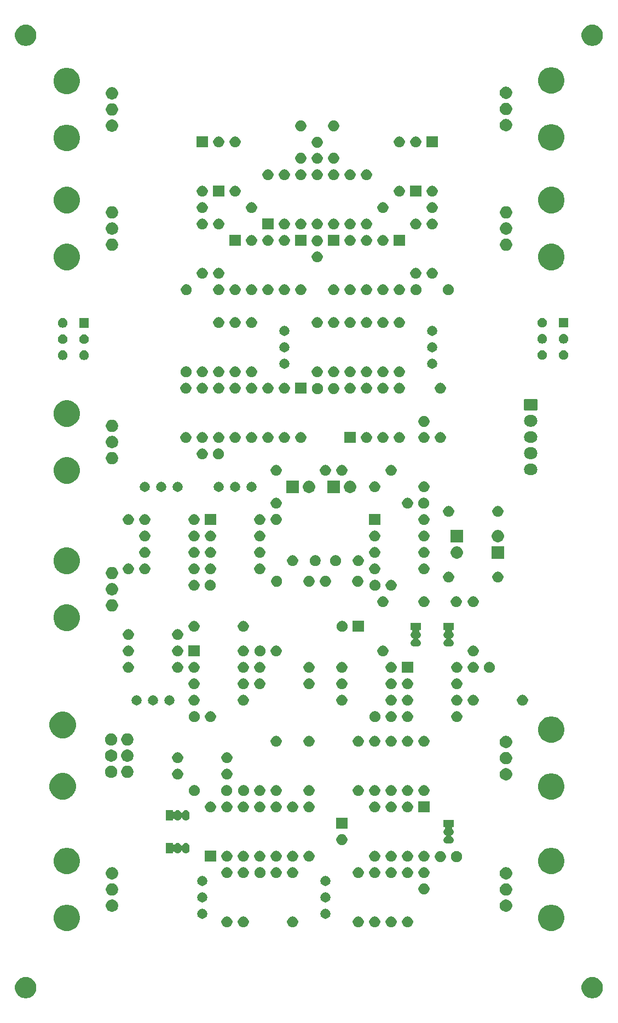
<source format=gbr>
G04 #@! TF.GenerationSoftware,KiCad,Pcbnew,(5.1.5)-3*
G04 #@! TF.CreationDate,2021-04-21T17:55:29+02:00*
G04 #@! TF.ProjectId,AnalogDrum_Snare,416e616c-6f67-4447-9275-6d5f536e6172,rev?*
G04 #@! TF.SameCoordinates,Original*
G04 #@! TF.FileFunction,Soldermask,Bot*
G04 #@! TF.FilePolarity,Negative*
%FSLAX46Y46*%
G04 Gerber Fmt 4.6, Leading zero omitted, Abs format (unit mm)*
G04 Created by KiCad (PCBNEW (5.1.5)-3) date 2021-04-21 17:55:29*
%MOMM*%
%LPD*%
G04 APERTURE LIST*
%ADD10C,0.100000*%
G04 APERTURE END LIST*
D10*
G36*
X138805256Y-176191298D02*
G01*
X138911579Y-176212447D01*
X139212042Y-176336903D01*
X139482451Y-176517585D01*
X139712415Y-176747549D01*
X139893097Y-177017958D01*
X140017553Y-177318421D01*
X140081000Y-177637391D01*
X140081000Y-177962609D01*
X140017553Y-178281579D01*
X139893097Y-178582042D01*
X139712415Y-178852451D01*
X139482451Y-179082415D01*
X139212042Y-179263097D01*
X138911579Y-179387553D01*
X138805256Y-179408702D01*
X138592611Y-179451000D01*
X138267389Y-179451000D01*
X138054744Y-179408702D01*
X137948421Y-179387553D01*
X137647958Y-179263097D01*
X137377549Y-179082415D01*
X137147585Y-178852451D01*
X136966903Y-178582042D01*
X136842447Y-178281579D01*
X136779000Y-177962609D01*
X136779000Y-177637391D01*
X136842447Y-177318421D01*
X136966903Y-177017958D01*
X137147585Y-176747549D01*
X137377549Y-176517585D01*
X137647958Y-176336903D01*
X137948421Y-176212447D01*
X138054744Y-176191298D01*
X138267389Y-176149000D01*
X138592611Y-176149000D01*
X138805256Y-176191298D01*
G37*
G36*
X51175256Y-176191298D02*
G01*
X51281579Y-176212447D01*
X51582042Y-176336903D01*
X51852451Y-176517585D01*
X52082415Y-176747549D01*
X52263097Y-177017958D01*
X52387553Y-177318421D01*
X52451000Y-177637391D01*
X52451000Y-177962609D01*
X52387553Y-178281579D01*
X52263097Y-178582042D01*
X52082415Y-178852451D01*
X51852451Y-179082415D01*
X51582042Y-179263097D01*
X51281579Y-179387553D01*
X51175256Y-179408702D01*
X50962611Y-179451000D01*
X50637389Y-179451000D01*
X50424744Y-179408702D01*
X50318421Y-179387553D01*
X50017958Y-179263097D01*
X49747549Y-179082415D01*
X49517585Y-178852451D01*
X49336903Y-178582042D01*
X49212447Y-178281579D01*
X49149000Y-177962609D01*
X49149000Y-177637391D01*
X49212447Y-177318421D01*
X49336903Y-177017958D01*
X49517585Y-176747549D01*
X49747549Y-176517585D01*
X50017958Y-176336903D01*
X50318421Y-176212447D01*
X50424744Y-176191298D01*
X50637389Y-176149000D01*
X50962611Y-176149000D01*
X51175256Y-176191298D01*
G37*
G36*
X57748254Y-165032818D02*
G01*
X58121511Y-165187426D01*
X58121513Y-165187427D01*
X58457436Y-165411884D01*
X58743116Y-165697564D01*
X58958196Y-166019453D01*
X58967574Y-166033489D01*
X59122182Y-166406746D01*
X59201000Y-166802993D01*
X59201000Y-167207007D01*
X59122182Y-167603254D01*
X58967574Y-167976511D01*
X58967573Y-167976513D01*
X58743116Y-168312436D01*
X58457436Y-168598116D01*
X58121513Y-168822573D01*
X58121512Y-168822574D01*
X58121511Y-168822574D01*
X57748254Y-168977182D01*
X57352007Y-169056000D01*
X56947993Y-169056000D01*
X56551746Y-168977182D01*
X56178489Y-168822574D01*
X56178488Y-168822574D01*
X56178487Y-168822573D01*
X55842564Y-168598116D01*
X55556884Y-168312436D01*
X55332427Y-167976513D01*
X55332426Y-167976511D01*
X55177818Y-167603254D01*
X55099000Y-167207007D01*
X55099000Y-166802993D01*
X55177818Y-166406746D01*
X55332426Y-166033489D01*
X55341805Y-166019453D01*
X55556884Y-165697564D01*
X55842564Y-165411884D01*
X56178487Y-165187427D01*
X56178489Y-165187426D01*
X56551746Y-165032818D01*
X56947993Y-164954000D01*
X57352007Y-164954000D01*
X57748254Y-165032818D01*
G37*
G36*
X132678254Y-165032818D02*
G01*
X133051511Y-165187426D01*
X133051513Y-165187427D01*
X133387436Y-165411884D01*
X133673116Y-165697564D01*
X133888196Y-166019453D01*
X133897574Y-166033489D01*
X134052182Y-166406746D01*
X134131000Y-166802993D01*
X134131000Y-167207007D01*
X134052182Y-167603254D01*
X133897574Y-167976511D01*
X133897573Y-167976513D01*
X133673116Y-168312436D01*
X133387436Y-168598116D01*
X133051513Y-168822573D01*
X133051512Y-168822574D01*
X133051511Y-168822574D01*
X132678254Y-168977182D01*
X132282007Y-169056000D01*
X131877993Y-169056000D01*
X131481746Y-168977182D01*
X131108489Y-168822574D01*
X131108488Y-168822574D01*
X131108487Y-168822573D01*
X130772564Y-168598116D01*
X130486884Y-168312436D01*
X130262427Y-167976513D01*
X130262426Y-167976511D01*
X130107818Y-167603254D01*
X130029000Y-167207007D01*
X130029000Y-166802993D01*
X130107818Y-166406746D01*
X130262426Y-166033489D01*
X130271805Y-166019453D01*
X130486884Y-165697564D01*
X130772564Y-165411884D01*
X131108487Y-165187427D01*
X131108489Y-165187426D01*
X131481746Y-165032818D01*
X131877993Y-164954000D01*
X132282007Y-164954000D01*
X132678254Y-165032818D01*
G37*
G36*
X92323228Y-166821703D02*
G01*
X92478100Y-166885853D01*
X92617481Y-166978985D01*
X92736015Y-167097519D01*
X92829147Y-167236900D01*
X92893297Y-167391772D01*
X92926000Y-167556184D01*
X92926000Y-167723816D01*
X92893297Y-167888228D01*
X92829147Y-168043100D01*
X92736015Y-168182481D01*
X92617481Y-168301015D01*
X92478100Y-168394147D01*
X92323228Y-168458297D01*
X92158816Y-168491000D01*
X91991184Y-168491000D01*
X91826772Y-168458297D01*
X91671900Y-168394147D01*
X91532519Y-168301015D01*
X91413985Y-168182481D01*
X91320853Y-168043100D01*
X91256703Y-167888228D01*
X91224000Y-167723816D01*
X91224000Y-167556184D01*
X91256703Y-167391772D01*
X91320853Y-167236900D01*
X91413985Y-167097519D01*
X91532519Y-166978985D01*
X91671900Y-166885853D01*
X91826772Y-166821703D01*
X91991184Y-166789000D01*
X92158816Y-166789000D01*
X92323228Y-166821703D01*
G37*
G36*
X110103228Y-166821703D02*
G01*
X110258100Y-166885853D01*
X110397481Y-166978985D01*
X110516015Y-167097519D01*
X110609147Y-167236900D01*
X110673297Y-167391772D01*
X110706000Y-167556184D01*
X110706000Y-167723816D01*
X110673297Y-167888228D01*
X110609147Y-168043100D01*
X110516015Y-168182481D01*
X110397481Y-168301015D01*
X110258100Y-168394147D01*
X110103228Y-168458297D01*
X109938816Y-168491000D01*
X109771184Y-168491000D01*
X109606772Y-168458297D01*
X109451900Y-168394147D01*
X109312519Y-168301015D01*
X109193985Y-168182481D01*
X109100853Y-168043100D01*
X109036703Y-167888228D01*
X109004000Y-167723816D01*
X109004000Y-167556184D01*
X109036703Y-167391772D01*
X109100853Y-167236900D01*
X109193985Y-167097519D01*
X109312519Y-166978985D01*
X109451900Y-166885853D01*
X109606772Y-166821703D01*
X109771184Y-166789000D01*
X109938816Y-166789000D01*
X110103228Y-166821703D01*
G37*
G36*
X105023228Y-166821703D02*
G01*
X105178100Y-166885853D01*
X105317481Y-166978985D01*
X105436015Y-167097519D01*
X105529147Y-167236900D01*
X105593297Y-167391772D01*
X105626000Y-167556184D01*
X105626000Y-167723816D01*
X105593297Y-167888228D01*
X105529147Y-168043100D01*
X105436015Y-168182481D01*
X105317481Y-168301015D01*
X105178100Y-168394147D01*
X105023228Y-168458297D01*
X104858816Y-168491000D01*
X104691184Y-168491000D01*
X104526772Y-168458297D01*
X104371900Y-168394147D01*
X104232519Y-168301015D01*
X104113985Y-168182481D01*
X104020853Y-168043100D01*
X103956703Y-167888228D01*
X103924000Y-167723816D01*
X103924000Y-167556184D01*
X103956703Y-167391772D01*
X104020853Y-167236900D01*
X104113985Y-167097519D01*
X104232519Y-166978985D01*
X104371900Y-166885853D01*
X104526772Y-166821703D01*
X104691184Y-166789000D01*
X104858816Y-166789000D01*
X105023228Y-166821703D01*
G37*
G36*
X102483228Y-166821703D02*
G01*
X102638100Y-166885853D01*
X102777481Y-166978985D01*
X102896015Y-167097519D01*
X102989147Y-167236900D01*
X103053297Y-167391772D01*
X103086000Y-167556184D01*
X103086000Y-167723816D01*
X103053297Y-167888228D01*
X102989147Y-168043100D01*
X102896015Y-168182481D01*
X102777481Y-168301015D01*
X102638100Y-168394147D01*
X102483228Y-168458297D01*
X102318816Y-168491000D01*
X102151184Y-168491000D01*
X101986772Y-168458297D01*
X101831900Y-168394147D01*
X101692519Y-168301015D01*
X101573985Y-168182481D01*
X101480853Y-168043100D01*
X101416703Y-167888228D01*
X101384000Y-167723816D01*
X101384000Y-167556184D01*
X101416703Y-167391772D01*
X101480853Y-167236900D01*
X101573985Y-167097519D01*
X101692519Y-166978985D01*
X101831900Y-166885853D01*
X101986772Y-166821703D01*
X102151184Y-166789000D01*
X102318816Y-166789000D01*
X102483228Y-166821703D01*
G37*
G36*
X84703228Y-166821703D02*
G01*
X84858100Y-166885853D01*
X84997481Y-166978985D01*
X85116015Y-167097519D01*
X85209147Y-167236900D01*
X85273297Y-167391772D01*
X85306000Y-167556184D01*
X85306000Y-167723816D01*
X85273297Y-167888228D01*
X85209147Y-168043100D01*
X85116015Y-168182481D01*
X84997481Y-168301015D01*
X84858100Y-168394147D01*
X84703228Y-168458297D01*
X84538816Y-168491000D01*
X84371184Y-168491000D01*
X84206772Y-168458297D01*
X84051900Y-168394147D01*
X83912519Y-168301015D01*
X83793985Y-168182481D01*
X83700853Y-168043100D01*
X83636703Y-167888228D01*
X83604000Y-167723816D01*
X83604000Y-167556184D01*
X83636703Y-167391772D01*
X83700853Y-167236900D01*
X83793985Y-167097519D01*
X83912519Y-166978985D01*
X84051900Y-166885853D01*
X84206772Y-166821703D01*
X84371184Y-166789000D01*
X84538816Y-166789000D01*
X84703228Y-166821703D01*
G37*
G36*
X107563228Y-166821703D02*
G01*
X107718100Y-166885853D01*
X107857481Y-166978985D01*
X107976015Y-167097519D01*
X108069147Y-167236900D01*
X108133297Y-167391772D01*
X108166000Y-167556184D01*
X108166000Y-167723816D01*
X108133297Y-167888228D01*
X108069147Y-168043100D01*
X107976015Y-168182481D01*
X107857481Y-168301015D01*
X107718100Y-168394147D01*
X107563228Y-168458297D01*
X107398816Y-168491000D01*
X107231184Y-168491000D01*
X107066772Y-168458297D01*
X106911900Y-168394147D01*
X106772519Y-168301015D01*
X106653985Y-168182481D01*
X106560853Y-168043100D01*
X106496703Y-167888228D01*
X106464000Y-167723816D01*
X106464000Y-167556184D01*
X106496703Y-167391772D01*
X106560853Y-167236900D01*
X106653985Y-167097519D01*
X106772519Y-166978985D01*
X106911900Y-166885853D01*
X107066772Y-166821703D01*
X107231184Y-166789000D01*
X107398816Y-166789000D01*
X107563228Y-166821703D01*
G37*
G36*
X82163228Y-166821703D02*
G01*
X82318100Y-166885853D01*
X82457481Y-166978985D01*
X82576015Y-167097519D01*
X82669147Y-167236900D01*
X82733297Y-167391772D01*
X82766000Y-167556184D01*
X82766000Y-167723816D01*
X82733297Y-167888228D01*
X82669147Y-168043100D01*
X82576015Y-168182481D01*
X82457481Y-168301015D01*
X82318100Y-168394147D01*
X82163228Y-168458297D01*
X81998816Y-168491000D01*
X81831184Y-168491000D01*
X81666772Y-168458297D01*
X81511900Y-168394147D01*
X81372519Y-168301015D01*
X81253985Y-168182481D01*
X81160853Y-168043100D01*
X81096703Y-167888228D01*
X81064000Y-167723816D01*
X81064000Y-167556184D01*
X81096703Y-167391772D01*
X81160853Y-167236900D01*
X81253985Y-167097519D01*
X81372519Y-166978985D01*
X81511900Y-166885853D01*
X81666772Y-166821703D01*
X81831184Y-166789000D01*
X81998816Y-166789000D01*
X82163228Y-166821703D01*
G37*
G36*
X78230589Y-165608876D02*
G01*
X78329893Y-165628629D01*
X78470206Y-165686748D01*
X78596484Y-165771125D01*
X78703875Y-165878516D01*
X78788252Y-166004794D01*
X78846371Y-166145107D01*
X78876000Y-166294063D01*
X78876000Y-166445937D01*
X78846371Y-166594893D01*
X78788252Y-166735206D01*
X78703875Y-166861484D01*
X78596484Y-166968875D01*
X78470206Y-167053252D01*
X78329893Y-167111371D01*
X78230589Y-167131124D01*
X78180938Y-167141000D01*
X78029062Y-167141000D01*
X77979411Y-167131124D01*
X77880107Y-167111371D01*
X77739794Y-167053252D01*
X77613516Y-166968875D01*
X77506125Y-166861484D01*
X77421748Y-166735206D01*
X77363629Y-166594893D01*
X77334000Y-166445937D01*
X77334000Y-166294063D01*
X77363629Y-166145107D01*
X77421748Y-166004794D01*
X77506125Y-165878516D01*
X77613516Y-165771125D01*
X77739794Y-165686748D01*
X77880107Y-165628629D01*
X77979411Y-165608876D01*
X78029062Y-165599000D01*
X78180938Y-165599000D01*
X78230589Y-165608876D01*
G37*
G36*
X97280589Y-165608876D02*
G01*
X97379893Y-165628629D01*
X97520206Y-165686748D01*
X97646484Y-165771125D01*
X97753875Y-165878516D01*
X97838252Y-166004794D01*
X97896371Y-166145107D01*
X97926000Y-166294063D01*
X97926000Y-166445937D01*
X97896371Y-166594893D01*
X97838252Y-166735206D01*
X97753875Y-166861484D01*
X97646484Y-166968875D01*
X97520206Y-167053252D01*
X97379893Y-167111371D01*
X97280589Y-167131124D01*
X97230938Y-167141000D01*
X97079062Y-167141000D01*
X97029411Y-167131124D01*
X96930107Y-167111371D01*
X96789794Y-167053252D01*
X96663516Y-166968875D01*
X96556125Y-166861484D01*
X96471748Y-166735206D01*
X96413629Y-166594893D01*
X96384000Y-166445937D01*
X96384000Y-166294063D01*
X96413629Y-166145107D01*
X96471748Y-166004794D01*
X96556125Y-165878516D01*
X96663516Y-165771125D01*
X96789794Y-165686748D01*
X96930107Y-165628629D01*
X97029411Y-165608876D01*
X97079062Y-165599000D01*
X97230938Y-165599000D01*
X97280589Y-165608876D01*
G37*
G36*
X125357395Y-164190546D02*
G01*
X125530466Y-164262234D01*
X125530467Y-164262235D01*
X125686227Y-164366310D01*
X125818690Y-164498773D01*
X125867198Y-164571371D01*
X125922766Y-164654534D01*
X125994454Y-164827605D01*
X126031000Y-165011333D01*
X126031000Y-165198667D01*
X125994454Y-165382395D01*
X125922766Y-165555466D01*
X125922765Y-165555467D01*
X125818690Y-165711227D01*
X125686227Y-165843690D01*
X125634106Y-165878516D01*
X125530466Y-165947766D01*
X125357395Y-166019454D01*
X125173667Y-166056000D01*
X124986333Y-166056000D01*
X124802605Y-166019454D01*
X124629534Y-165947766D01*
X124525894Y-165878516D01*
X124473773Y-165843690D01*
X124341310Y-165711227D01*
X124237235Y-165555467D01*
X124237234Y-165555466D01*
X124165546Y-165382395D01*
X124129000Y-165198667D01*
X124129000Y-165011333D01*
X124165546Y-164827605D01*
X124237234Y-164654534D01*
X124292802Y-164571371D01*
X124341310Y-164498773D01*
X124473773Y-164366310D01*
X124629533Y-164262235D01*
X124629534Y-164262234D01*
X124802605Y-164190546D01*
X124986333Y-164154000D01*
X125173667Y-164154000D01*
X125357395Y-164190546D01*
G37*
G36*
X64427395Y-164190546D02*
G01*
X64600466Y-164262234D01*
X64600467Y-164262235D01*
X64756227Y-164366310D01*
X64888690Y-164498773D01*
X64937198Y-164571371D01*
X64992766Y-164654534D01*
X65064454Y-164827605D01*
X65101000Y-165011333D01*
X65101000Y-165198667D01*
X65064454Y-165382395D01*
X64992766Y-165555466D01*
X64992765Y-165555467D01*
X64888690Y-165711227D01*
X64756227Y-165843690D01*
X64704106Y-165878516D01*
X64600466Y-165947766D01*
X64427395Y-166019454D01*
X64243667Y-166056000D01*
X64056333Y-166056000D01*
X63872605Y-166019454D01*
X63699534Y-165947766D01*
X63595894Y-165878516D01*
X63543773Y-165843690D01*
X63411310Y-165711227D01*
X63307235Y-165555467D01*
X63307234Y-165555466D01*
X63235546Y-165382395D01*
X63199000Y-165198667D01*
X63199000Y-165011333D01*
X63235546Y-164827605D01*
X63307234Y-164654534D01*
X63362802Y-164571371D01*
X63411310Y-164498773D01*
X63543773Y-164366310D01*
X63699533Y-164262235D01*
X63699534Y-164262234D01*
X63872605Y-164190546D01*
X64056333Y-164154000D01*
X64243667Y-164154000D01*
X64427395Y-164190546D01*
G37*
G36*
X78230589Y-163068876D02*
G01*
X78329893Y-163088629D01*
X78470206Y-163146748D01*
X78596484Y-163231125D01*
X78703875Y-163338516D01*
X78788252Y-163464794D01*
X78846371Y-163605107D01*
X78876000Y-163754063D01*
X78876000Y-163905937D01*
X78846371Y-164054893D01*
X78788252Y-164195206D01*
X78703875Y-164321484D01*
X78596484Y-164428875D01*
X78470206Y-164513252D01*
X78329893Y-164571371D01*
X78230589Y-164591124D01*
X78180938Y-164601000D01*
X78029062Y-164601000D01*
X77979411Y-164591124D01*
X77880107Y-164571371D01*
X77739794Y-164513252D01*
X77613516Y-164428875D01*
X77506125Y-164321484D01*
X77421748Y-164195206D01*
X77363629Y-164054893D01*
X77334000Y-163905937D01*
X77334000Y-163754063D01*
X77363629Y-163605107D01*
X77421748Y-163464794D01*
X77506125Y-163338516D01*
X77613516Y-163231125D01*
X77739794Y-163146748D01*
X77880107Y-163088629D01*
X77979411Y-163068876D01*
X78029062Y-163059000D01*
X78180938Y-163059000D01*
X78230589Y-163068876D01*
G37*
G36*
X97280589Y-163068876D02*
G01*
X97379893Y-163088629D01*
X97520206Y-163146748D01*
X97646484Y-163231125D01*
X97753875Y-163338516D01*
X97838252Y-163464794D01*
X97896371Y-163605107D01*
X97926000Y-163754063D01*
X97926000Y-163905937D01*
X97896371Y-164054893D01*
X97838252Y-164195206D01*
X97753875Y-164321484D01*
X97646484Y-164428875D01*
X97520206Y-164513252D01*
X97379893Y-164571371D01*
X97280589Y-164591124D01*
X97230938Y-164601000D01*
X97079062Y-164601000D01*
X97029411Y-164591124D01*
X96930107Y-164571371D01*
X96789794Y-164513252D01*
X96663516Y-164428875D01*
X96556125Y-164321484D01*
X96471748Y-164195206D01*
X96413629Y-164054893D01*
X96384000Y-163905937D01*
X96384000Y-163754063D01*
X96413629Y-163605107D01*
X96471748Y-163464794D01*
X96556125Y-163338516D01*
X96663516Y-163231125D01*
X96789794Y-163146748D01*
X96930107Y-163088629D01*
X97029411Y-163068876D01*
X97079062Y-163059000D01*
X97230938Y-163059000D01*
X97280589Y-163068876D01*
G37*
G36*
X64427395Y-161690546D02*
G01*
X64600466Y-161762234D01*
X64677818Y-161813919D01*
X64756227Y-161866310D01*
X64888690Y-161998773D01*
X64941081Y-162077182D01*
X64992766Y-162154534D01*
X65064454Y-162327605D01*
X65101000Y-162511333D01*
X65101000Y-162698667D01*
X65064454Y-162882395D01*
X64992766Y-163055466D01*
X64970607Y-163088629D01*
X64888690Y-163211227D01*
X64756227Y-163343690D01*
X64715354Y-163371000D01*
X64600466Y-163447766D01*
X64427395Y-163519454D01*
X64243667Y-163556000D01*
X64056333Y-163556000D01*
X63872605Y-163519454D01*
X63699534Y-163447766D01*
X63584646Y-163371000D01*
X63543773Y-163343690D01*
X63411310Y-163211227D01*
X63329393Y-163088629D01*
X63307234Y-163055466D01*
X63235546Y-162882395D01*
X63199000Y-162698667D01*
X63199000Y-162511333D01*
X63235546Y-162327605D01*
X63307234Y-162154534D01*
X63358919Y-162077182D01*
X63411310Y-161998773D01*
X63543773Y-161866310D01*
X63622182Y-161813919D01*
X63699534Y-161762234D01*
X63872605Y-161690546D01*
X64056333Y-161654000D01*
X64243667Y-161654000D01*
X64427395Y-161690546D01*
G37*
G36*
X125357395Y-161690546D02*
G01*
X125530466Y-161762234D01*
X125607818Y-161813919D01*
X125686227Y-161866310D01*
X125818690Y-161998773D01*
X125871081Y-162077182D01*
X125922766Y-162154534D01*
X125994454Y-162327605D01*
X126031000Y-162511333D01*
X126031000Y-162698667D01*
X125994454Y-162882395D01*
X125922766Y-163055466D01*
X125900607Y-163088629D01*
X125818690Y-163211227D01*
X125686227Y-163343690D01*
X125645354Y-163371000D01*
X125530466Y-163447766D01*
X125357395Y-163519454D01*
X125173667Y-163556000D01*
X124986333Y-163556000D01*
X124802605Y-163519454D01*
X124629534Y-163447766D01*
X124514646Y-163371000D01*
X124473773Y-163343690D01*
X124341310Y-163211227D01*
X124259393Y-163088629D01*
X124237234Y-163055466D01*
X124165546Y-162882395D01*
X124129000Y-162698667D01*
X124129000Y-162511333D01*
X124165546Y-162327605D01*
X124237234Y-162154534D01*
X124288919Y-162077182D01*
X124341310Y-161998773D01*
X124473773Y-161866310D01*
X124552182Y-161813919D01*
X124629534Y-161762234D01*
X124802605Y-161690546D01*
X124986333Y-161654000D01*
X125173667Y-161654000D01*
X125357395Y-161690546D01*
G37*
G36*
X112643228Y-161701703D02*
G01*
X112798100Y-161765853D01*
X112937481Y-161858985D01*
X113056015Y-161977519D01*
X113149147Y-162116900D01*
X113213297Y-162271772D01*
X113246000Y-162436184D01*
X113246000Y-162603816D01*
X113213297Y-162768228D01*
X113149147Y-162923100D01*
X113056015Y-163062481D01*
X112937481Y-163181015D01*
X112798100Y-163274147D01*
X112643228Y-163338297D01*
X112478816Y-163371000D01*
X112311184Y-163371000D01*
X112146772Y-163338297D01*
X111991900Y-163274147D01*
X111852519Y-163181015D01*
X111733985Y-163062481D01*
X111640853Y-162923100D01*
X111576703Y-162768228D01*
X111544000Y-162603816D01*
X111544000Y-162436184D01*
X111576703Y-162271772D01*
X111640853Y-162116900D01*
X111733985Y-161977519D01*
X111852519Y-161858985D01*
X111991900Y-161765853D01*
X112146772Y-161701703D01*
X112311184Y-161669000D01*
X112478816Y-161669000D01*
X112643228Y-161701703D01*
G37*
G36*
X78230589Y-160528876D02*
G01*
X78329893Y-160548629D01*
X78470206Y-160606748D01*
X78596484Y-160691125D01*
X78703875Y-160798516D01*
X78788252Y-160924794D01*
X78846371Y-161065107D01*
X78876000Y-161214063D01*
X78876000Y-161365937D01*
X78846371Y-161514893D01*
X78788252Y-161655206D01*
X78703875Y-161781484D01*
X78596484Y-161888875D01*
X78470206Y-161973252D01*
X78329893Y-162031371D01*
X78230589Y-162051124D01*
X78180938Y-162061000D01*
X78029062Y-162061000D01*
X77979411Y-162051124D01*
X77880107Y-162031371D01*
X77739794Y-161973252D01*
X77613516Y-161888875D01*
X77506125Y-161781484D01*
X77421748Y-161655206D01*
X77363629Y-161514893D01*
X77334000Y-161365937D01*
X77334000Y-161214063D01*
X77363629Y-161065107D01*
X77421748Y-160924794D01*
X77506125Y-160798516D01*
X77613516Y-160691125D01*
X77739794Y-160606748D01*
X77880107Y-160548629D01*
X77979411Y-160528876D01*
X78029062Y-160519000D01*
X78180938Y-160519000D01*
X78230589Y-160528876D01*
G37*
G36*
X97280589Y-160528876D02*
G01*
X97379893Y-160548629D01*
X97520206Y-160606748D01*
X97646484Y-160691125D01*
X97753875Y-160798516D01*
X97838252Y-160924794D01*
X97896371Y-161065107D01*
X97926000Y-161214063D01*
X97926000Y-161365937D01*
X97896371Y-161514893D01*
X97838252Y-161655206D01*
X97753875Y-161781484D01*
X97646484Y-161888875D01*
X97520206Y-161973252D01*
X97379893Y-162031371D01*
X97280589Y-162051124D01*
X97230938Y-162061000D01*
X97079062Y-162061000D01*
X97029411Y-162051124D01*
X96930107Y-162031371D01*
X96789794Y-161973252D01*
X96663516Y-161888875D01*
X96556125Y-161781484D01*
X96471748Y-161655206D01*
X96413629Y-161514893D01*
X96384000Y-161365937D01*
X96384000Y-161214063D01*
X96413629Y-161065107D01*
X96471748Y-160924794D01*
X96556125Y-160798516D01*
X96663516Y-160691125D01*
X96789794Y-160606748D01*
X96930107Y-160548629D01*
X97029411Y-160528876D01*
X97079062Y-160519000D01*
X97230938Y-160519000D01*
X97280589Y-160528876D01*
G37*
G36*
X64427395Y-159190546D02*
G01*
X64600466Y-159262234D01*
X64605882Y-159265853D01*
X64756227Y-159366310D01*
X64888690Y-159498773D01*
X64888691Y-159498775D01*
X64992766Y-159654534D01*
X65064454Y-159827605D01*
X65101000Y-160011333D01*
X65101000Y-160198667D01*
X65064454Y-160382395D01*
X64992766Y-160555466D01*
X64958500Y-160606748D01*
X64888690Y-160711227D01*
X64756227Y-160843690D01*
X64715354Y-160871000D01*
X64600466Y-160947766D01*
X64427395Y-161019454D01*
X64243667Y-161056000D01*
X64056333Y-161056000D01*
X63872605Y-161019454D01*
X63699534Y-160947766D01*
X63584646Y-160871000D01*
X63543773Y-160843690D01*
X63411310Y-160711227D01*
X63341500Y-160606748D01*
X63307234Y-160555466D01*
X63235546Y-160382395D01*
X63199000Y-160198667D01*
X63199000Y-160011333D01*
X63235546Y-159827605D01*
X63307234Y-159654534D01*
X63411309Y-159498775D01*
X63411310Y-159498773D01*
X63543773Y-159366310D01*
X63694118Y-159265853D01*
X63699534Y-159262234D01*
X63872605Y-159190546D01*
X64056333Y-159154000D01*
X64243667Y-159154000D01*
X64427395Y-159190546D01*
G37*
G36*
X125357395Y-159190546D02*
G01*
X125530466Y-159262234D01*
X125535882Y-159265853D01*
X125686227Y-159366310D01*
X125818690Y-159498773D01*
X125818691Y-159498775D01*
X125922766Y-159654534D01*
X125994454Y-159827605D01*
X126031000Y-160011333D01*
X126031000Y-160198667D01*
X125994454Y-160382395D01*
X125922766Y-160555466D01*
X125888500Y-160606748D01*
X125818690Y-160711227D01*
X125686227Y-160843690D01*
X125645354Y-160871000D01*
X125530466Y-160947766D01*
X125357395Y-161019454D01*
X125173667Y-161056000D01*
X124986333Y-161056000D01*
X124802605Y-161019454D01*
X124629534Y-160947766D01*
X124514646Y-160871000D01*
X124473773Y-160843690D01*
X124341310Y-160711227D01*
X124271500Y-160606748D01*
X124237234Y-160555466D01*
X124165546Y-160382395D01*
X124129000Y-160198667D01*
X124129000Y-160011333D01*
X124165546Y-159827605D01*
X124237234Y-159654534D01*
X124341309Y-159498775D01*
X124341310Y-159498773D01*
X124473773Y-159366310D01*
X124624118Y-159265853D01*
X124629534Y-159262234D01*
X124802605Y-159190546D01*
X124986333Y-159154000D01*
X125173667Y-159154000D01*
X125357395Y-159190546D01*
G37*
G36*
X82163228Y-159201703D02*
G01*
X82318100Y-159265853D01*
X82457481Y-159358985D01*
X82576015Y-159477519D01*
X82669147Y-159616900D01*
X82733297Y-159771772D01*
X82766000Y-159936184D01*
X82766000Y-160103816D01*
X82733297Y-160268228D01*
X82669147Y-160423100D01*
X82576015Y-160562481D01*
X82457481Y-160681015D01*
X82318100Y-160774147D01*
X82163228Y-160838297D01*
X81998816Y-160871000D01*
X81831184Y-160871000D01*
X81666772Y-160838297D01*
X81511900Y-160774147D01*
X81372519Y-160681015D01*
X81253985Y-160562481D01*
X81160853Y-160423100D01*
X81096703Y-160268228D01*
X81064000Y-160103816D01*
X81064000Y-159936184D01*
X81096703Y-159771772D01*
X81160853Y-159616900D01*
X81253985Y-159477519D01*
X81372519Y-159358985D01*
X81511900Y-159265853D01*
X81666772Y-159201703D01*
X81831184Y-159169000D01*
X81998816Y-159169000D01*
X82163228Y-159201703D01*
G37*
G36*
X112643228Y-159201703D02*
G01*
X112798100Y-159265853D01*
X112937481Y-159358985D01*
X113056015Y-159477519D01*
X113149147Y-159616900D01*
X113213297Y-159771772D01*
X113246000Y-159936184D01*
X113246000Y-160103816D01*
X113213297Y-160268228D01*
X113149147Y-160423100D01*
X113056015Y-160562481D01*
X112937481Y-160681015D01*
X112798100Y-160774147D01*
X112643228Y-160838297D01*
X112478816Y-160871000D01*
X112311184Y-160871000D01*
X112146772Y-160838297D01*
X111991900Y-160774147D01*
X111852519Y-160681015D01*
X111733985Y-160562481D01*
X111640853Y-160423100D01*
X111576703Y-160268228D01*
X111544000Y-160103816D01*
X111544000Y-159936184D01*
X111576703Y-159771772D01*
X111640853Y-159616900D01*
X111733985Y-159477519D01*
X111852519Y-159358985D01*
X111991900Y-159265853D01*
X112146772Y-159201703D01*
X112311184Y-159169000D01*
X112478816Y-159169000D01*
X112643228Y-159201703D01*
G37*
G36*
X110103228Y-159201703D02*
G01*
X110258100Y-159265853D01*
X110397481Y-159358985D01*
X110516015Y-159477519D01*
X110609147Y-159616900D01*
X110673297Y-159771772D01*
X110706000Y-159936184D01*
X110706000Y-160103816D01*
X110673297Y-160268228D01*
X110609147Y-160423100D01*
X110516015Y-160562481D01*
X110397481Y-160681015D01*
X110258100Y-160774147D01*
X110103228Y-160838297D01*
X109938816Y-160871000D01*
X109771184Y-160871000D01*
X109606772Y-160838297D01*
X109451900Y-160774147D01*
X109312519Y-160681015D01*
X109193985Y-160562481D01*
X109100853Y-160423100D01*
X109036703Y-160268228D01*
X109004000Y-160103816D01*
X109004000Y-159936184D01*
X109036703Y-159771772D01*
X109100853Y-159616900D01*
X109193985Y-159477519D01*
X109312519Y-159358985D01*
X109451900Y-159265853D01*
X109606772Y-159201703D01*
X109771184Y-159169000D01*
X109938816Y-159169000D01*
X110103228Y-159201703D01*
G37*
G36*
X107563228Y-159201703D02*
G01*
X107718100Y-159265853D01*
X107857481Y-159358985D01*
X107976015Y-159477519D01*
X108069147Y-159616900D01*
X108133297Y-159771772D01*
X108166000Y-159936184D01*
X108166000Y-160103816D01*
X108133297Y-160268228D01*
X108069147Y-160423100D01*
X107976015Y-160562481D01*
X107857481Y-160681015D01*
X107718100Y-160774147D01*
X107563228Y-160838297D01*
X107398816Y-160871000D01*
X107231184Y-160871000D01*
X107066772Y-160838297D01*
X106911900Y-160774147D01*
X106772519Y-160681015D01*
X106653985Y-160562481D01*
X106560853Y-160423100D01*
X106496703Y-160268228D01*
X106464000Y-160103816D01*
X106464000Y-159936184D01*
X106496703Y-159771772D01*
X106560853Y-159616900D01*
X106653985Y-159477519D01*
X106772519Y-159358985D01*
X106911900Y-159265853D01*
X107066772Y-159201703D01*
X107231184Y-159169000D01*
X107398816Y-159169000D01*
X107563228Y-159201703D01*
G37*
G36*
X105023228Y-159201703D02*
G01*
X105178100Y-159265853D01*
X105317481Y-159358985D01*
X105436015Y-159477519D01*
X105529147Y-159616900D01*
X105593297Y-159771772D01*
X105626000Y-159936184D01*
X105626000Y-160103816D01*
X105593297Y-160268228D01*
X105529147Y-160423100D01*
X105436015Y-160562481D01*
X105317481Y-160681015D01*
X105178100Y-160774147D01*
X105023228Y-160838297D01*
X104858816Y-160871000D01*
X104691184Y-160871000D01*
X104526772Y-160838297D01*
X104371900Y-160774147D01*
X104232519Y-160681015D01*
X104113985Y-160562481D01*
X104020853Y-160423100D01*
X103956703Y-160268228D01*
X103924000Y-160103816D01*
X103924000Y-159936184D01*
X103956703Y-159771772D01*
X104020853Y-159616900D01*
X104113985Y-159477519D01*
X104232519Y-159358985D01*
X104371900Y-159265853D01*
X104526772Y-159201703D01*
X104691184Y-159169000D01*
X104858816Y-159169000D01*
X105023228Y-159201703D01*
G37*
G36*
X92323228Y-159201703D02*
G01*
X92478100Y-159265853D01*
X92617481Y-159358985D01*
X92736015Y-159477519D01*
X92829147Y-159616900D01*
X92893297Y-159771772D01*
X92926000Y-159936184D01*
X92926000Y-160103816D01*
X92893297Y-160268228D01*
X92829147Y-160423100D01*
X92736015Y-160562481D01*
X92617481Y-160681015D01*
X92478100Y-160774147D01*
X92323228Y-160838297D01*
X92158816Y-160871000D01*
X91991184Y-160871000D01*
X91826772Y-160838297D01*
X91671900Y-160774147D01*
X91532519Y-160681015D01*
X91413985Y-160562481D01*
X91320853Y-160423100D01*
X91256703Y-160268228D01*
X91224000Y-160103816D01*
X91224000Y-159936184D01*
X91256703Y-159771772D01*
X91320853Y-159616900D01*
X91413985Y-159477519D01*
X91532519Y-159358985D01*
X91671900Y-159265853D01*
X91826772Y-159201703D01*
X91991184Y-159169000D01*
X92158816Y-159169000D01*
X92323228Y-159201703D01*
G37*
G36*
X89783228Y-159201703D02*
G01*
X89938100Y-159265853D01*
X90077481Y-159358985D01*
X90196015Y-159477519D01*
X90289147Y-159616900D01*
X90353297Y-159771772D01*
X90386000Y-159936184D01*
X90386000Y-160103816D01*
X90353297Y-160268228D01*
X90289147Y-160423100D01*
X90196015Y-160562481D01*
X90077481Y-160681015D01*
X89938100Y-160774147D01*
X89783228Y-160838297D01*
X89618816Y-160871000D01*
X89451184Y-160871000D01*
X89286772Y-160838297D01*
X89131900Y-160774147D01*
X88992519Y-160681015D01*
X88873985Y-160562481D01*
X88780853Y-160423100D01*
X88716703Y-160268228D01*
X88684000Y-160103816D01*
X88684000Y-159936184D01*
X88716703Y-159771772D01*
X88780853Y-159616900D01*
X88873985Y-159477519D01*
X88992519Y-159358985D01*
X89131900Y-159265853D01*
X89286772Y-159201703D01*
X89451184Y-159169000D01*
X89618816Y-159169000D01*
X89783228Y-159201703D01*
G37*
G36*
X84703228Y-159201703D02*
G01*
X84858100Y-159265853D01*
X84997481Y-159358985D01*
X85116015Y-159477519D01*
X85209147Y-159616900D01*
X85273297Y-159771772D01*
X85306000Y-159936184D01*
X85306000Y-160103816D01*
X85273297Y-160268228D01*
X85209147Y-160423100D01*
X85116015Y-160562481D01*
X84997481Y-160681015D01*
X84858100Y-160774147D01*
X84703228Y-160838297D01*
X84538816Y-160871000D01*
X84371184Y-160871000D01*
X84206772Y-160838297D01*
X84051900Y-160774147D01*
X83912519Y-160681015D01*
X83793985Y-160562481D01*
X83700853Y-160423100D01*
X83636703Y-160268228D01*
X83604000Y-160103816D01*
X83604000Y-159936184D01*
X83636703Y-159771772D01*
X83700853Y-159616900D01*
X83793985Y-159477519D01*
X83912519Y-159358985D01*
X84051900Y-159265853D01*
X84206772Y-159201703D01*
X84371184Y-159169000D01*
X84538816Y-159169000D01*
X84703228Y-159201703D01*
G37*
G36*
X87283228Y-159201703D02*
G01*
X87438100Y-159265853D01*
X87577481Y-159358985D01*
X87696015Y-159477519D01*
X87789147Y-159616900D01*
X87853297Y-159771772D01*
X87886000Y-159936184D01*
X87886000Y-160103816D01*
X87853297Y-160268228D01*
X87789147Y-160423100D01*
X87696015Y-160562481D01*
X87577481Y-160681015D01*
X87438100Y-160774147D01*
X87283228Y-160838297D01*
X87118816Y-160871000D01*
X86951184Y-160871000D01*
X86786772Y-160838297D01*
X86631900Y-160774147D01*
X86492519Y-160681015D01*
X86373985Y-160562481D01*
X86280853Y-160423100D01*
X86216703Y-160268228D01*
X86184000Y-160103816D01*
X86184000Y-159936184D01*
X86216703Y-159771772D01*
X86280853Y-159616900D01*
X86373985Y-159477519D01*
X86492519Y-159358985D01*
X86631900Y-159265853D01*
X86786772Y-159201703D01*
X86951184Y-159169000D01*
X87118816Y-159169000D01*
X87283228Y-159201703D01*
G37*
G36*
X102483228Y-159201703D02*
G01*
X102638100Y-159265853D01*
X102777481Y-159358985D01*
X102896015Y-159477519D01*
X102989147Y-159616900D01*
X103053297Y-159771772D01*
X103086000Y-159936184D01*
X103086000Y-160103816D01*
X103053297Y-160268228D01*
X102989147Y-160423100D01*
X102896015Y-160562481D01*
X102777481Y-160681015D01*
X102638100Y-160774147D01*
X102483228Y-160838297D01*
X102318816Y-160871000D01*
X102151184Y-160871000D01*
X101986772Y-160838297D01*
X101831900Y-160774147D01*
X101692519Y-160681015D01*
X101573985Y-160562481D01*
X101480853Y-160423100D01*
X101416703Y-160268228D01*
X101384000Y-160103816D01*
X101384000Y-159936184D01*
X101416703Y-159771772D01*
X101480853Y-159616900D01*
X101573985Y-159477519D01*
X101692519Y-159358985D01*
X101831900Y-159265853D01*
X101986772Y-159201703D01*
X102151184Y-159169000D01*
X102318816Y-159169000D01*
X102483228Y-159201703D01*
G37*
G36*
X132678254Y-156232818D02*
G01*
X133051511Y-156387426D01*
X133051513Y-156387427D01*
X133387436Y-156611884D01*
X133673116Y-156897564D01*
X133721335Y-156969728D01*
X133897574Y-157233489D01*
X134052182Y-157606746D01*
X134131000Y-158002993D01*
X134131000Y-158407007D01*
X134052182Y-158803254D01*
X133906898Y-159154000D01*
X133897573Y-159176513D01*
X133673116Y-159512436D01*
X133387436Y-159798116D01*
X133051513Y-160022573D01*
X133051512Y-160022574D01*
X133051511Y-160022574D01*
X132678254Y-160177182D01*
X132282007Y-160256000D01*
X131877993Y-160256000D01*
X131481746Y-160177182D01*
X131108489Y-160022574D01*
X131108488Y-160022574D01*
X131108487Y-160022573D01*
X130772564Y-159798116D01*
X130486884Y-159512436D01*
X130262427Y-159176513D01*
X130253102Y-159154000D01*
X130107818Y-158803254D01*
X130029000Y-158407007D01*
X130029000Y-158002993D01*
X130107818Y-157606746D01*
X130262426Y-157233489D01*
X130438666Y-156969728D01*
X130486884Y-156897564D01*
X130772564Y-156611884D01*
X131108487Y-156387427D01*
X131108489Y-156387426D01*
X131481746Y-156232818D01*
X131877993Y-156154000D01*
X132282007Y-156154000D01*
X132678254Y-156232818D01*
G37*
G36*
X57748254Y-156232818D02*
G01*
X58121511Y-156387426D01*
X58121513Y-156387427D01*
X58457436Y-156611884D01*
X58743116Y-156897564D01*
X58791335Y-156969728D01*
X58967574Y-157233489D01*
X59122182Y-157606746D01*
X59201000Y-158002993D01*
X59201000Y-158407007D01*
X59122182Y-158803254D01*
X58976898Y-159154000D01*
X58967573Y-159176513D01*
X58743116Y-159512436D01*
X58457436Y-159798116D01*
X58121513Y-160022573D01*
X58121512Y-160022574D01*
X58121511Y-160022574D01*
X57748254Y-160177182D01*
X57352007Y-160256000D01*
X56947993Y-160256000D01*
X56551746Y-160177182D01*
X56178489Y-160022574D01*
X56178488Y-160022574D01*
X56178487Y-160022573D01*
X55842564Y-159798116D01*
X55556884Y-159512436D01*
X55332427Y-159176513D01*
X55323102Y-159154000D01*
X55177818Y-158803254D01*
X55099000Y-158407007D01*
X55099000Y-158002993D01*
X55177818Y-157606746D01*
X55332426Y-157233489D01*
X55508666Y-156969728D01*
X55556884Y-156897564D01*
X55842564Y-156611884D01*
X56178487Y-156387427D01*
X56178489Y-156387426D01*
X56551746Y-156232818D01*
X56947993Y-156154000D01*
X57352007Y-156154000D01*
X57748254Y-156232818D01*
G37*
G36*
X115183228Y-156701703D02*
G01*
X115338100Y-156765853D01*
X115477481Y-156858985D01*
X115596015Y-156977519D01*
X115689147Y-157116900D01*
X115753297Y-157271772D01*
X115786000Y-157436184D01*
X115786000Y-157603816D01*
X115753297Y-157768228D01*
X115689147Y-157923100D01*
X115596015Y-158062481D01*
X115477481Y-158181015D01*
X115338100Y-158274147D01*
X115183228Y-158338297D01*
X115018816Y-158371000D01*
X114851184Y-158371000D01*
X114686772Y-158338297D01*
X114531900Y-158274147D01*
X114392519Y-158181015D01*
X114273985Y-158062481D01*
X114180853Y-157923100D01*
X114116703Y-157768228D01*
X114084000Y-157603816D01*
X114084000Y-157436184D01*
X114116703Y-157271772D01*
X114180853Y-157116900D01*
X114273985Y-156977519D01*
X114392519Y-156858985D01*
X114531900Y-156765853D01*
X114686772Y-156701703D01*
X114851184Y-156669000D01*
X115018816Y-156669000D01*
X115183228Y-156701703D01*
G37*
G36*
X117683228Y-156701703D02*
G01*
X117838100Y-156765853D01*
X117977481Y-156858985D01*
X118096015Y-156977519D01*
X118189147Y-157116900D01*
X118253297Y-157271772D01*
X118286000Y-157436184D01*
X118286000Y-157603816D01*
X118253297Y-157768228D01*
X118189147Y-157923100D01*
X118096015Y-158062481D01*
X117977481Y-158181015D01*
X117838100Y-158274147D01*
X117683228Y-158338297D01*
X117518816Y-158371000D01*
X117351184Y-158371000D01*
X117186772Y-158338297D01*
X117031900Y-158274147D01*
X116892519Y-158181015D01*
X116773985Y-158062481D01*
X116680853Y-157923100D01*
X116616703Y-157768228D01*
X116584000Y-157603816D01*
X116584000Y-157436184D01*
X116616703Y-157271772D01*
X116680853Y-157116900D01*
X116773985Y-156977519D01*
X116892519Y-156858985D01*
X117031900Y-156765853D01*
X117186772Y-156701703D01*
X117351184Y-156669000D01*
X117518816Y-156669000D01*
X117683228Y-156701703D01*
G37*
G36*
X107563228Y-156661703D02*
G01*
X107718100Y-156725853D01*
X107857481Y-156818985D01*
X107976015Y-156937519D01*
X108069147Y-157076900D01*
X108133297Y-157231772D01*
X108166000Y-157396184D01*
X108166000Y-157563816D01*
X108133297Y-157728228D01*
X108069147Y-157883100D01*
X107976015Y-158022481D01*
X107857481Y-158141015D01*
X107718100Y-158234147D01*
X107563228Y-158298297D01*
X107398816Y-158331000D01*
X107231184Y-158331000D01*
X107066772Y-158298297D01*
X106911900Y-158234147D01*
X106772519Y-158141015D01*
X106653985Y-158022481D01*
X106560853Y-157883100D01*
X106496703Y-157728228D01*
X106464000Y-157563816D01*
X106464000Y-157396184D01*
X106496703Y-157231772D01*
X106560853Y-157076900D01*
X106653985Y-156937519D01*
X106772519Y-156818985D01*
X106911900Y-156725853D01*
X107066772Y-156661703D01*
X107231184Y-156629000D01*
X107398816Y-156629000D01*
X107563228Y-156661703D01*
G37*
G36*
X80226000Y-158331000D02*
G01*
X78524000Y-158331000D01*
X78524000Y-156629000D01*
X80226000Y-156629000D01*
X80226000Y-158331000D01*
G37*
G36*
X82163228Y-156661703D02*
G01*
X82318100Y-156725853D01*
X82457481Y-156818985D01*
X82576015Y-156937519D01*
X82669147Y-157076900D01*
X82733297Y-157231772D01*
X82766000Y-157396184D01*
X82766000Y-157563816D01*
X82733297Y-157728228D01*
X82669147Y-157883100D01*
X82576015Y-158022481D01*
X82457481Y-158141015D01*
X82318100Y-158234147D01*
X82163228Y-158298297D01*
X81998816Y-158331000D01*
X81831184Y-158331000D01*
X81666772Y-158298297D01*
X81511900Y-158234147D01*
X81372519Y-158141015D01*
X81253985Y-158022481D01*
X81160853Y-157883100D01*
X81096703Y-157728228D01*
X81064000Y-157563816D01*
X81064000Y-157396184D01*
X81096703Y-157231772D01*
X81160853Y-157076900D01*
X81253985Y-156937519D01*
X81372519Y-156818985D01*
X81511900Y-156725853D01*
X81666772Y-156661703D01*
X81831184Y-156629000D01*
X81998816Y-156629000D01*
X82163228Y-156661703D01*
G37*
G36*
X84703228Y-156661703D02*
G01*
X84858100Y-156725853D01*
X84997481Y-156818985D01*
X85116015Y-156937519D01*
X85209147Y-157076900D01*
X85273297Y-157231772D01*
X85306000Y-157396184D01*
X85306000Y-157563816D01*
X85273297Y-157728228D01*
X85209147Y-157883100D01*
X85116015Y-158022481D01*
X84997481Y-158141015D01*
X84858100Y-158234147D01*
X84703228Y-158298297D01*
X84538816Y-158331000D01*
X84371184Y-158331000D01*
X84206772Y-158298297D01*
X84051900Y-158234147D01*
X83912519Y-158141015D01*
X83793985Y-158022481D01*
X83700853Y-157883100D01*
X83636703Y-157728228D01*
X83604000Y-157563816D01*
X83604000Y-157396184D01*
X83636703Y-157231772D01*
X83700853Y-157076900D01*
X83793985Y-156937519D01*
X83912519Y-156818985D01*
X84051900Y-156725853D01*
X84206772Y-156661703D01*
X84371184Y-156629000D01*
X84538816Y-156629000D01*
X84703228Y-156661703D01*
G37*
G36*
X87243228Y-156661703D02*
G01*
X87398100Y-156725853D01*
X87537481Y-156818985D01*
X87656015Y-156937519D01*
X87749147Y-157076900D01*
X87813297Y-157231772D01*
X87846000Y-157396184D01*
X87846000Y-157563816D01*
X87813297Y-157728228D01*
X87749147Y-157883100D01*
X87656015Y-158022481D01*
X87537481Y-158141015D01*
X87398100Y-158234147D01*
X87243228Y-158298297D01*
X87078816Y-158331000D01*
X86911184Y-158331000D01*
X86746772Y-158298297D01*
X86591900Y-158234147D01*
X86452519Y-158141015D01*
X86333985Y-158022481D01*
X86240853Y-157883100D01*
X86176703Y-157728228D01*
X86144000Y-157563816D01*
X86144000Y-157396184D01*
X86176703Y-157231772D01*
X86240853Y-157076900D01*
X86333985Y-156937519D01*
X86452519Y-156818985D01*
X86591900Y-156725853D01*
X86746772Y-156661703D01*
X86911184Y-156629000D01*
X87078816Y-156629000D01*
X87243228Y-156661703D01*
G37*
G36*
X89783228Y-156661703D02*
G01*
X89938100Y-156725853D01*
X90077481Y-156818985D01*
X90196015Y-156937519D01*
X90289147Y-157076900D01*
X90353297Y-157231772D01*
X90386000Y-157396184D01*
X90386000Y-157563816D01*
X90353297Y-157728228D01*
X90289147Y-157883100D01*
X90196015Y-158022481D01*
X90077481Y-158141015D01*
X89938100Y-158234147D01*
X89783228Y-158298297D01*
X89618816Y-158331000D01*
X89451184Y-158331000D01*
X89286772Y-158298297D01*
X89131900Y-158234147D01*
X88992519Y-158141015D01*
X88873985Y-158022481D01*
X88780853Y-157883100D01*
X88716703Y-157728228D01*
X88684000Y-157563816D01*
X88684000Y-157396184D01*
X88716703Y-157231772D01*
X88780853Y-157076900D01*
X88873985Y-156937519D01*
X88992519Y-156818985D01*
X89131900Y-156725853D01*
X89286772Y-156661703D01*
X89451184Y-156629000D01*
X89618816Y-156629000D01*
X89783228Y-156661703D01*
G37*
G36*
X92323228Y-156661703D02*
G01*
X92478100Y-156725853D01*
X92617481Y-156818985D01*
X92736015Y-156937519D01*
X92829147Y-157076900D01*
X92893297Y-157231772D01*
X92926000Y-157396184D01*
X92926000Y-157563816D01*
X92893297Y-157728228D01*
X92829147Y-157883100D01*
X92736015Y-158022481D01*
X92617481Y-158141015D01*
X92478100Y-158234147D01*
X92323228Y-158298297D01*
X92158816Y-158331000D01*
X91991184Y-158331000D01*
X91826772Y-158298297D01*
X91671900Y-158234147D01*
X91532519Y-158141015D01*
X91413985Y-158022481D01*
X91320853Y-157883100D01*
X91256703Y-157728228D01*
X91224000Y-157563816D01*
X91224000Y-157396184D01*
X91256703Y-157231772D01*
X91320853Y-157076900D01*
X91413985Y-156937519D01*
X91532519Y-156818985D01*
X91671900Y-156725853D01*
X91826772Y-156661703D01*
X91991184Y-156629000D01*
X92158816Y-156629000D01*
X92323228Y-156661703D01*
G37*
G36*
X94863228Y-156661703D02*
G01*
X95018100Y-156725853D01*
X95157481Y-156818985D01*
X95276015Y-156937519D01*
X95369147Y-157076900D01*
X95433297Y-157231772D01*
X95466000Y-157396184D01*
X95466000Y-157563816D01*
X95433297Y-157728228D01*
X95369147Y-157883100D01*
X95276015Y-158022481D01*
X95157481Y-158141015D01*
X95018100Y-158234147D01*
X94863228Y-158298297D01*
X94698816Y-158331000D01*
X94531184Y-158331000D01*
X94366772Y-158298297D01*
X94211900Y-158234147D01*
X94072519Y-158141015D01*
X93953985Y-158022481D01*
X93860853Y-157883100D01*
X93796703Y-157728228D01*
X93764000Y-157563816D01*
X93764000Y-157396184D01*
X93796703Y-157231772D01*
X93860853Y-157076900D01*
X93953985Y-156937519D01*
X94072519Y-156818985D01*
X94211900Y-156725853D01*
X94366772Y-156661703D01*
X94531184Y-156629000D01*
X94698816Y-156629000D01*
X94863228Y-156661703D01*
G37*
G36*
X105023228Y-156661703D02*
G01*
X105178100Y-156725853D01*
X105317481Y-156818985D01*
X105436015Y-156937519D01*
X105529147Y-157076900D01*
X105593297Y-157231772D01*
X105626000Y-157396184D01*
X105626000Y-157563816D01*
X105593297Y-157728228D01*
X105529147Y-157883100D01*
X105436015Y-158022481D01*
X105317481Y-158141015D01*
X105178100Y-158234147D01*
X105023228Y-158298297D01*
X104858816Y-158331000D01*
X104691184Y-158331000D01*
X104526772Y-158298297D01*
X104371900Y-158234147D01*
X104232519Y-158141015D01*
X104113985Y-158022481D01*
X104020853Y-157883100D01*
X103956703Y-157728228D01*
X103924000Y-157563816D01*
X103924000Y-157396184D01*
X103956703Y-157231772D01*
X104020853Y-157076900D01*
X104113985Y-156937519D01*
X104232519Y-156818985D01*
X104371900Y-156725853D01*
X104526772Y-156661703D01*
X104691184Y-156629000D01*
X104858816Y-156629000D01*
X105023228Y-156661703D01*
G37*
G36*
X110103228Y-156661703D02*
G01*
X110258100Y-156725853D01*
X110397481Y-156818985D01*
X110516015Y-156937519D01*
X110609147Y-157076900D01*
X110673297Y-157231772D01*
X110706000Y-157396184D01*
X110706000Y-157563816D01*
X110673297Y-157728228D01*
X110609147Y-157883100D01*
X110516015Y-158022481D01*
X110397481Y-158141015D01*
X110258100Y-158234147D01*
X110103228Y-158298297D01*
X109938816Y-158331000D01*
X109771184Y-158331000D01*
X109606772Y-158298297D01*
X109451900Y-158234147D01*
X109312519Y-158141015D01*
X109193985Y-158022481D01*
X109100853Y-157883100D01*
X109036703Y-157728228D01*
X109004000Y-157563816D01*
X109004000Y-157396184D01*
X109036703Y-157231772D01*
X109100853Y-157076900D01*
X109193985Y-156937519D01*
X109312519Y-156818985D01*
X109451900Y-156725853D01*
X109606772Y-156661703D01*
X109771184Y-156629000D01*
X109938816Y-156629000D01*
X110103228Y-156661703D01*
G37*
G36*
X112643228Y-156661703D02*
G01*
X112798100Y-156725853D01*
X112937481Y-156818985D01*
X113056015Y-156937519D01*
X113149147Y-157076900D01*
X113213297Y-157231772D01*
X113246000Y-157396184D01*
X113246000Y-157563816D01*
X113213297Y-157728228D01*
X113149147Y-157883100D01*
X113056015Y-158022481D01*
X112937481Y-158141015D01*
X112798100Y-158234147D01*
X112643228Y-158298297D01*
X112478816Y-158331000D01*
X112311184Y-158331000D01*
X112146772Y-158298297D01*
X111991900Y-158234147D01*
X111852519Y-158141015D01*
X111733985Y-158022481D01*
X111640853Y-157883100D01*
X111576703Y-157728228D01*
X111544000Y-157563816D01*
X111544000Y-157396184D01*
X111576703Y-157231772D01*
X111640853Y-157076900D01*
X111733985Y-156937519D01*
X111852519Y-156818985D01*
X111991900Y-156725853D01*
X112146772Y-156661703D01*
X112311184Y-156629000D01*
X112478816Y-156629000D01*
X112643228Y-156661703D01*
G37*
G36*
X75677915Y-155417334D02*
G01*
X75786491Y-155450271D01*
X75786494Y-155450272D01*
X75822600Y-155469571D01*
X75886556Y-155503756D01*
X75974264Y-155575736D01*
X76046244Y-155663443D01*
X76080429Y-155727399D01*
X76099728Y-155763505D01*
X76099729Y-155763508D01*
X76132666Y-155872084D01*
X76141000Y-155956702D01*
X76141000Y-156463297D01*
X76132666Y-156547916D01*
X76100252Y-156654767D01*
X76099728Y-156656495D01*
X76089761Y-156675141D01*
X76046244Y-156756557D01*
X75974264Y-156844264D01*
X75886557Y-156916244D01*
X75822601Y-156950429D01*
X75786495Y-156969728D01*
X75786492Y-156969729D01*
X75677916Y-157002666D01*
X75565000Y-157013787D01*
X75452085Y-157002666D01*
X75343509Y-156969729D01*
X75343506Y-156969728D01*
X75307400Y-156950429D01*
X75243444Y-156916244D01*
X75155737Y-156844264D01*
X75083757Y-156756557D01*
X75040239Y-156675141D01*
X75026625Y-156654766D01*
X75009298Y-156637439D01*
X74988924Y-156623826D01*
X74966285Y-156614448D01*
X74942252Y-156609668D01*
X74917748Y-156609668D01*
X74893715Y-156614448D01*
X74871076Y-156623826D01*
X74850701Y-156637440D01*
X74833374Y-156654767D01*
X74819761Y-156675141D01*
X74776244Y-156756557D01*
X74704264Y-156844264D01*
X74616557Y-156916244D01*
X74552601Y-156950429D01*
X74516495Y-156969728D01*
X74516492Y-156969729D01*
X74407916Y-157002666D01*
X74295000Y-157013787D01*
X74182085Y-157002666D01*
X74073509Y-156969729D01*
X74073506Y-156969728D01*
X74037400Y-156950429D01*
X73973444Y-156916244D01*
X73885737Y-156844264D01*
X73822622Y-156767359D01*
X73805297Y-156750034D01*
X73784923Y-156736420D01*
X73762284Y-156727043D01*
X73738250Y-156722263D01*
X73713746Y-156722263D01*
X73689713Y-156727044D01*
X73667074Y-156736421D01*
X73646700Y-156750035D01*
X73629373Y-156767362D01*
X73615759Y-156787736D01*
X73606382Y-156810375D01*
X73601000Y-156846660D01*
X73601000Y-157011000D01*
X72449000Y-157011000D01*
X72449000Y-155409000D01*
X73601000Y-155409000D01*
X73601000Y-155573341D01*
X73603402Y-155597727D01*
X73610515Y-155621176D01*
X73622066Y-155642787D01*
X73637611Y-155661729D01*
X73656553Y-155677274D01*
X73678164Y-155688825D01*
X73701613Y-155695938D01*
X73725999Y-155698340D01*
X73750385Y-155695938D01*
X73773834Y-155688825D01*
X73795445Y-155677274D01*
X73814387Y-155661729D01*
X73822608Y-155652657D01*
X73885736Y-155575736D01*
X73973443Y-155503756D01*
X74037399Y-155469571D01*
X74073505Y-155450272D01*
X74073508Y-155450271D01*
X74182084Y-155417334D01*
X74295000Y-155406213D01*
X74407915Y-155417334D01*
X74516491Y-155450271D01*
X74516494Y-155450272D01*
X74552600Y-155469571D01*
X74616556Y-155503756D01*
X74704264Y-155575736D01*
X74776244Y-155663443D01*
X74819761Y-155744859D01*
X74833375Y-155765234D01*
X74850702Y-155782561D01*
X74871076Y-155796174D01*
X74893715Y-155805552D01*
X74917748Y-155810332D01*
X74942252Y-155810332D01*
X74966285Y-155805552D01*
X74988924Y-155796174D01*
X75009299Y-155782560D01*
X75026626Y-155765233D01*
X75040239Y-155744860D01*
X75083756Y-155663444D01*
X75155736Y-155575736D01*
X75243443Y-155503756D01*
X75307399Y-155469571D01*
X75343505Y-155450272D01*
X75343508Y-155450271D01*
X75452084Y-155417334D01*
X75565000Y-155406213D01*
X75677915Y-155417334D01*
G37*
G36*
X99943228Y-154081703D02*
G01*
X100098100Y-154145853D01*
X100237481Y-154238985D01*
X100356015Y-154357519D01*
X100449147Y-154496900D01*
X100513297Y-154651772D01*
X100546000Y-154816184D01*
X100546000Y-154983816D01*
X100513297Y-155148228D01*
X100449147Y-155303100D01*
X100356015Y-155442481D01*
X100237481Y-155561015D01*
X100098100Y-155654147D01*
X99943228Y-155718297D01*
X99778816Y-155751000D01*
X99611184Y-155751000D01*
X99446772Y-155718297D01*
X99291900Y-155654147D01*
X99152519Y-155561015D01*
X99033985Y-155442481D01*
X98940853Y-155303100D01*
X98876703Y-155148228D01*
X98844000Y-154983816D01*
X98844000Y-154816184D01*
X98876703Y-154651772D01*
X98940853Y-154496900D01*
X99033985Y-154357519D01*
X99152519Y-154238985D01*
X99291900Y-154145853D01*
X99446772Y-154081703D01*
X99611184Y-154049000D01*
X99778816Y-154049000D01*
X99943228Y-154081703D01*
G37*
G36*
X117006000Y-152976000D02*
G01*
X116841660Y-152976000D01*
X116817274Y-152978402D01*
X116793825Y-152985515D01*
X116772214Y-152997066D01*
X116753272Y-153012611D01*
X116737727Y-153031553D01*
X116726176Y-153053164D01*
X116719063Y-153076613D01*
X116716661Y-153100999D01*
X116719063Y-153125385D01*
X116726176Y-153148834D01*
X116737727Y-153170445D01*
X116753272Y-153189387D01*
X116762345Y-153197609D01*
X116839264Y-153260736D01*
X116911244Y-153348443D01*
X116945429Y-153412399D01*
X116964728Y-153448505D01*
X116964729Y-153448508D01*
X116997666Y-153557084D01*
X117008787Y-153670000D01*
X116997666Y-153782916D01*
X116964729Y-153891492D01*
X116964728Y-153891495D01*
X116945429Y-153927601D01*
X116911244Y-153991557D01*
X116839264Y-154079264D01*
X116751557Y-154151244D01*
X116670141Y-154194761D01*
X116649766Y-154208375D01*
X116632439Y-154225702D01*
X116618826Y-154246076D01*
X116609448Y-154268715D01*
X116604668Y-154292748D01*
X116604668Y-154317252D01*
X116609448Y-154341285D01*
X116618826Y-154363924D01*
X116632440Y-154384299D01*
X116649767Y-154401626D01*
X116670141Y-154415239D01*
X116751557Y-154458756D01*
X116839264Y-154530736D01*
X116911244Y-154618443D01*
X116929058Y-154651772D01*
X116964728Y-154718505D01*
X116964729Y-154718508D01*
X116997666Y-154827084D01*
X117008787Y-154940000D01*
X116997666Y-155052916D01*
X116968752Y-155148229D01*
X116964728Y-155161495D01*
X116945429Y-155197601D01*
X116911244Y-155261557D01*
X116839264Y-155349264D01*
X116751557Y-155421244D01*
X116687601Y-155455429D01*
X116651495Y-155474728D01*
X116651492Y-155474729D01*
X116542916Y-155507666D01*
X116458298Y-155516000D01*
X115951702Y-155516000D01*
X115867084Y-155507666D01*
X115758508Y-155474729D01*
X115758505Y-155474728D01*
X115722399Y-155455429D01*
X115658443Y-155421244D01*
X115570736Y-155349264D01*
X115498756Y-155261557D01*
X115464571Y-155197601D01*
X115445272Y-155161495D01*
X115441248Y-155148229D01*
X115412334Y-155052916D01*
X115401213Y-154940000D01*
X115412334Y-154827084D01*
X115445271Y-154718508D01*
X115445272Y-154718505D01*
X115480942Y-154651772D01*
X115498756Y-154618443D01*
X115570736Y-154530736D01*
X115658443Y-154458756D01*
X115739859Y-154415239D01*
X115760234Y-154401625D01*
X115777561Y-154384298D01*
X115791174Y-154363924D01*
X115800552Y-154341285D01*
X115805332Y-154317252D01*
X115805332Y-154292748D01*
X115800552Y-154268715D01*
X115791174Y-154246076D01*
X115777560Y-154225701D01*
X115760233Y-154208374D01*
X115739859Y-154194761D01*
X115658443Y-154151244D01*
X115570736Y-154079264D01*
X115498756Y-153991557D01*
X115464571Y-153927601D01*
X115445272Y-153891495D01*
X115445271Y-153891492D01*
X115412334Y-153782916D01*
X115401213Y-153670000D01*
X115412334Y-153557084D01*
X115445271Y-153448508D01*
X115445272Y-153448505D01*
X115464571Y-153412399D01*
X115498756Y-153348443D01*
X115570736Y-153260736D01*
X115647646Y-153197617D01*
X115664965Y-153180298D01*
X115678579Y-153159923D01*
X115687957Y-153137284D01*
X115692737Y-153113251D01*
X115692737Y-153088747D01*
X115687957Y-153064714D01*
X115678579Y-153042075D01*
X115664966Y-153021701D01*
X115647639Y-153004374D01*
X115627264Y-152990760D01*
X115604625Y-152981382D01*
X115580592Y-152976602D01*
X115568340Y-152976000D01*
X115404000Y-152976000D01*
X115404000Y-151824000D01*
X117006000Y-151824000D01*
X117006000Y-152976000D01*
G37*
G36*
X100546000Y-153251000D02*
G01*
X98844000Y-153251000D01*
X98844000Y-151549000D01*
X100546000Y-151549000D01*
X100546000Y-153251000D01*
G37*
G36*
X75677915Y-150337334D02*
G01*
X75786491Y-150370271D01*
X75786494Y-150370272D01*
X75822600Y-150389571D01*
X75886556Y-150423756D01*
X75974264Y-150495736D01*
X76046244Y-150583443D01*
X76080429Y-150647399D01*
X76099728Y-150683505D01*
X76099729Y-150683508D01*
X76132666Y-150792084D01*
X76141000Y-150876702D01*
X76141000Y-151383297D01*
X76132666Y-151467916D01*
X76100252Y-151574767D01*
X76099728Y-151576495D01*
X76089761Y-151595141D01*
X76046244Y-151676557D01*
X75974264Y-151764264D01*
X75886557Y-151836244D01*
X75822601Y-151870429D01*
X75786495Y-151889728D01*
X75786492Y-151889729D01*
X75677916Y-151922666D01*
X75565000Y-151933787D01*
X75452085Y-151922666D01*
X75343509Y-151889729D01*
X75343506Y-151889728D01*
X75307400Y-151870429D01*
X75243444Y-151836244D01*
X75155737Y-151764264D01*
X75083757Y-151676557D01*
X75040239Y-151595141D01*
X75026625Y-151574766D01*
X75009298Y-151557439D01*
X74988924Y-151543826D01*
X74966285Y-151534448D01*
X74942252Y-151529668D01*
X74917748Y-151529668D01*
X74893715Y-151534448D01*
X74871076Y-151543826D01*
X74850701Y-151557440D01*
X74833374Y-151574767D01*
X74819761Y-151595141D01*
X74776244Y-151676557D01*
X74704264Y-151764264D01*
X74616557Y-151836244D01*
X74552601Y-151870429D01*
X74516495Y-151889728D01*
X74516492Y-151889729D01*
X74407916Y-151922666D01*
X74295000Y-151933787D01*
X74182085Y-151922666D01*
X74073509Y-151889729D01*
X74073506Y-151889728D01*
X74037400Y-151870429D01*
X73973444Y-151836244D01*
X73885737Y-151764264D01*
X73822622Y-151687359D01*
X73805297Y-151670034D01*
X73784923Y-151656420D01*
X73762284Y-151647043D01*
X73738250Y-151642263D01*
X73713746Y-151642263D01*
X73689713Y-151647044D01*
X73667074Y-151656421D01*
X73646700Y-151670035D01*
X73629373Y-151687362D01*
X73615759Y-151707736D01*
X73606382Y-151730375D01*
X73601000Y-151766660D01*
X73601000Y-151931000D01*
X72449000Y-151931000D01*
X72449000Y-150329000D01*
X73601000Y-150329000D01*
X73601000Y-150493341D01*
X73603402Y-150517727D01*
X73610515Y-150541176D01*
X73622066Y-150562787D01*
X73637611Y-150581729D01*
X73656553Y-150597274D01*
X73678164Y-150608825D01*
X73701613Y-150615938D01*
X73725999Y-150618340D01*
X73750385Y-150615938D01*
X73773834Y-150608825D01*
X73795445Y-150597274D01*
X73814387Y-150581729D01*
X73822608Y-150572657D01*
X73885736Y-150495736D01*
X73973443Y-150423756D01*
X74037399Y-150389571D01*
X74073505Y-150370272D01*
X74073508Y-150370271D01*
X74182084Y-150337334D01*
X74295000Y-150326213D01*
X74407915Y-150337334D01*
X74516491Y-150370271D01*
X74516494Y-150370272D01*
X74552600Y-150389571D01*
X74616556Y-150423756D01*
X74704264Y-150495736D01*
X74776244Y-150583443D01*
X74819761Y-150664859D01*
X74833375Y-150685234D01*
X74850702Y-150702561D01*
X74871076Y-150716174D01*
X74893715Y-150725552D01*
X74917748Y-150730332D01*
X74942252Y-150730332D01*
X74966285Y-150725552D01*
X74988924Y-150716174D01*
X75009299Y-150702560D01*
X75026626Y-150685233D01*
X75040239Y-150664860D01*
X75083756Y-150583444D01*
X75155736Y-150495736D01*
X75243443Y-150423756D01*
X75307399Y-150389571D01*
X75343505Y-150370272D01*
X75343508Y-150370271D01*
X75452084Y-150337334D01*
X75565000Y-150326213D01*
X75677915Y-150337334D01*
G37*
G36*
X89783228Y-149041703D02*
G01*
X89938100Y-149105853D01*
X90077481Y-149198985D01*
X90196015Y-149317519D01*
X90289147Y-149456900D01*
X90353297Y-149611772D01*
X90386000Y-149776184D01*
X90386000Y-149943816D01*
X90353297Y-150108228D01*
X90289147Y-150263100D01*
X90196015Y-150402481D01*
X90077481Y-150521015D01*
X89938100Y-150614147D01*
X89783228Y-150678297D01*
X89618816Y-150711000D01*
X89451184Y-150711000D01*
X89286772Y-150678297D01*
X89131900Y-150614147D01*
X88992519Y-150521015D01*
X88873985Y-150402481D01*
X88780853Y-150263100D01*
X88716703Y-150108228D01*
X88684000Y-149943816D01*
X88684000Y-149776184D01*
X88716703Y-149611772D01*
X88780853Y-149456900D01*
X88873985Y-149317519D01*
X88992519Y-149198985D01*
X89131900Y-149105853D01*
X89286772Y-149041703D01*
X89451184Y-149009000D01*
X89618816Y-149009000D01*
X89783228Y-149041703D01*
G37*
G36*
X79623228Y-149041703D02*
G01*
X79778100Y-149105853D01*
X79917481Y-149198985D01*
X80036015Y-149317519D01*
X80129147Y-149456900D01*
X80193297Y-149611772D01*
X80226000Y-149776184D01*
X80226000Y-149943816D01*
X80193297Y-150108228D01*
X80129147Y-150263100D01*
X80036015Y-150402481D01*
X79917481Y-150521015D01*
X79778100Y-150614147D01*
X79623228Y-150678297D01*
X79458816Y-150711000D01*
X79291184Y-150711000D01*
X79126772Y-150678297D01*
X78971900Y-150614147D01*
X78832519Y-150521015D01*
X78713985Y-150402481D01*
X78620853Y-150263100D01*
X78556703Y-150108228D01*
X78524000Y-149943816D01*
X78524000Y-149776184D01*
X78556703Y-149611772D01*
X78620853Y-149456900D01*
X78713985Y-149317519D01*
X78832519Y-149198985D01*
X78971900Y-149105853D01*
X79126772Y-149041703D01*
X79291184Y-149009000D01*
X79458816Y-149009000D01*
X79623228Y-149041703D01*
G37*
G36*
X82163228Y-149041703D02*
G01*
X82318100Y-149105853D01*
X82457481Y-149198985D01*
X82576015Y-149317519D01*
X82669147Y-149456900D01*
X82733297Y-149611772D01*
X82766000Y-149776184D01*
X82766000Y-149943816D01*
X82733297Y-150108228D01*
X82669147Y-150263100D01*
X82576015Y-150402481D01*
X82457481Y-150521015D01*
X82318100Y-150614147D01*
X82163228Y-150678297D01*
X81998816Y-150711000D01*
X81831184Y-150711000D01*
X81666772Y-150678297D01*
X81511900Y-150614147D01*
X81372519Y-150521015D01*
X81253985Y-150402481D01*
X81160853Y-150263100D01*
X81096703Y-150108228D01*
X81064000Y-149943816D01*
X81064000Y-149776184D01*
X81096703Y-149611772D01*
X81160853Y-149456900D01*
X81253985Y-149317519D01*
X81372519Y-149198985D01*
X81511900Y-149105853D01*
X81666772Y-149041703D01*
X81831184Y-149009000D01*
X81998816Y-149009000D01*
X82163228Y-149041703D01*
G37*
G36*
X113246000Y-150711000D02*
G01*
X111544000Y-150711000D01*
X111544000Y-149009000D01*
X113246000Y-149009000D01*
X113246000Y-150711000D01*
G37*
G36*
X110103228Y-149041703D02*
G01*
X110258100Y-149105853D01*
X110397481Y-149198985D01*
X110516015Y-149317519D01*
X110609147Y-149456900D01*
X110673297Y-149611772D01*
X110706000Y-149776184D01*
X110706000Y-149943816D01*
X110673297Y-150108228D01*
X110609147Y-150263100D01*
X110516015Y-150402481D01*
X110397481Y-150521015D01*
X110258100Y-150614147D01*
X110103228Y-150678297D01*
X109938816Y-150711000D01*
X109771184Y-150711000D01*
X109606772Y-150678297D01*
X109451900Y-150614147D01*
X109312519Y-150521015D01*
X109193985Y-150402481D01*
X109100853Y-150263100D01*
X109036703Y-150108228D01*
X109004000Y-149943816D01*
X109004000Y-149776184D01*
X109036703Y-149611772D01*
X109100853Y-149456900D01*
X109193985Y-149317519D01*
X109312519Y-149198985D01*
X109451900Y-149105853D01*
X109606772Y-149041703D01*
X109771184Y-149009000D01*
X109938816Y-149009000D01*
X110103228Y-149041703D01*
G37*
G36*
X87243228Y-149041703D02*
G01*
X87398100Y-149105853D01*
X87537481Y-149198985D01*
X87656015Y-149317519D01*
X87749147Y-149456900D01*
X87813297Y-149611772D01*
X87846000Y-149776184D01*
X87846000Y-149943816D01*
X87813297Y-150108228D01*
X87749147Y-150263100D01*
X87656015Y-150402481D01*
X87537481Y-150521015D01*
X87398100Y-150614147D01*
X87243228Y-150678297D01*
X87078816Y-150711000D01*
X86911184Y-150711000D01*
X86746772Y-150678297D01*
X86591900Y-150614147D01*
X86452519Y-150521015D01*
X86333985Y-150402481D01*
X86240853Y-150263100D01*
X86176703Y-150108228D01*
X86144000Y-149943816D01*
X86144000Y-149776184D01*
X86176703Y-149611772D01*
X86240853Y-149456900D01*
X86333985Y-149317519D01*
X86452519Y-149198985D01*
X86591900Y-149105853D01*
X86746772Y-149041703D01*
X86911184Y-149009000D01*
X87078816Y-149009000D01*
X87243228Y-149041703D01*
G37*
G36*
X84703228Y-149041703D02*
G01*
X84858100Y-149105853D01*
X84997481Y-149198985D01*
X85116015Y-149317519D01*
X85209147Y-149456900D01*
X85273297Y-149611772D01*
X85306000Y-149776184D01*
X85306000Y-149943816D01*
X85273297Y-150108228D01*
X85209147Y-150263100D01*
X85116015Y-150402481D01*
X84997481Y-150521015D01*
X84858100Y-150614147D01*
X84703228Y-150678297D01*
X84538816Y-150711000D01*
X84371184Y-150711000D01*
X84206772Y-150678297D01*
X84051900Y-150614147D01*
X83912519Y-150521015D01*
X83793985Y-150402481D01*
X83700853Y-150263100D01*
X83636703Y-150108228D01*
X83604000Y-149943816D01*
X83604000Y-149776184D01*
X83636703Y-149611772D01*
X83700853Y-149456900D01*
X83793985Y-149317519D01*
X83912519Y-149198985D01*
X84051900Y-149105853D01*
X84206772Y-149041703D01*
X84371184Y-149009000D01*
X84538816Y-149009000D01*
X84703228Y-149041703D01*
G37*
G36*
X107563228Y-149041703D02*
G01*
X107718100Y-149105853D01*
X107857481Y-149198985D01*
X107976015Y-149317519D01*
X108069147Y-149456900D01*
X108133297Y-149611772D01*
X108166000Y-149776184D01*
X108166000Y-149943816D01*
X108133297Y-150108228D01*
X108069147Y-150263100D01*
X107976015Y-150402481D01*
X107857481Y-150521015D01*
X107718100Y-150614147D01*
X107563228Y-150678297D01*
X107398816Y-150711000D01*
X107231184Y-150711000D01*
X107066772Y-150678297D01*
X106911900Y-150614147D01*
X106772519Y-150521015D01*
X106653985Y-150402481D01*
X106560853Y-150263100D01*
X106496703Y-150108228D01*
X106464000Y-149943816D01*
X106464000Y-149776184D01*
X106496703Y-149611772D01*
X106560853Y-149456900D01*
X106653985Y-149317519D01*
X106772519Y-149198985D01*
X106911900Y-149105853D01*
X107066772Y-149041703D01*
X107231184Y-149009000D01*
X107398816Y-149009000D01*
X107563228Y-149041703D01*
G37*
G36*
X105023228Y-149041703D02*
G01*
X105178100Y-149105853D01*
X105317481Y-149198985D01*
X105436015Y-149317519D01*
X105529147Y-149456900D01*
X105593297Y-149611772D01*
X105626000Y-149776184D01*
X105626000Y-149943816D01*
X105593297Y-150108228D01*
X105529147Y-150263100D01*
X105436015Y-150402481D01*
X105317481Y-150521015D01*
X105178100Y-150614147D01*
X105023228Y-150678297D01*
X104858816Y-150711000D01*
X104691184Y-150711000D01*
X104526772Y-150678297D01*
X104371900Y-150614147D01*
X104232519Y-150521015D01*
X104113985Y-150402481D01*
X104020853Y-150263100D01*
X103956703Y-150108228D01*
X103924000Y-149943816D01*
X103924000Y-149776184D01*
X103956703Y-149611772D01*
X104020853Y-149456900D01*
X104113985Y-149317519D01*
X104232519Y-149198985D01*
X104371900Y-149105853D01*
X104526772Y-149041703D01*
X104691184Y-149009000D01*
X104858816Y-149009000D01*
X105023228Y-149041703D01*
G37*
G36*
X94863228Y-149041703D02*
G01*
X95018100Y-149105853D01*
X95157481Y-149198985D01*
X95276015Y-149317519D01*
X95369147Y-149456900D01*
X95433297Y-149611772D01*
X95466000Y-149776184D01*
X95466000Y-149943816D01*
X95433297Y-150108228D01*
X95369147Y-150263100D01*
X95276015Y-150402481D01*
X95157481Y-150521015D01*
X95018100Y-150614147D01*
X94863228Y-150678297D01*
X94698816Y-150711000D01*
X94531184Y-150711000D01*
X94366772Y-150678297D01*
X94211900Y-150614147D01*
X94072519Y-150521015D01*
X93953985Y-150402481D01*
X93860853Y-150263100D01*
X93796703Y-150108228D01*
X93764000Y-149943816D01*
X93764000Y-149776184D01*
X93796703Y-149611772D01*
X93860853Y-149456900D01*
X93953985Y-149317519D01*
X94072519Y-149198985D01*
X94211900Y-149105853D01*
X94366772Y-149041703D01*
X94531184Y-149009000D01*
X94698816Y-149009000D01*
X94863228Y-149041703D01*
G37*
G36*
X92323228Y-149041703D02*
G01*
X92478100Y-149105853D01*
X92617481Y-149198985D01*
X92736015Y-149317519D01*
X92829147Y-149456900D01*
X92893297Y-149611772D01*
X92926000Y-149776184D01*
X92926000Y-149943816D01*
X92893297Y-150108228D01*
X92829147Y-150263100D01*
X92736015Y-150402481D01*
X92617481Y-150521015D01*
X92478100Y-150614147D01*
X92323228Y-150678297D01*
X92158816Y-150711000D01*
X91991184Y-150711000D01*
X91826772Y-150678297D01*
X91671900Y-150614147D01*
X91532519Y-150521015D01*
X91413985Y-150402481D01*
X91320853Y-150263100D01*
X91256703Y-150108228D01*
X91224000Y-149943816D01*
X91224000Y-149776184D01*
X91256703Y-149611772D01*
X91320853Y-149456900D01*
X91413985Y-149317519D01*
X91532519Y-149198985D01*
X91671900Y-149105853D01*
X91826772Y-149041703D01*
X91991184Y-149009000D01*
X92158816Y-149009000D01*
X92323228Y-149041703D01*
G37*
G36*
X132678254Y-144712818D02*
G01*
X133051511Y-144867426D01*
X133051513Y-144867427D01*
X133387436Y-145091884D01*
X133673116Y-145377564D01*
X133888196Y-145699453D01*
X133897574Y-145713489D01*
X134052182Y-146086746D01*
X134131000Y-146482993D01*
X134131000Y-146887007D01*
X134052182Y-147283254D01*
X133897574Y-147656511D01*
X133897573Y-147656513D01*
X133673116Y-147992436D01*
X133387436Y-148278116D01*
X133051513Y-148502573D01*
X133051512Y-148502574D01*
X133051511Y-148502574D01*
X132678254Y-148657182D01*
X132282007Y-148736000D01*
X131877993Y-148736000D01*
X131481746Y-148657182D01*
X131108489Y-148502574D01*
X131108488Y-148502574D01*
X131108487Y-148502573D01*
X130772564Y-148278116D01*
X130486884Y-147992436D01*
X130262427Y-147656513D01*
X130262426Y-147656511D01*
X130107818Y-147283254D01*
X130029000Y-146887007D01*
X130029000Y-146482993D01*
X130107818Y-146086746D01*
X130262426Y-145713489D01*
X130271805Y-145699453D01*
X130486884Y-145377564D01*
X130772564Y-145091884D01*
X131108487Y-144867427D01*
X131108489Y-144867426D01*
X131481746Y-144712818D01*
X131877993Y-144634000D01*
X132282007Y-144634000D01*
X132678254Y-144712818D01*
G37*
G36*
X57113254Y-144687818D02*
G01*
X57486511Y-144842426D01*
X57486513Y-144842427D01*
X57822436Y-145066884D01*
X58108116Y-145352564D01*
X58272309Y-145598295D01*
X58332574Y-145688489D01*
X58487182Y-146061746D01*
X58566000Y-146457993D01*
X58566000Y-146862007D01*
X58487182Y-147258254D01*
X58358786Y-147568229D01*
X58332573Y-147631513D01*
X58108116Y-147967436D01*
X57822436Y-148253116D01*
X57486513Y-148477573D01*
X57486512Y-148477574D01*
X57486511Y-148477574D01*
X57113254Y-148632182D01*
X56717007Y-148711000D01*
X56312993Y-148711000D01*
X55916746Y-148632182D01*
X55543489Y-148477574D01*
X55543488Y-148477574D01*
X55543487Y-148477573D01*
X55207564Y-148253116D01*
X54921884Y-147967436D01*
X54697427Y-147631513D01*
X54671214Y-147568229D01*
X54542818Y-147258254D01*
X54464000Y-146862007D01*
X54464000Y-146457993D01*
X54542818Y-146061746D01*
X54697426Y-145688489D01*
X54757692Y-145598295D01*
X54921884Y-145352564D01*
X55207564Y-145066884D01*
X55543487Y-144842427D01*
X55543489Y-144842426D01*
X55916746Y-144687818D01*
X56312993Y-144609000D01*
X56717007Y-144609000D01*
X57113254Y-144687818D01*
G37*
G36*
X107563228Y-146501703D02*
G01*
X107718100Y-146565853D01*
X107857481Y-146658985D01*
X107976015Y-146777519D01*
X108069147Y-146916900D01*
X108133297Y-147071772D01*
X108166000Y-147236184D01*
X108166000Y-147403816D01*
X108133297Y-147568228D01*
X108069147Y-147723100D01*
X107976015Y-147862481D01*
X107857481Y-147981015D01*
X107718100Y-148074147D01*
X107563228Y-148138297D01*
X107398816Y-148171000D01*
X107231184Y-148171000D01*
X107066772Y-148138297D01*
X106911900Y-148074147D01*
X106772519Y-147981015D01*
X106653985Y-147862481D01*
X106560853Y-147723100D01*
X106496703Y-147568228D01*
X106464000Y-147403816D01*
X106464000Y-147236184D01*
X106496703Y-147071772D01*
X106560853Y-146916900D01*
X106653985Y-146777519D01*
X106772519Y-146658985D01*
X106911900Y-146565853D01*
X107066772Y-146501703D01*
X107231184Y-146469000D01*
X107398816Y-146469000D01*
X107563228Y-146501703D01*
G37*
G36*
X110103228Y-146501703D02*
G01*
X110258100Y-146565853D01*
X110397481Y-146658985D01*
X110516015Y-146777519D01*
X110609147Y-146916900D01*
X110673297Y-147071772D01*
X110706000Y-147236184D01*
X110706000Y-147403816D01*
X110673297Y-147568228D01*
X110609147Y-147723100D01*
X110516015Y-147862481D01*
X110397481Y-147981015D01*
X110258100Y-148074147D01*
X110103228Y-148138297D01*
X109938816Y-148171000D01*
X109771184Y-148171000D01*
X109606772Y-148138297D01*
X109451900Y-148074147D01*
X109312519Y-147981015D01*
X109193985Y-147862481D01*
X109100853Y-147723100D01*
X109036703Y-147568228D01*
X109004000Y-147403816D01*
X109004000Y-147236184D01*
X109036703Y-147071772D01*
X109100853Y-146916900D01*
X109193985Y-146777519D01*
X109312519Y-146658985D01*
X109451900Y-146565853D01*
X109606772Y-146501703D01*
X109771184Y-146469000D01*
X109938816Y-146469000D01*
X110103228Y-146501703D01*
G37*
G36*
X112643228Y-146501703D02*
G01*
X112798100Y-146565853D01*
X112937481Y-146658985D01*
X113056015Y-146777519D01*
X113149147Y-146916900D01*
X113213297Y-147071772D01*
X113246000Y-147236184D01*
X113246000Y-147403816D01*
X113213297Y-147568228D01*
X113149147Y-147723100D01*
X113056015Y-147862481D01*
X112937481Y-147981015D01*
X112798100Y-148074147D01*
X112643228Y-148138297D01*
X112478816Y-148171000D01*
X112311184Y-148171000D01*
X112146772Y-148138297D01*
X111991900Y-148074147D01*
X111852519Y-147981015D01*
X111733985Y-147862481D01*
X111640853Y-147723100D01*
X111576703Y-147568228D01*
X111544000Y-147403816D01*
X111544000Y-147236184D01*
X111576703Y-147071772D01*
X111640853Y-146916900D01*
X111733985Y-146777519D01*
X111852519Y-146658985D01*
X111991900Y-146565853D01*
X112146772Y-146501703D01*
X112311184Y-146469000D01*
X112478816Y-146469000D01*
X112643228Y-146501703D01*
G37*
G36*
X105023228Y-146501703D02*
G01*
X105178100Y-146565853D01*
X105317481Y-146658985D01*
X105436015Y-146777519D01*
X105529147Y-146916900D01*
X105593297Y-147071772D01*
X105626000Y-147236184D01*
X105626000Y-147403816D01*
X105593297Y-147568228D01*
X105529147Y-147723100D01*
X105436015Y-147862481D01*
X105317481Y-147981015D01*
X105178100Y-148074147D01*
X105023228Y-148138297D01*
X104858816Y-148171000D01*
X104691184Y-148171000D01*
X104526772Y-148138297D01*
X104371900Y-148074147D01*
X104232519Y-147981015D01*
X104113985Y-147862481D01*
X104020853Y-147723100D01*
X103956703Y-147568228D01*
X103924000Y-147403816D01*
X103924000Y-147236184D01*
X103956703Y-147071772D01*
X104020853Y-146916900D01*
X104113985Y-146777519D01*
X104232519Y-146658985D01*
X104371900Y-146565853D01*
X104526772Y-146501703D01*
X104691184Y-146469000D01*
X104858816Y-146469000D01*
X105023228Y-146501703D01*
G37*
G36*
X102483228Y-146501703D02*
G01*
X102638100Y-146565853D01*
X102777481Y-146658985D01*
X102896015Y-146777519D01*
X102989147Y-146916900D01*
X103053297Y-147071772D01*
X103086000Y-147236184D01*
X103086000Y-147403816D01*
X103053297Y-147568228D01*
X102989147Y-147723100D01*
X102896015Y-147862481D01*
X102777481Y-147981015D01*
X102638100Y-148074147D01*
X102483228Y-148138297D01*
X102318816Y-148171000D01*
X102151184Y-148171000D01*
X101986772Y-148138297D01*
X101831900Y-148074147D01*
X101692519Y-147981015D01*
X101573985Y-147862481D01*
X101480853Y-147723100D01*
X101416703Y-147568228D01*
X101384000Y-147403816D01*
X101384000Y-147236184D01*
X101416703Y-147071772D01*
X101480853Y-146916900D01*
X101573985Y-146777519D01*
X101692519Y-146658985D01*
X101831900Y-146565853D01*
X101986772Y-146501703D01*
X102151184Y-146469000D01*
X102318816Y-146469000D01*
X102483228Y-146501703D01*
G37*
G36*
X94863228Y-146501703D02*
G01*
X95018100Y-146565853D01*
X95157481Y-146658985D01*
X95276015Y-146777519D01*
X95369147Y-146916900D01*
X95433297Y-147071772D01*
X95466000Y-147236184D01*
X95466000Y-147403816D01*
X95433297Y-147568228D01*
X95369147Y-147723100D01*
X95276015Y-147862481D01*
X95157481Y-147981015D01*
X95018100Y-148074147D01*
X94863228Y-148138297D01*
X94698816Y-148171000D01*
X94531184Y-148171000D01*
X94366772Y-148138297D01*
X94211900Y-148074147D01*
X94072519Y-147981015D01*
X93953985Y-147862481D01*
X93860853Y-147723100D01*
X93796703Y-147568228D01*
X93764000Y-147403816D01*
X93764000Y-147236184D01*
X93796703Y-147071772D01*
X93860853Y-146916900D01*
X93953985Y-146777519D01*
X94072519Y-146658985D01*
X94211900Y-146565853D01*
X94366772Y-146501703D01*
X94531184Y-146469000D01*
X94698816Y-146469000D01*
X94863228Y-146501703D01*
G37*
G36*
X84743228Y-146501703D02*
G01*
X84898100Y-146565853D01*
X85037481Y-146658985D01*
X85156015Y-146777519D01*
X85249147Y-146916900D01*
X85313297Y-147071772D01*
X85346000Y-147236184D01*
X85346000Y-147403816D01*
X85313297Y-147568228D01*
X85249147Y-147723100D01*
X85156015Y-147862481D01*
X85037481Y-147981015D01*
X84898100Y-148074147D01*
X84743228Y-148138297D01*
X84578816Y-148171000D01*
X84411184Y-148171000D01*
X84246772Y-148138297D01*
X84091900Y-148074147D01*
X83952519Y-147981015D01*
X83833985Y-147862481D01*
X83740853Y-147723100D01*
X83676703Y-147568228D01*
X83644000Y-147403816D01*
X83644000Y-147236184D01*
X83676703Y-147071772D01*
X83740853Y-146916900D01*
X83833985Y-146777519D01*
X83952519Y-146658985D01*
X84091900Y-146565853D01*
X84246772Y-146501703D01*
X84411184Y-146469000D01*
X84578816Y-146469000D01*
X84743228Y-146501703D01*
G37*
G36*
X82123228Y-146501703D02*
G01*
X82278100Y-146565853D01*
X82417481Y-146658985D01*
X82536015Y-146777519D01*
X82629147Y-146916900D01*
X82693297Y-147071772D01*
X82726000Y-147236184D01*
X82726000Y-147403816D01*
X82693297Y-147568228D01*
X82629147Y-147723100D01*
X82536015Y-147862481D01*
X82417481Y-147981015D01*
X82278100Y-148074147D01*
X82123228Y-148138297D01*
X81958816Y-148171000D01*
X81791184Y-148171000D01*
X81626772Y-148138297D01*
X81471900Y-148074147D01*
X81332519Y-147981015D01*
X81213985Y-147862481D01*
X81120853Y-147723100D01*
X81056703Y-147568228D01*
X81024000Y-147403816D01*
X81024000Y-147236184D01*
X81056703Y-147071772D01*
X81120853Y-146916900D01*
X81213985Y-146777519D01*
X81332519Y-146658985D01*
X81471900Y-146565853D01*
X81626772Y-146501703D01*
X81791184Y-146469000D01*
X81958816Y-146469000D01*
X82123228Y-146501703D01*
G37*
G36*
X77123228Y-146501703D02*
G01*
X77278100Y-146565853D01*
X77417481Y-146658985D01*
X77536015Y-146777519D01*
X77629147Y-146916900D01*
X77693297Y-147071772D01*
X77726000Y-147236184D01*
X77726000Y-147403816D01*
X77693297Y-147568228D01*
X77629147Y-147723100D01*
X77536015Y-147862481D01*
X77417481Y-147981015D01*
X77278100Y-148074147D01*
X77123228Y-148138297D01*
X76958816Y-148171000D01*
X76791184Y-148171000D01*
X76626772Y-148138297D01*
X76471900Y-148074147D01*
X76332519Y-147981015D01*
X76213985Y-147862481D01*
X76120853Y-147723100D01*
X76056703Y-147568228D01*
X76024000Y-147403816D01*
X76024000Y-147236184D01*
X76056703Y-147071772D01*
X76120853Y-146916900D01*
X76213985Y-146777519D01*
X76332519Y-146658985D01*
X76471900Y-146565853D01*
X76626772Y-146501703D01*
X76791184Y-146469000D01*
X76958816Y-146469000D01*
X77123228Y-146501703D01*
G37*
G36*
X89783228Y-146501703D02*
G01*
X89938100Y-146565853D01*
X90077481Y-146658985D01*
X90196015Y-146777519D01*
X90289147Y-146916900D01*
X90353297Y-147071772D01*
X90386000Y-147236184D01*
X90386000Y-147403816D01*
X90353297Y-147568228D01*
X90289147Y-147723100D01*
X90196015Y-147862481D01*
X90077481Y-147981015D01*
X89938100Y-148074147D01*
X89783228Y-148138297D01*
X89618816Y-148171000D01*
X89451184Y-148171000D01*
X89286772Y-148138297D01*
X89131900Y-148074147D01*
X88992519Y-147981015D01*
X88873985Y-147862481D01*
X88780853Y-147723100D01*
X88716703Y-147568228D01*
X88684000Y-147403816D01*
X88684000Y-147236184D01*
X88716703Y-147071772D01*
X88780853Y-146916900D01*
X88873985Y-146777519D01*
X88992519Y-146658985D01*
X89131900Y-146565853D01*
X89286772Y-146501703D01*
X89451184Y-146469000D01*
X89618816Y-146469000D01*
X89783228Y-146501703D01*
G37*
G36*
X87243228Y-146501703D02*
G01*
X87398100Y-146565853D01*
X87537481Y-146658985D01*
X87656015Y-146777519D01*
X87749147Y-146916900D01*
X87813297Y-147071772D01*
X87846000Y-147236184D01*
X87846000Y-147403816D01*
X87813297Y-147568228D01*
X87749147Y-147723100D01*
X87656015Y-147862481D01*
X87537481Y-147981015D01*
X87398100Y-148074147D01*
X87243228Y-148138297D01*
X87078816Y-148171000D01*
X86911184Y-148171000D01*
X86746772Y-148138297D01*
X86591900Y-148074147D01*
X86452519Y-147981015D01*
X86333985Y-147862481D01*
X86240853Y-147723100D01*
X86176703Y-147568228D01*
X86144000Y-147403816D01*
X86144000Y-147236184D01*
X86176703Y-147071772D01*
X86240853Y-146916900D01*
X86333985Y-146777519D01*
X86452519Y-146658985D01*
X86591900Y-146565853D01*
X86746772Y-146501703D01*
X86911184Y-146469000D01*
X87078816Y-146469000D01*
X87243228Y-146501703D01*
G37*
G36*
X125357395Y-143870546D02*
G01*
X125530466Y-143942234D01*
X125556357Y-143959534D01*
X125686227Y-144046310D01*
X125818690Y-144178773D01*
X125818691Y-144178775D01*
X125922766Y-144334534D01*
X125994454Y-144507605D01*
X126031000Y-144691333D01*
X126031000Y-144878667D01*
X125994454Y-145062395D01*
X125922766Y-145235466D01*
X125922765Y-145235467D01*
X125818690Y-145391227D01*
X125686227Y-145523690D01*
X125670577Y-145534147D01*
X125530466Y-145627766D01*
X125357395Y-145699454D01*
X125173667Y-145736000D01*
X124986333Y-145736000D01*
X124802605Y-145699454D01*
X124629534Y-145627766D01*
X124489423Y-145534147D01*
X124473773Y-145523690D01*
X124341310Y-145391227D01*
X124237235Y-145235467D01*
X124237234Y-145235466D01*
X124165546Y-145062395D01*
X124129000Y-144878667D01*
X124129000Y-144691333D01*
X124165546Y-144507605D01*
X124237234Y-144334534D01*
X124341309Y-144178775D01*
X124341310Y-144178773D01*
X124473773Y-144046310D01*
X124603643Y-143959534D01*
X124629534Y-143942234D01*
X124802605Y-143870546D01*
X124986333Y-143834000D01*
X125173667Y-143834000D01*
X125357395Y-143870546D01*
G37*
G36*
X74543228Y-143961703D02*
G01*
X74698100Y-144025853D01*
X74837481Y-144118985D01*
X74956015Y-144237519D01*
X75049147Y-144376900D01*
X75113297Y-144531772D01*
X75146000Y-144696184D01*
X75146000Y-144863816D01*
X75113297Y-145028228D01*
X75049147Y-145183100D01*
X74956015Y-145322481D01*
X74837481Y-145441015D01*
X74698100Y-145534147D01*
X74543228Y-145598297D01*
X74378816Y-145631000D01*
X74211184Y-145631000D01*
X74046772Y-145598297D01*
X73891900Y-145534147D01*
X73752519Y-145441015D01*
X73633985Y-145322481D01*
X73540853Y-145183100D01*
X73476703Y-145028228D01*
X73444000Y-144863816D01*
X73444000Y-144696184D01*
X73476703Y-144531772D01*
X73540853Y-144376900D01*
X73633985Y-144237519D01*
X73752519Y-144118985D01*
X73891900Y-144025853D01*
X74046772Y-143961703D01*
X74211184Y-143929000D01*
X74378816Y-143929000D01*
X74543228Y-143961703D01*
G37*
G36*
X82163228Y-143961703D02*
G01*
X82318100Y-144025853D01*
X82457481Y-144118985D01*
X82576015Y-144237519D01*
X82669147Y-144376900D01*
X82733297Y-144531772D01*
X82766000Y-144696184D01*
X82766000Y-144863816D01*
X82733297Y-145028228D01*
X82669147Y-145183100D01*
X82576015Y-145322481D01*
X82457481Y-145441015D01*
X82318100Y-145534147D01*
X82163228Y-145598297D01*
X81998816Y-145631000D01*
X81831184Y-145631000D01*
X81666772Y-145598297D01*
X81511900Y-145534147D01*
X81372519Y-145441015D01*
X81253985Y-145322481D01*
X81160853Y-145183100D01*
X81096703Y-145028228D01*
X81064000Y-144863816D01*
X81064000Y-144696184D01*
X81096703Y-144531772D01*
X81160853Y-144376900D01*
X81253985Y-144237519D01*
X81372519Y-144118985D01*
X81511900Y-144025853D01*
X81666772Y-143961703D01*
X81831184Y-143929000D01*
X81998816Y-143929000D01*
X82163228Y-143961703D01*
G37*
G36*
X66792395Y-143495546D02*
G01*
X66965466Y-143567234D01*
X66965467Y-143567235D01*
X67121227Y-143671310D01*
X67253690Y-143803773D01*
X67253691Y-143803775D01*
X67357766Y-143959534D01*
X67429454Y-144132605D01*
X67466000Y-144316333D01*
X67466000Y-144503667D01*
X67429454Y-144687395D01*
X67357766Y-144860466D01*
X67345606Y-144878665D01*
X67253690Y-145016227D01*
X67121227Y-145148690D01*
X67042818Y-145201081D01*
X66965466Y-145252766D01*
X66792395Y-145324454D01*
X66608667Y-145361000D01*
X66421333Y-145361000D01*
X66237605Y-145324454D01*
X66064534Y-145252766D01*
X65987182Y-145201081D01*
X65908773Y-145148690D01*
X65776310Y-145016227D01*
X65684394Y-144878665D01*
X65672234Y-144860466D01*
X65600546Y-144687395D01*
X65564000Y-144503667D01*
X65564000Y-144316333D01*
X65600546Y-144132605D01*
X65672234Y-143959534D01*
X65776309Y-143803775D01*
X65776310Y-143803773D01*
X65908773Y-143671310D01*
X66064533Y-143567235D01*
X66064534Y-143567234D01*
X66237605Y-143495546D01*
X66421333Y-143459000D01*
X66608667Y-143459000D01*
X66792395Y-143495546D01*
G37*
G36*
X64292395Y-143495546D02*
G01*
X64465466Y-143567234D01*
X64465467Y-143567235D01*
X64621227Y-143671310D01*
X64753690Y-143803773D01*
X64753691Y-143803775D01*
X64857766Y-143959534D01*
X64929454Y-144132605D01*
X64966000Y-144316333D01*
X64966000Y-144503667D01*
X64929454Y-144687395D01*
X64857766Y-144860466D01*
X64845606Y-144878665D01*
X64753690Y-145016227D01*
X64621227Y-145148690D01*
X64542818Y-145201081D01*
X64465466Y-145252766D01*
X64292395Y-145324454D01*
X64108667Y-145361000D01*
X63921333Y-145361000D01*
X63737605Y-145324454D01*
X63564534Y-145252766D01*
X63487182Y-145201081D01*
X63408773Y-145148690D01*
X63276310Y-145016227D01*
X63184394Y-144878665D01*
X63172234Y-144860466D01*
X63100546Y-144687395D01*
X63064000Y-144503667D01*
X63064000Y-144316333D01*
X63100546Y-144132605D01*
X63172234Y-143959534D01*
X63276309Y-143803775D01*
X63276310Y-143803773D01*
X63408773Y-143671310D01*
X63564533Y-143567235D01*
X63564534Y-143567234D01*
X63737605Y-143495546D01*
X63921333Y-143459000D01*
X64108667Y-143459000D01*
X64292395Y-143495546D01*
G37*
G36*
X125357395Y-141370546D02*
G01*
X125530466Y-141442234D01*
X125556357Y-141459534D01*
X125686227Y-141546310D01*
X125818690Y-141678773D01*
X125831216Y-141697520D01*
X125922766Y-141834534D01*
X125994454Y-142007605D01*
X126031000Y-142191333D01*
X126031000Y-142378667D01*
X125994454Y-142562395D01*
X125922766Y-142735466D01*
X125871081Y-142812818D01*
X125818690Y-142891227D01*
X125686227Y-143023690D01*
X125634437Y-143058295D01*
X125530466Y-143127766D01*
X125357395Y-143199454D01*
X125173667Y-143236000D01*
X124986333Y-143236000D01*
X124802605Y-143199454D01*
X124629534Y-143127766D01*
X124525563Y-143058295D01*
X124473773Y-143023690D01*
X124341310Y-142891227D01*
X124288919Y-142812818D01*
X124237234Y-142735466D01*
X124165546Y-142562395D01*
X124129000Y-142378667D01*
X124129000Y-142191333D01*
X124165546Y-142007605D01*
X124237234Y-141834534D01*
X124328784Y-141697520D01*
X124341310Y-141678773D01*
X124473773Y-141546310D01*
X124603643Y-141459534D01*
X124629534Y-141442234D01*
X124802605Y-141370546D01*
X124986333Y-141334000D01*
X125173667Y-141334000D01*
X125357395Y-141370546D01*
G37*
G36*
X82163228Y-141421703D02*
G01*
X82318100Y-141485853D01*
X82457481Y-141578985D01*
X82576015Y-141697519D01*
X82669147Y-141836900D01*
X82733297Y-141991772D01*
X82766000Y-142156184D01*
X82766000Y-142323816D01*
X82733297Y-142488228D01*
X82669147Y-142643100D01*
X82576015Y-142782481D01*
X82457481Y-142901015D01*
X82318100Y-142994147D01*
X82163228Y-143058297D01*
X81998816Y-143091000D01*
X81831184Y-143091000D01*
X81666772Y-143058297D01*
X81511900Y-142994147D01*
X81372519Y-142901015D01*
X81253985Y-142782481D01*
X81160853Y-142643100D01*
X81096703Y-142488228D01*
X81064000Y-142323816D01*
X81064000Y-142156184D01*
X81096703Y-141991772D01*
X81160853Y-141836900D01*
X81253985Y-141697519D01*
X81372519Y-141578985D01*
X81511900Y-141485853D01*
X81666772Y-141421703D01*
X81831184Y-141389000D01*
X81998816Y-141389000D01*
X82163228Y-141421703D01*
G37*
G36*
X74543228Y-141421703D02*
G01*
X74698100Y-141485853D01*
X74837481Y-141578985D01*
X74956015Y-141697519D01*
X75049147Y-141836900D01*
X75113297Y-141991772D01*
X75146000Y-142156184D01*
X75146000Y-142323816D01*
X75113297Y-142488228D01*
X75049147Y-142643100D01*
X74956015Y-142782481D01*
X74837481Y-142901015D01*
X74698100Y-142994147D01*
X74543228Y-143058297D01*
X74378816Y-143091000D01*
X74211184Y-143091000D01*
X74046772Y-143058297D01*
X73891900Y-142994147D01*
X73752519Y-142901015D01*
X73633985Y-142782481D01*
X73540853Y-142643100D01*
X73476703Y-142488228D01*
X73444000Y-142323816D01*
X73444000Y-142156184D01*
X73476703Y-141991772D01*
X73540853Y-141836900D01*
X73633985Y-141697519D01*
X73752519Y-141578985D01*
X73891900Y-141485853D01*
X74046772Y-141421703D01*
X74211184Y-141389000D01*
X74378816Y-141389000D01*
X74543228Y-141421703D01*
G37*
G36*
X66792395Y-140995546D02*
G01*
X66965466Y-141067234D01*
X66965467Y-141067235D01*
X67121227Y-141171310D01*
X67253690Y-141303773D01*
X67253691Y-141303775D01*
X67357766Y-141459534D01*
X67429454Y-141632605D01*
X67466000Y-141816333D01*
X67466000Y-142003667D01*
X67429454Y-142187395D01*
X67357766Y-142360466D01*
X67357765Y-142360467D01*
X67253690Y-142516227D01*
X67121227Y-142648690D01*
X67042818Y-142701081D01*
X66965466Y-142752766D01*
X66792395Y-142824454D01*
X66608667Y-142861000D01*
X66421333Y-142861000D01*
X66237605Y-142824454D01*
X66064534Y-142752766D01*
X65987182Y-142701081D01*
X65908773Y-142648690D01*
X65776310Y-142516227D01*
X65672235Y-142360467D01*
X65672234Y-142360466D01*
X65600546Y-142187395D01*
X65564000Y-142003667D01*
X65564000Y-141816333D01*
X65600546Y-141632605D01*
X65672234Y-141459534D01*
X65776309Y-141303775D01*
X65776310Y-141303773D01*
X65908773Y-141171310D01*
X66064533Y-141067235D01*
X66064534Y-141067234D01*
X66237605Y-140995546D01*
X66421333Y-140959000D01*
X66608667Y-140959000D01*
X66792395Y-140995546D01*
G37*
G36*
X64292395Y-140995546D02*
G01*
X64465466Y-141067234D01*
X64465467Y-141067235D01*
X64621227Y-141171310D01*
X64753690Y-141303773D01*
X64753691Y-141303775D01*
X64857766Y-141459534D01*
X64929454Y-141632605D01*
X64966000Y-141816333D01*
X64966000Y-142003667D01*
X64929454Y-142187395D01*
X64857766Y-142360466D01*
X64857765Y-142360467D01*
X64753690Y-142516227D01*
X64621227Y-142648690D01*
X64542818Y-142701081D01*
X64465466Y-142752766D01*
X64292395Y-142824454D01*
X64108667Y-142861000D01*
X63921333Y-142861000D01*
X63737605Y-142824454D01*
X63564534Y-142752766D01*
X63487182Y-142701081D01*
X63408773Y-142648690D01*
X63276310Y-142516227D01*
X63172235Y-142360467D01*
X63172234Y-142360466D01*
X63100546Y-142187395D01*
X63064000Y-142003667D01*
X63064000Y-141816333D01*
X63100546Y-141632605D01*
X63172234Y-141459534D01*
X63276309Y-141303775D01*
X63276310Y-141303773D01*
X63408773Y-141171310D01*
X63564533Y-141067235D01*
X63564534Y-141067234D01*
X63737605Y-140995546D01*
X63921333Y-140959000D01*
X64108667Y-140959000D01*
X64292395Y-140995546D01*
G37*
G36*
X125357395Y-138870546D02*
G01*
X125530466Y-138942234D01*
X125556357Y-138959534D01*
X125686227Y-139046310D01*
X125818690Y-139178773D01*
X125818691Y-139178775D01*
X125922766Y-139334534D01*
X125994454Y-139507605D01*
X126031000Y-139691333D01*
X126031000Y-139878667D01*
X125994454Y-140062395D01*
X125922766Y-140235466D01*
X125911207Y-140252765D01*
X125818690Y-140391227D01*
X125686227Y-140523690D01*
X125645354Y-140551000D01*
X125530466Y-140627766D01*
X125357395Y-140699454D01*
X125173667Y-140736000D01*
X124986333Y-140736000D01*
X124802605Y-140699454D01*
X124629534Y-140627766D01*
X124514646Y-140551000D01*
X124473773Y-140523690D01*
X124341310Y-140391227D01*
X124248793Y-140252765D01*
X124237234Y-140235466D01*
X124165546Y-140062395D01*
X124129000Y-139878667D01*
X124129000Y-139691333D01*
X124165546Y-139507605D01*
X124237234Y-139334534D01*
X124341309Y-139178775D01*
X124341310Y-139178773D01*
X124473773Y-139046310D01*
X124603643Y-138959534D01*
X124629534Y-138942234D01*
X124802605Y-138870546D01*
X124986333Y-138834000D01*
X125173667Y-138834000D01*
X125357395Y-138870546D01*
G37*
G36*
X105023228Y-138881703D02*
G01*
X105178100Y-138945853D01*
X105317481Y-139038985D01*
X105436015Y-139157519D01*
X105529147Y-139296900D01*
X105593297Y-139451772D01*
X105626000Y-139616184D01*
X105626000Y-139783816D01*
X105593297Y-139948228D01*
X105529147Y-140103100D01*
X105436015Y-140242481D01*
X105317481Y-140361015D01*
X105178100Y-140454147D01*
X105023228Y-140518297D01*
X104858816Y-140551000D01*
X104691184Y-140551000D01*
X104526772Y-140518297D01*
X104371900Y-140454147D01*
X104232519Y-140361015D01*
X104113985Y-140242481D01*
X104020853Y-140103100D01*
X103956703Y-139948228D01*
X103924000Y-139783816D01*
X103924000Y-139616184D01*
X103956703Y-139451772D01*
X104020853Y-139296900D01*
X104113985Y-139157519D01*
X104232519Y-139038985D01*
X104371900Y-138945853D01*
X104526772Y-138881703D01*
X104691184Y-138849000D01*
X104858816Y-138849000D01*
X105023228Y-138881703D01*
G37*
G36*
X107563228Y-138881703D02*
G01*
X107718100Y-138945853D01*
X107857481Y-139038985D01*
X107976015Y-139157519D01*
X108069147Y-139296900D01*
X108133297Y-139451772D01*
X108166000Y-139616184D01*
X108166000Y-139783816D01*
X108133297Y-139948228D01*
X108069147Y-140103100D01*
X107976015Y-140242481D01*
X107857481Y-140361015D01*
X107718100Y-140454147D01*
X107563228Y-140518297D01*
X107398816Y-140551000D01*
X107231184Y-140551000D01*
X107066772Y-140518297D01*
X106911900Y-140454147D01*
X106772519Y-140361015D01*
X106653985Y-140242481D01*
X106560853Y-140103100D01*
X106496703Y-139948228D01*
X106464000Y-139783816D01*
X106464000Y-139616184D01*
X106496703Y-139451772D01*
X106560853Y-139296900D01*
X106653985Y-139157519D01*
X106772519Y-139038985D01*
X106911900Y-138945853D01*
X107066772Y-138881703D01*
X107231184Y-138849000D01*
X107398816Y-138849000D01*
X107563228Y-138881703D01*
G37*
G36*
X110103228Y-138881703D02*
G01*
X110258100Y-138945853D01*
X110397481Y-139038985D01*
X110516015Y-139157519D01*
X110609147Y-139296900D01*
X110673297Y-139451772D01*
X110706000Y-139616184D01*
X110706000Y-139783816D01*
X110673297Y-139948228D01*
X110609147Y-140103100D01*
X110516015Y-140242481D01*
X110397481Y-140361015D01*
X110258100Y-140454147D01*
X110103228Y-140518297D01*
X109938816Y-140551000D01*
X109771184Y-140551000D01*
X109606772Y-140518297D01*
X109451900Y-140454147D01*
X109312519Y-140361015D01*
X109193985Y-140242481D01*
X109100853Y-140103100D01*
X109036703Y-139948228D01*
X109004000Y-139783816D01*
X109004000Y-139616184D01*
X109036703Y-139451772D01*
X109100853Y-139296900D01*
X109193985Y-139157519D01*
X109312519Y-139038985D01*
X109451900Y-138945853D01*
X109606772Y-138881703D01*
X109771184Y-138849000D01*
X109938816Y-138849000D01*
X110103228Y-138881703D01*
G37*
G36*
X102483228Y-138881703D02*
G01*
X102638100Y-138945853D01*
X102777481Y-139038985D01*
X102896015Y-139157519D01*
X102989147Y-139296900D01*
X103053297Y-139451772D01*
X103086000Y-139616184D01*
X103086000Y-139783816D01*
X103053297Y-139948228D01*
X102989147Y-140103100D01*
X102896015Y-140242481D01*
X102777481Y-140361015D01*
X102638100Y-140454147D01*
X102483228Y-140518297D01*
X102318816Y-140551000D01*
X102151184Y-140551000D01*
X101986772Y-140518297D01*
X101831900Y-140454147D01*
X101692519Y-140361015D01*
X101573985Y-140242481D01*
X101480853Y-140103100D01*
X101416703Y-139948228D01*
X101384000Y-139783816D01*
X101384000Y-139616184D01*
X101416703Y-139451772D01*
X101480853Y-139296900D01*
X101573985Y-139157519D01*
X101692519Y-139038985D01*
X101831900Y-138945853D01*
X101986772Y-138881703D01*
X102151184Y-138849000D01*
X102318816Y-138849000D01*
X102483228Y-138881703D01*
G37*
G36*
X112643228Y-138881703D02*
G01*
X112798100Y-138945853D01*
X112937481Y-139038985D01*
X113056015Y-139157519D01*
X113149147Y-139296900D01*
X113213297Y-139451772D01*
X113246000Y-139616184D01*
X113246000Y-139783816D01*
X113213297Y-139948228D01*
X113149147Y-140103100D01*
X113056015Y-140242481D01*
X112937481Y-140361015D01*
X112798100Y-140454147D01*
X112643228Y-140518297D01*
X112478816Y-140551000D01*
X112311184Y-140551000D01*
X112146772Y-140518297D01*
X111991900Y-140454147D01*
X111852519Y-140361015D01*
X111733985Y-140242481D01*
X111640853Y-140103100D01*
X111576703Y-139948228D01*
X111544000Y-139783816D01*
X111544000Y-139616184D01*
X111576703Y-139451772D01*
X111640853Y-139296900D01*
X111733985Y-139157519D01*
X111852519Y-139038985D01*
X111991900Y-138945853D01*
X112146772Y-138881703D01*
X112311184Y-138849000D01*
X112478816Y-138849000D01*
X112643228Y-138881703D01*
G37*
G36*
X89783228Y-138881703D02*
G01*
X89938100Y-138945853D01*
X90077481Y-139038985D01*
X90196015Y-139157519D01*
X90289147Y-139296900D01*
X90353297Y-139451772D01*
X90386000Y-139616184D01*
X90386000Y-139783816D01*
X90353297Y-139948228D01*
X90289147Y-140103100D01*
X90196015Y-140242481D01*
X90077481Y-140361015D01*
X89938100Y-140454147D01*
X89783228Y-140518297D01*
X89618816Y-140551000D01*
X89451184Y-140551000D01*
X89286772Y-140518297D01*
X89131900Y-140454147D01*
X88992519Y-140361015D01*
X88873985Y-140242481D01*
X88780853Y-140103100D01*
X88716703Y-139948228D01*
X88684000Y-139783816D01*
X88684000Y-139616184D01*
X88716703Y-139451772D01*
X88780853Y-139296900D01*
X88873985Y-139157519D01*
X88992519Y-139038985D01*
X89131900Y-138945853D01*
X89286772Y-138881703D01*
X89451184Y-138849000D01*
X89618816Y-138849000D01*
X89783228Y-138881703D01*
G37*
G36*
X94863228Y-138881703D02*
G01*
X95018100Y-138945853D01*
X95157481Y-139038985D01*
X95276015Y-139157519D01*
X95369147Y-139296900D01*
X95433297Y-139451772D01*
X95466000Y-139616184D01*
X95466000Y-139783816D01*
X95433297Y-139948228D01*
X95369147Y-140103100D01*
X95276015Y-140242481D01*
X95157481Y-140361015D01*
X95018100Y-140454147D01*
X94863228Y-140518297D01*
X94698816Y-140551000D01*
X94531184Y-140551000D01*
X94366772Y-140518297D01*
X94211900Y-140454147D01*
X94072519Y-140361015D01*
X93953985Y-140242481D01*
X93860853Y-140103100D01*
X93796703Y-139948228D01*
X93764000Y-139783816D01*
X93764000Y-139616184D01*
X93796703Y-139451772D01*
X93860853Y-139296900D01*
X93953985Y-139157519D01*
X94072519Y-139038985D01*
X94211900Y-138945853D01*
X94366772Y-138881703D01*
X94531184Y-138849000D01*
X94698816Y-138849000D01*
X94863228Y-138881703D01*
G37*
G36*
X64292395Y-138495546D02*
G01*
X64465466Y-138567234D01*
X64465467Y-138567235D01*
X64621227Y-138671310D01*
X64753690Y-138803773D01*
X64798306Y-138870546D01*
X64857766Y-138959534D01*
X64929454Y-139132605D01*
X64966000Y-139316333D01*
X64966000Y-139503667D01*
X64929454Y-139687395D01*
X64857766Y-139860466D01*
X64857765Y-139860467D01*
X64753690Y-140016227D01*
X64621227Y-140148690D01*
X64542818Y-140201081D01*
X64465466Y-140252766D01*
X64292395Y-140324454D01*
X64108667Y-140361000D01*
X63921333Y-140361000D01*
X63737605Y-140324454D01*
X63564534Y-140252766D01*
X63487182Y-140201081D01*
X63408773Y-140148690D01*
X63276310Y-140016227D01*
X63172235Y-139860467D01*
X63172234Y-139860466D01*
X63100546Y-139687395D01*
X63064000Y-139503667D01*
X63064000Y-139316333D01*
X63100546Y-139132605D01*
X63172234Y-138959534D01*
X63231694Y-138870546D01*
X63276310Y-138803773D01*
X63408773Y-138671310D01*
X63564533Y-138567235D01*
X63564534Y-138567234D01*
X63737605Y-138495546D01*
X63921333Y-138459000D01*
X64108667Y-138459000D01*
X64292395Y-138495546D01*
G37*
G36*
X66792395Y-138495546D02*
G01*
X66965466Y-138567234D01*
X66965467Y-138567235D01*
X67121227Y-138671310D01*
X67253690Y-138803773D01*
X67298306Y-138870546D01*
X67357766Y-138959534D01*
X67429454Y-139132605D01*
X67466000Y-139316333D01*
X67466000Y-139503667D01*
X67429454Y-139687395D01*
X67357766Y-139860466D01*
X67357765Y-139860467D01*
X67253690Y-140016227D01*
X67121227Y-140148690D01*
X67042818Y-140201081D01*
X66965466Y-140252766D01*
X66792395Y-140324454D01*
X66608667Y-140361000D01*
X66421333Y-140361000D01*
X66237605Y-140324454D01*
X66064534Y-140252766D01*
X65987182Y-140201081D01*
X65908773Y-140148690D01*
X65776310Y-140016227D01*
X65672235Y-139860467D01*
X65672234Y-139860466D01*
X65600546Y-139687395D01*
X65564000Y-139503667D01*
X65564000Y-139316333D01*
X65600546Y-139132605D01*
X65672234Y-138959534D01*
X65731694Y-138870546D01*
X65776310Y-138803773D01*
X65908773Y-138671310D01*
X66064533Y-138567235D01*
X66064534Y-138567234D01*
X66237605Y-138495546D01*
X66421333Y-138459000D01*
X66608667Y-138459000D01*
X66792395Y-138495546D01*
G37*
G36*
X132678254Y-135912818D02*
G01*
X133051511Y-136067426D01*
X133051513Y-136067427D01*
X133387436Y-136291884D01*
X133673116Y-136577564D01*
X133782321Y-136741000D01*
X133897574Y-136913489D01*
X134052182Y-137286746D01*
X134131000Y-137682993D01*
X134131000Y-138087007D01*
X134052182Y-138483254D01*
X133919419Y-138803773D01*
X133897573Y-138856513D01*
X133673116Y-139192436D01*
X133387436Y-139478116D01*
X133051513Y-139702573D01*
X133051512Y-139702574D01*
X133051511Y-139702574D01*
X132678254Y-139857182D01*
X132282007Y-139936000D01*
X131877993Y-139936000D01*
X131481746Y-139857182D01*
X131108489Y-139702574D01*
X131108488Y-139702574D01*
X131108487Y-139702573D01*
X130772564Y-139478116D01*
X130486884Y-139192436D01*
X130262427Y-138856513D01*
X130240581Y-138803773D01*
X130107818Y-138483254D01*
X130029000Y-138087007D01*
X130029000Y-137682993D01*
X130107818Y-137286746D01*
X130262426Y-136913489D01*
X130377680Y-136741000D01*
X130486884Y-136577564D01*
X130772564Y-136291884D01*
X131108487Y-136067427D01*
X131108489Y-136067426D01*
X131481746Y-135912818D01*
X131877993Y-135834000D01*
X132282007Y-135834000D01*
X132678254Y-135912818D01*
G37*
G36*
X57113254Y-135187818D02*
G01*
X57486511Y-135342426D01*
X57486513Y-135342427D01*
X57822436Y-135566884D01*
X58108116Y-135852564D01*
X58298992Y-136138229D01*
X58332574Y-136188489D01*
X58487182Y-136561746D01*
X58566000Y-136957993D01*
X58566000Y-137362007D01*
X58487182Y-137758254D01*
X58351008Y-138087007D01*
X58332573Y-138131513D01*
X58108116Y-138467436D01*
X57822436Y-138753116D01*
X57486513Y-138977573D01*
X57486512Y-138977574D01*
X57486511Y-138977574D01*
X57113254Y-139132182D01*
X56717007Y-139211000D01*
X56312993Y-139211000D01*
X55916746Y-139132182D01*
X55543489Y-138977574D01*
X55543488Y-138977574D01*
X55543487Y-138977573D01*
X55207564Y-138753116D01*
X54921884Y-138467436D01*
X54697427Y-138131513D01*
X54678992Y-138087007D01*
X54542818Y-137758254D01*
X54464000Y-137362007D01*
X54464000Y-136957993D01*
X54542818Y-136561746D01*
X54697426Y-136188489D01*
X54731009Y-136138229D01*
X54921884Y-135852564D01*
X55207564Y-135566884D01*
X55543487Y-135342427D01*
X55543489Y-135342426D01*
X55916746Y-135187818D01*
X56312993Y-135109000D01*
X56717007Y-135109000D01*
X57113254Y-135187818D01*
G37*
G36*
X117723228Y-135071703D02*
G01*
X117878100Y-135135853D01*
X118017481Y-135228985D01*
X118136015Y-135347519D01*
X118229147Y-135486900D01*
X118293297Y-135641772D01*
X118326000Y-135806184D01*
X118326000Y-135973816D01*
X118293297Y-136138228D01*
X118229147Y-136293100D01*
X118136015Y-136432481D01*
X118017481Y-136551015D01*
X117878100Y-136644147D01*
X117723228Y-136708297D01*
X117558816Y-136741000D01*
X117391184Y-136741000D01*
X117226772Y-136708297D01*
X117071900Y-136644147D01*
X116932519Y-136551015D01*
X116813985Y-136432481D01*
X116720853Y-136293100D01*
X116656703Y-136138228D01*
X116624000Y-135973816D01*
X116624000Y-135806184D01*
X116656703Y-135641772D01*
X116720853Y-135486900D01*
X116813985Y-135347519D01*
X116932519Y-135228985D01*
X117071900Y-135135853D01*
X117226772Y-135071703D01*
X117391184Y-135039000D01*
X117558816Y-135039000D01*
X117723228Y-135071703D01*
G37*
G36*
X110103228Y-135071703D02*
G01*
X110258100Y-135135853D01*
X110397481Y-135228985D01*
X110516015Y-135347519D01*
X110609147Y-135486900D01*
X110673297Y-135641772D01*
X110706000Y-135806184D01*
X110706000Y-135973816D01*
X110673297Y-136138228D01*
X110609147Y-136293100D01*
X110516015Y-136432481D01*
X110397481Y-136551015D01*
X110258100Y-136644147D01*
X110103228Y-136708297D01*
X109938816Y-136741000D01*
X109771184Y-136741000D01*
X109606772Y-136708297D01*
X109451900Y-136644147D01*
X109312519Y-136551015D01*
X109193985Y-136432481D01*
X109100853Y-136293100D01*
X109036703Y-136138228D01*
X109004000Y-135973816D01*
X109004000Y-135806184D01*
X109036703Y-135641772D01*
X109100853Y-135486900D01*
X109193985Y-135347519D01*
X109312519Y-135228985D01*
X109451900Y-135135853D01*
X109606772Y-135071703D01*
X109771184Y-135039000D01*
X109938816Y-135039000D01*
X110103228Y-135071703D01*
G37*
G36*
X107563228Y-135071703D02*
G01*
X107718100Y-135135853D01*
X107857481Y-135228985D01*
X107976015Y-135347519D01*
X108069147Y-135486900D01*
X108133297Y-135641772D01*
X108166000Y-135806184D01*
X108166000Y-135973816D01*
X108133297Y-136138228D01*
X108069147Y-136293100D01*
X107976015Y-136432481D01*
X107857481Y-136551015D01*
X107718100Y-136644147D01*
X107563228Y-136708297D01*
X107398816Y-136741000D01*
X107231184Y-136741000D01*
X107066772Y-136708297D01*
X106911900Y-136644147D01*
X106772519Y-136551015D01*
X106653985Y-136432481D01*
X106560853Y-136293100D01*
X106496703Y-136138228D01*
X106464000Y-135973816D01*
X106464000Y-135806184D01*
X106496703Y-135641772D01*
X106560853Y-135486900D01*
X106653985Y-135347519D01*
X106772519Y-135228985D01*
X106911900Y-135135853D01*
X107066772Y-135071703D01*
X107231184Y-135039000D01*
X107398816Y-135039000D01*
X107563228Y-135071703D01*
G37*
G36*
X105063228Y-135071703D02*
G01*
X105218100Y-135135853D01*
X105357481Y-135228985D01*
X105476015Y-135347519D01*
X105569147Y-135486900D01*
X105633297Y-135641772D01*
X105666000Y-135806184D01*
X105666000Y-135973816D01*
X105633297Y-136138228D01*
X105569147Y-136293100D01*
X105476015Y-136432481D01*
X105357481Y-136551015D01*
X105218100Y-136644147D01*
X105063228Y-136708297D01*
X104898816Y-136741000D01*
X104731184Y-136741000D01*
X104566772Y-136708297D01*
X104411900Y-136644147D01*
X104272519Y-136551015D01*
X104153985Y-136432481D01*
X104060853Y-136293100D01*
X103996703Y-136138228D01*
X103964000Y-135973816D01*
X103964000Y-135806184D01*
X103996703Y-135641772D01*
X104060853Y-135486900D01*
X104153985Y-135347519D01*
X104272519Y-135228985D01*
X104411900Y-135135853D01*
X104566772Y-135071703D01*
X104731184Y-135039000D01*
X104898816Y-135039000D01*
X105063228Y-135071703D01*
G37*
G36*
X79623228Y-135071703D02*
G01*
X79778100Y-135135853D01*
X79917481Y-135228985D01*
X80036015Y-135347519D01*
X80129147Y-135486900D01*
X80193297Y-135641772D01*
X80226000Y-135806184D01*
X80226000Y-135973816D01*
X80193297Y-136138228D01*
X80129147Y-136293100D01*
X80036015Y-136432481D01*
X79917481Y-136551015D01*
X79778100Y-136644147D01*
X79623228Y-136708297D01*
X79458816Y-136741000D01*
X79291184Y-136741000D01*
X79126772Y-136708297D01*
X78971900Y-136644147D01*
X78832519Y-136551015D01*
X78713985Y-136432481D01*
X78620853Y-136293100D01*
X78556703Y-136138228D01*
X78524000Y-135973816D01*
X78524000Y-135806184D01*
X78556703Y-135641772D01*
X78620853Y-135486900D01*
X78713985Y-135347519D01*
X78832519Y-135228985D01*
X78971900Y-135135853D01*
X79126772Y-135071703D01*
X79291184Y-135039000D01*
X79458816Y-135039000D01*
X79623228Y-135071703D01*
G37*
G36*
X77123228Y-135071703D02*
G01*
X77278100Y-135135853D01*
X77417481Y-135228985D01*
X77536015Y-135347519D01*
X77629147Y-135486900D01*
X77693297Y-135641772D01*
X77726000Y-135806184D01*
X77726000Y-135973816D01*
X77693297Y-136138228D01*
X77629147Y-136293100D01*
X77536015Y-136432481D01*
X77417481Y-136551015D01*
X77278100Y-136644147D01*
X77123228Y-136708297D01*
X76958816Y-136741000D01*
X76791184Y-136741000D01*
X76626772Y-136708297D01*
X76471900Y-136644147D01*
X76332519Y-136551015D01*
X76213985Y-136432481D01*
X76120853Y-136293100D01*
X76056703Y-136138228D01*
X76024000Y-135973816D01*
X76024000Y-135806184D01*
X76056703Y-135641772D01*
X76120853Y-135486900D01*
X76213985Y-135347519D01*
X76332519Y-135228985D01*
X76471900Y-135135853D01*
X76626772Y-135071703D01*
X76791184Y-135039000D01*
X76958816Y-135039000D01*
X77123228Y-135071703D01*
G37*
G36*
X84703228Y-132531703D02*
G01*
X84858100Y-132595853D01*
X84997481Y-132688985D01*
X85116015Y-132807519D01*
X85209147Y-132946900D01*
X85273297Y-133101772D01*
X85306000Y-133266184D01*
X85306000Y-133433816D01*
X85273297Y-133598228D01*
X85209147Y-133753100D01*
X85116015Y-133892481D01*
X84997481Y-134011015D01*
X84858100Y-134104147D01*
X84703228Y-134168297D01*
X84538816Y-134201000D01*
X84371184Y-134201000D01*
X84206772Y-134168297D01*
X84051900Y-134104147D01*
X83912519Y-134011015D01*
X83793985Y-133892481D01*
X83700853Y-133753100D01*
X83636703Y-133598228D01*
X83604000Y-133433816D01*
X83604000Y-133266184D01*
X83636703Y-133101772D01*
X83700853Y-132946900D01*
X83793985Y-132807519D01*
X83912519Y-132688985D01*
X84051900Y-132595853D01*
X84206772Y-132531703D01*
X84371184Y-132499000D01*
X84538816Y-132499000D01*
X84703228Y-132531703D01*
G37*
G36*
X110103228Y-132531703D02*
G01*
X110258100Y-132595853D01*
X110397481Y-132688985D01*
X110516015Y-132807519D01*
X110609147Y-132946900D01*
X110673297Y-133101772D01*
X110706000Y-133266184D01*
X110706000Y-133433816D01*
X110673297Y-133598228D01*
X110609147Y-133753100D01*
X110516015Y-133892481D01*
X110397481Y-134011015D01*
X110258100Y-134104147D01*
X110103228Y-134168297D01*
X109938816Y-134201000D01*
X109771184Y-134201000D01*
X109606772Y-134168297D01*
X109451900Y-134104147D01*
X109312519Y-134011015D01*
X109193985Y-133892481D01*
X109100853Y-133753100D01*
X109036703Y-133598228D01*
X109004000Y-133433816D01*
X109004000Y-133266184D01*
X109036703Y-133101772D01*
X109100853Y-132946900D01*
X109193985Y-132807519D01*
X109312519Y-132688985D01*
X109451900Y-132595853D01*
X109606772Y-132531703D01*
X109771184Y-132499000D01*
X109938816Y-132499000D01*
X110103228Y-132531703D01*
G37*
G36*
X77083228Y-132531703D02*
G01*
X77238100Y-132595853D01*
X77377481Y-132688985D01*
X77496015Y-132807519D01*
X77589147Y-132946900D01*
X77653297Y-133101772D01*
X77686000Y-133266184D01*
X77686000Y-133433816D01*
X77653297Y-133598228D01*
X77589147Y-133753100D01*
X77496015Y-133892481D01*
X77377481Y-134011015D01*
X77238100Y-134104147D01*
X77083228Y-134168297D01*
X76918816Y-134201000D01*
X76751184Y-134201000D01*
X76586772Y-134168297D01*
X76431900Y-134104147D01*
X76292519Y-134011015D01*
X76173985Y-133892481D01*
X76080853Y-133753100D01*
X76016703Y-133598228D01*
X75984000Y-133433816D01*
X75984000Y-133266184D01*
X76016703Y-133101772D01*
X76080853Y-132946900D01*
X76173985Y-132807519D01*
X76292519Y-132688985D01*
X76431900Y-132595853D01*
X76586772Y-132531703D01*
X76751184Y-132499000D01*
X76918816Y-132499000D01*
X77083228Y-132531703D01*
G37*
G36*
X117723228Y-132531703D02*
G01*
X117878100Y-132595853D01*
X118017481Y-132688985D01*
X118136015Y-132807519D01*
X118229147Y-132946900D01*
X118293297Y-133101772D01*
X118326000Y-133266184D01*
X118326000Y-133433816D01*
X118293297Y-133598228D01*
X118229147Y-133753100D01*
X118136015Y-133892481D01*
X118017481Y-134011015D01*
X117878100Y-134104147D01*
X117723228Y-134168297D01*
X117558816Y-134201000D01*
X117391184Y-134201000D01*
X117226772Y-134168297D01*
X117071900Y-134104147D01*
X116932519Y-134011015D01*
X116813985Y-133892481D01*
X116720853Y-133753100D01*
X116656703Y-133598228D01*
X116624000Y-133433816D01*
X116624000Y-133266184D01*
X116656703Y-133101772D01*
X116720853Y-132946900D01*
X116813985Y-132807519D01*
X116932519Y-132688985D01*
X117071900Y-132595853D01*
X117226772Y-132531703D01*
X117391184Y-132499000D01*
X117558816Y-132499000D01*
X117723228Y-132531703D01*
G37*
G36*
X99943228Y-132531703D02*
G01*
X100098100Y-132595853D01*
X100237481Y-132688985D01*
X100356015Y-132807519D01*
X100449147Y-132946900D01*
X100513297Y-133101772D01*
X100546000Y-133266184D01*
X100546000Y-133433816D01*
X100513297Y-133598228D01*
X100449147Y-133753100D01*
X100356015Y-133892481D01*
X100237481Y-134011015D01*
X100098100Y-134104147D01*
X99943228Y-134168297D01*
X99778816Y-134201000D01*
X99611184Y-134201000D01*
X99446772Y-134168297D01*
X99291900Y-134104147D01*
X99152519Y-134011015D01*
X99033985Y-133892481D01*
X98940853Y-133753100D01*
X98876703Y-133598228D01*
X98844000Y-133433816D01*
X98844000Y-133266184D01*
X98876703Y-133101772D01*
X98940853Y-132946900D01*
X99033985Y-132807519D01*
X99152519Y-132688985D01*
X99291900Y-132595853D01*
X99446772Y-132531703D01*
X99611184Y-132499000D01*
X99778816Y-132499000D01*
X99943228Y-132531703D01*
G37*
G36*
X107563228Y-132531703D02*
G01*
X107718100Y-132595853D01*
X107857481Y-132688985D01*
X107976015Y-132807519D01*
X108069147Y-132946900D01*
X108133297Y-133101772D01*
X108166000Y-133266184D01*
X108166000Y-133433816D01*
X108133297Y-133598228D01*
X108069147Y-133753100D01*
X107976015Y-133892481D01*
X107857481Y-134011015D01*
X107718100Y-134104147D01*
X107563228Y-134168297D01*
X107398816Y-134201000D01*
X107231184Y-134201000D01*
X107066772Y-134168297D01*
X106911900Y-134104147D01*
X106772519Y-134011015D01*
X106653985Y-133892481D01*
X106560853Y-133753100D01*
X106496703Y-133598228D01*
X106464000Y-133433816D01*
X106464000Y-133266184D01*
X106496703Y-133101772D01*
X106560853Y-132946900D01*
X106653985Y-132807519D01*
X106772519Y-132688985D01*
X106911900Y-132595853D01*
X107066772Y-132531703D01*
X107231184Y-132499000D01*
X107398816Y-132499000D01*
X107563228Y-132531703D01*
G37*
G36*
X120263228Y-132531703D02*
G01*
X120418100Y-132595853D01*
X120557481Y-132688985D01*
X120676015Y-132807519D01*
X120769147Y-132946900D01*
X120833297Y-133101772D01*
X120866000Y-133266184D01*
X120866000Y-133433816D01*
X120833297Y-133598228D01*
X120769147Y-133753100D01*
X120676015Y-133892481D01*
X120557481Y-134011015D01*
X120418100Y-134104147D01*
X120263228Y-134168297D01*
X120098816Y-134201000D01*
X119931184Y-134201000D01*
X119766772Y-134168297D01*
X119611900Y-134104147D01*
X119472519Y-134011015D01*
X119353985Y-133892481D01*
X119260853Y-133753100D01*
X119196703Y-133598228D01*
X119164000Y-133433816D01*
X119164000Y-133266184D01*
X119196703Y-133101772D01*
X119260853Y-132946900D01*
X119353985Y-132807519D01*
X119472519Y-132688985D01*
X119611900Y-132595853D01*
X119766772Y-132531703D01*
X119931184Y-132499000D01*
X120098816Y-132499000D01*
X120263228Y-132531703D01*
G37*
G36*
X127883228Y-132531703D02*
G01*
X128038100Y-132595853D01*
X128177481Y-132688985D01*
X128296015Y-132807519D01*
X128389147Y-132946900D01*
X128453297Y-133101772D01*
X128486000Y-133266184D01*
X128486000Y-133433816D01*
X128453297Y-133598228D01*
X128389147Y-133753100D01*
X128296015Y-133892481D01*
X128177481Y-134011015D01*
X128038100Y-134104147D01*
X127883228Y-134168297D01*
X127718816Y-134201000D01*
X127551184Y-134201000D01*
X127386772Y-134168297D01*
X127231900Y-134104147D01*
X127092519Y-134011015D01*
X126973985Y-133892481D01*
X126880853Y-133753100D01*
X126816703Y-133598228D01*
X126784000Y-133433816D01*
X126784000Y-133266184D01*
X126816703Y-133101772D01*
X126880853Y-132946900D01*
X126973985Y-132807519D01*
X127092519Y-132688985D01*
X127231900Y-132595853D01*
X127386772Y-132531703D01*
X127551184Y-132499000D01*
X127718816Y-132499000D01*
X127883228Y-132531703D01*
G37*
G36*
X70610589Y-132588876D02*
G01*
X70709893Y-132608629D01*
X70850206Y-132666748D01*
X70976484Y-132751125D01*
X71083875Y-132858516D01*
X71168252Y-132984794D01*
X71226371Y-133125107D01*
X71256000Y-133274063D01*
X71256000Y-133425937D01*
X71226371Y-133574893D01*
X71168252Y-133715206D01*
X71083875Y-133841484D01*
X70976484Y-133948875D01*
X70850206Y-134033252D01*
X70709893Y-134091371D01*
X70645663Y-134104147D01*
X70560938Y-134121000D01*
X70409062Y-134121000D01*
X70324337Y-134104147D01*
X70260107Y-134091371D01*
X70119794Y-134033252D01*
X69993516Y-133948875D01*
X69886125Y-133841484D01*
X69801748Y-133715206D01*
X69743629Y-133574893D01*
X69714000Y-133425937D01*
X69714000Y-133274063D01*
X69743629Y-133125107D01*
X69801748Y-132984794D01*
X69886125Y-132858516D01*
X69993516Y-132751125D01*
X70119794Y-132666748D01*
X70260107Y-132608629D01*
X70359411Y-132588876D01*
X70409062Y-132579000D01*
X70560938Y-132579000D01*
X70610589Y-132588876D01*
G37*
G36*
X73150589Y-132588876D02*
G01*
X73249893Y-132608629D01*
X73390206Y-132666748D01*
X73516484Y-132751125D01*
X73623875Y-132858516D01*
X73708252Y-132984794D01*
X73766371Y-133125107D01*
X73796000Y-133274063D01*
X73796000Y-133425937D01*
X73766371Y-133574893D01*
X73708252Y-133715206D01*
X73623875Y-133841484D01*
X73516484Y-133948875D01*
X73390206Y-134033252D01*
X73249893Y-134091371D01*
X73185663Y-134104147D01*
X73100938Y-134121000D01*
X72949062Y-134121000D01*
X72864337Y-134104147D01*
X72800107Y-134091371D01*
X72659794Y-134033252D01*
X72533516Y-133948875D01*
X72426125Y-133841484D01*
X72341748Y-133715206D01*
X72283629Y-133574893D01*
X72254000Y-133425937D01*
X72254000Y-133274063D01*
X72283629Y-133125107D01*
X72341748Y-132984794D01*
X72426125Y-132858516D01*
X72533516Y-132751125D01*
X72659794Y-132666748D01*
X72800107Y-132608629D01*
X72899411Y-132588876D01*
X72949062Y-132579000D01*
X73100938Y-132579000D01*
X73150589Y-132588876D01*
G37*
G36*
X68070589Y-132588876D02*
G01*
X68169893Y-132608629D01*
X68310206Y-132666748D01*
X68436484Y-132751125D01*
X68543875Y-132858516D01*
X68628252Y-132984794D01*
X68686371Y-133125107D01*
X68716000Y-133274063D01*
X68716000Y-133425937D01*
X68686371Y-133574893D01*
X68628252Y-133715206D01*
X68543875Y-133841484D01*
X68436484Y-133948875D01*
X68310206Y-134033252D01*
X68169893Y-134091371D01*
X68105663Y-134104147D01*
X68020938Y-134121000D01*
X67869062Y-134121000D01*
X67784337Y-134104147D01*
X67720107Y-134091371D01*
X67579794Y-134033252D01*
X67453516Y-133948875D01*
X67346125Y-133841484D01*
X67261748Y-133715206D01*
X67203629Y-133574893D01*
X67174000Y-133425937D01*
X67174000Y-133274063D01*
X67203629Y-133125107D01*
X67261748Y-132984794D01*
X67346125Y-132858516D01*
X67453516Y-132751125D01*
X67579794Y-132666748D01*
X67720107Y-132608629D01*
X67819411Y-132588876D01*
X67869062Y-132579000D01*
X68020938Y-132579000D01*
X68070589Y-132588876D01*
G37*
G36*
X110103228Y-129991703D02*
G01*
X110258100Y-130055853D01*
X110397481Y-130148985D01*
X110516015Y-130267519D01*
X110609147Y-130406900D01*
X110673297Y-130561772D01*
X110706000Y-130726184D01*
X110706000Y-130893816D01*
X110673297Y-131058228D01*
X110609147Y-131213100D01*
X110516015Y-131352481D01*
X110397481Y-131471015D01*
X110258100Y-131564147D01*
X110103228Y-131628297D01*
X109938816Y-131661000D01*
X109771184Y-131661000D01*
X109606772Y-131628297D01*
X109451900Y-131564147D01*
X109312519Y-131471015D01*
X109193985Y-131352481D01*
X109100853Y-131213100D01*
X109036703Y-131058228D01*
X109004000Y-130893816D01*
X109004000Y-130726184D01*
X109036703Y-130561772D01*
X109100853Y-130406900D01*
X109193985Y-130267519D01*
X109312519Y-130148985D01*
X109451900Y-130055853D01*
X109606772Y-129991703D01*
X109771184Y-129959000D01*
X109938816Y-129959000D01*
X110103228Y-129991703D01*
G37*
G36*
X84703228Y-129991703D02*
G01*
X84858100Y-130055853D01*
X84997481Y-130148985D01*
X85116015Y-130267519D01*
X85209147Y-130406900D01*
X85273297Y-130561772D01*
X85306000Y-130726184D01*
X85306000Y-130893816D01*
X85273297Y-131058228D01*
X85209147Y-131213100D01*
X85116015Y-131352481D01*
X84997481Y-131471015D01*
X84858100Y-131564147D01*
X84703228Y-131628297D01*
X84538816Y-131661000D01*
X84371184Y-131661000D01*
X84206772Y-131628297D01*
X84051900Y-131564147D01*
X83912519Y-131471015D01*
X83793985Y-131352481D01*
X83700853Y-131213100D01*
X83636703Y-131058228D01*
X83604000Y-130893816D01*
X83604000Y-130726184D01*
X83636703Y-130561772D01*
X83700853Y-130406900D01*
X83793985Y-130267519D01*
X83912519Y-130148985D01*
X84051900Y-130055853D01*
X84206772Y-129991703D01*
X84371184Y-129959000D01*
X84538816Y-129959000D01*
X84703228Y-129991703D01*
G37*
G36*
X77083228Y-129991703D02*
G01*
X77238100Y-130055853D01*
X77377481Y-130148985D01*
X77496015Y-130267519D01*
X77589147Y-130406900D01*
X77653297Y-130561772D01*
X77686000Y-130726184D01*
X77686000Y-130893816D01*
X77653297Y-131058228D01*
X77589147Y-131213100D01*
X77496015Y-131352481D01*
X77377481Y-131471015D01*
X77238100Y-131564147D01*
X77083228Y-131628297D01*
X76918816Y-131661000D01*
X76751184Y-131661000D01*
X76586772Y-131628297D01*
X76431900Y-131564147D01*
X76292519Y-131471015D01*
X76173985Y-131352481D01*
X76080853Y-131213100D01*
X76016703Y-131058228D01*
X75984000Y-130893816D01*
X75984000Y-130726184D01*
X76016703Y-130561772D01*
X76080853Y-130406900D01*
X76173985Y-130267519D01*
X76292519Y-130148985D01*
X76431900Y-130055853D01*
X76586772Y-129991703D01*
X76751184Y-129959000D01*
X76918816Y-129959000D01*
X77083228Y-129991703D01*
G37*
G36*
X117723228Y-129991703D02*
G01*
X117878100Y-130055853D01*
X118017481Y-130148985D01*
X118136015Y-130267519D01*
X118229147Y-130406900D01*
X118293297Y-130561772D01*
X118326000Y-130726184D01*
X118326000Y-130893816D01*
X118293297Y-131058228D01*
X118229147Y-131213100D01*
X118136015Y-131352481D01*
X118017481Y-131471015D01*
X117878100Y-131564147D01*
X117723228Y-131628297D01*
X117558816Y-131661000D01*
X117391184Y-131661000D01*
X117226772Y-131628297D01*
X117071900Y-131564147D01*
X116932519Y-131471015D01*
X116813985Y-131352481D01*
X116720853Y-131213100D01*
X116656703Y-131058228D01*
X116624000Y-130893816D01*
X116624000Y-130726184D01*
X116656703Y-130561772D01*
X116720853Y-130406900D01*
X116813985Y-130267519D01*
X116932519Y-130148985D01*
X117071900Y-130055853D01*
X117226772Y-129991703D01*
X117391184Y-129959000D01*
X117558816Y-129959000D01*
X117723228Y-129991703D01*
G37*
G36*
X87243228Y-129991703D02*
G01*
X87398100Y-130055853D01*
X87537481Y-130148985D01*
X87656015Y-130267519D01*
X87749147Y-130406900D01*
X87813297Y-130561772D01*
X87846000Y-130726184D01*
X87846000Y-130893816D01*
X87813297Y-131058228D01*
X87749147Y-131213100D01*
X87656015Y-131352481D01*
X87537481Y-131471015D01*
X87398100Y-131564147D01*
X87243228Y-131628297D01*
X87078816Y-131661000D01*
X86911184Y-131661000D01*
X86746772Y-131628297D01*
X86591900Y-131564147D01*
X86452519Y-131471015D01*
X86333985Y-131352481D01*
X86240853Y-131213100D01*
X86176703Y-131058228D01*
X86144000Y-130893816D01*
X86144000Y-130726184D01*
X86176703Y-130561772D01*
X86240853Y-130406900D01*
X86333985Y-130267519D01*
X86452519Y-130148985D01*
X86591900Y-130055853D01*
X86746772Y-129991703D01*
X86911184Y-129959000D01*
X87078816Y-129959000D01*
X87243228Y-129991703D01*
G37*
G36*
X94863228Y-129991703D02*
G01*
X95018100Y-130055853D01*
X95157481Y-130148985D01*
X95276015Y-130267519D01*
X95369147Y-130406900D01*
X95433297Y-130561772D01*
X95466000Y-130726184D01*
X95466000Y-130893816D01*
X95433297Y-131058228D01*
X95369147Y-131213100D01*
X95276015Y-131352481D01*
X95157481Y-131471015D01*
X95018100Y-131564147D01*
X94863228Y-131628297D01*
X94698816Y-131661000D01*
X94531184Y-131661000D01*
X94366772Y-131628297D01*
X94211900Y-131564147D01*
X94072519Y-131471015D01*
X93953985Y-131352481D01*
X93860853Y-131213100D01*
X93796703Y-131058228D01*
X93764000Y-130893816D01*
X93764000Y-130726184D01*
X93796703Y-130561772D01*
X93860853Y-130406900D01*
X93953985Y-130267519D01*
X94072519Y-130148985D01*
X94211900Y-130055853D01*
X94366772Y-129991703D01*
X94531184Y-129959000D01*
X94698816Y-129959000D01*
X94863228Y-129991703D01*
G37*
G36*
X107563228Y-129991703D02*
G01*
X107718100Y-130055853D01*
X107857481Y-130148985D01*
X107976015Y-130267519D01*
X108069147Y-130406900D01*
X108133297Y-130561772D01*
X108166000Y-130726184D01*
X108166000Y-130893816D01*
X108133297Y-131058228D01*
X108069147Y-131213100D01*
X107976015Y-131352481D01*
X107857481Y-131471015D01*
X107718100Y-131564147D01*
X107563228Y-131628297D01*
X107398816Y-131661000D01*
X107231184Y-131661000D01*
X107066772Y-131628297D01*
X106911900Y-131564147D01*
X106772519Y-131471015D01*
X106653985Y-131352481D01*
X106560853Y-131213100D01*
X106496703Y-131058228D01*
X106464000Y-130893816D01*
X106464000Y-130726184D01*
X106496703Y-130561772D01*
X106560853Y-130406900D01*
X106653985Y-130267519D01*
X106772519Y-130148985D01*
X106911900Y-130055853D01*
X107066772Y-129991703D01*
X107231184Y-129959000D01*
X107398816Y-129959000D01*
X107563228Y-129991703D01*
G37*
G36*
X99943228Y-129991703D02*
G01*
X100098100Y-130055853D01*
X100237481Y-130148985D01*
X100356015Y-130267519D01*
X100449147Y-130406900D01*
X100513297Y-130561772D01*
X100546000Y-130726184D01*
X100546000Y-130893816D01*
X100513297Y-131058228D01*
X100449147Y-131213100D01*
X100356015Y-131352481D01*
X100237481Y-131471015D01*
X100098100Y-131564147D01*
X99943228Y-131628297D01*
X99778816Y-131661000D01*
X99611184Y-131661000D01*
X99446772Y-131628297D01*
X99291900Y-131564147D01*
X99152519Y-131471015D01*
X99033985Y-131352481D01*
X98940853Y-131213100D01*
X98876703Y-131058228D01*
X98844000Y-130893816D01*
X98844000Y-130726184D01*
X98876703Y-130561772D01*
X98940853Y-130406900D01*
X99033985Y-130267519D01*
X99152519Y-130148985D01*
X99291900Y-130055853D01*
X99446772Y-129991703D01*
X99611184Y-129959000D01*
X99778816Y-129959000D01*
X99943228Y-129991703D01*
G37*
G36*
X99943228Y-127451703D02*
G01*
X100098100Y-127515853D01*
X100237481Y-127608985D01*
X100356015Y-127727519D01*
X100449147Y-127866900D01*
X100513297Y-128021772D01*
X100546000Y-128186184D01*
X100546000Y-128353816D01*
X100513297Y-128518228D01*
X100449147Y-128673100D01*
X100356015Y-128812481D01*
X100237481Y-128931015D01*
X100098100Y-129024147D01*
X99943228Y-129088297D01*
X99778816Y-129121000D01*
X99611184Y-129121000D01*
X99446772Y-129088297D01*
X99291900Y-129024147D01*
X99152519Y-128931015D01*
X99033985Y-128812481D01*
X98940853Y-128673100D01*
X98876703Y-128518228D01*
X98844000Y-128353816D01*
X98844000Y-128186184D01*
X98876703Y-128021772D01*
X98940853Y-127866900D01*
X99033985Y-127727519D01*
X99152519Y-127608985D01*
X99291900Y-127515853D01*
X99446772Y-127451703D01*
X99611184Y-127419000D01*
X99778816Y-127419000D01*
X99943228Y-127451703D01*
G37*
G36*
X122763228Y-127451703D02*
G01*
X122918100Y-127515853D01*
X123057481Y-127608985D01*
X123176015Y-127727519D01*
X123269147Y-127866900D01*
X123333297Y-128021772D01*
X123366000Y-128186184D01*
X123366000Y-128353816D01*
X123333297Y-128518228D01*
X123269147Y-128673100D01*
X123176015Y-128812481D01*
X123057481Y-128931015D01*
X122918100Y-129024147D01*
X122763228Y-129088297D01*
X122598816Y-129121000D01*
X122431184Y-129121000D01*
X122266772Y-129088297D01*
X122111900Y-129024147D01*
X121972519Y-128931015D01*
X121853985Y-128812481D01*
X121760853Y-128673100D01*
X121696703Y-128518228D01*
X121664000Y-128353816D01*
X121664000Y-128186184D01*
X121696703Y-128021772D01*
X121760853Y-127866900D01*
X121853985Y-127727519D01*
X121972519Y-127608985D01*
X122111900Y-127515853D01*
X122266772Y-127451703D01*
X122431184Y-127419000D01*
X122598816Y-127419000D01*
X122763228Y-127451703D01*
G37*
G36*
X66923228Y-127451703D02*
G01*
X67078100Y-127515853D01*
X67217481Y-127608985D01*
X67336015Y-127727519D01*
X67429147Y-127866900D01*
X67493297Y-128021772D01*
X67526000Y-128186184D01*
X67526000Y-128353816D01*
X67493297Y-128518228D01*
X67429147Y-128673100D01*
X67336015Y-128812481D01*
X67217481Y-128931015D01*
X67078100Y-129024147D01*
X66923228Y-129088297D01*
X66758816Y-129121000D01*
X66591184Y-129121000D01*
X66426772Y-129088297D01*
X66271900Y-129024147D01*
X66132519Y-128931015D01*
X66013985Y-128812481D01*
X65920853Y-128673100D01*
X65856703Y-128518228D01*
X65824000Y-128353816D01*
X65824000Y-128186184D01*
X65856703Y-128021772D01*
X65920853Y-127866900D01*
X66013985Y-127727519D01*
X66132519Y-127608985D01*
X66271900Y-127515853D01*
X66426772Y-127451703D01*
X66591184Y-127419000D01*
X66758816Y-127419000D01*
X66923228Y-127451703D01*
G37*
G36*
X74543228Y-127451703D02*
G01*
X74698100Y-127515853D01*
X74837481Y-127608985D01*
X74956015Y-127727519D01*
X75049147Y-127866900D01*
X75113297Y-128021772D01*
X75146000Y-128186184D01*
X75146000Y-128353816D01*
X75113297Y-128518228D01*
X75049147Y-128673100D01*
X74956015Y-128812481D01*
X74837481Y-128931015D01*
X74698100Y-129024147D01*
X74543228Y-129088297D01*
X74378816Y-129121000D01*
X74211184Y-129121000D01*
X74046772Y-129088297D01*
X73891900Y-129024147D01*
X73752519Y-128931015D01*
X73633985Y-128812481D01*
X73540853Y-128673100D01*
X73476703Y-128518228D01*
X73444000Y-128353816D01*
X73444000Y-128186184D01*
X73476703Y-128021772D01*
X73540853Y-127866900D01*
X73633985Y-127727519D01*
X73752519Y-127608985D01*
X73891900Y-127515853D01*
X74046772Y-127451703D01*
X74211184Y-127419000D01*
X74378816Y-127419000D01*
X74543228Y-127451703D01*
G37*
G36*
X110706000Y-129121000D02*
G01*
X109004000Y-129121000D01*
X109004000Y-127419000D01*
X110706000Y-127419000D01*
X110706000Y-129121000D01*
G37*
G36*
X84703228Y-127451703D02*
G01*
X84858100Y-127515853D01*
X84997481Y-127608985D01*
X85116015Y-127727519D01*
X85209147Y-127866900D01*
X85273297Y-128021772D01*
X85306000Y-128186184D01*
X85306000Y-128353816D01*
X85273297Y-128518228D01*
X85209147Y-128673100D01*
X85116015Y-128812481D01*
X84997481Y-128931015D01*
X84858100Y-129024147D01*
X84703228Y-129088297D01*
X84538816Y-129121000D01*
X84371184Y-129121000D01*
X84206772Y-129088297D01*
X84051900Y-129024147D01*
X83912519Y-128931015D01*
X83793985Y-128812481D01*
X83700853Y-128673100D01*
X83636703Y-128518228D01*
X83604000Y-128353816D01*
X83604000Y-128186184D01*
X83636703Y-128021772D01*
X83700853Y-127866900D01*
X83793985Y-127727519D01*
X83912519Y-127608985D01*
X84051900Y-127515853D01*
X84206772Y-127451703D01*
X84371184Y-127419000D01*
X84538816Y-127419000D01*
X84703228Y-127451703D01*
G37*
G36*
X94863228Y-127451703D02*
G01*
X95018100Y-127515853D01*
X95157481Y-127608985D01*
X95276015Y-127727519D01*
X95369147Y-127866900D01*
X95433297Y-128021772D01*
X95466000Y-128186184D01*
X95466000Y-128353816D01*
X95433297Y-128518228D01*
X95369147Y-128673100D01*
X95276015Y-128812481D01*
X95157481Y-128931015D01*
X95018100Y-129024147D01*
X94863228Y-129088297D01*
X94698816Y-129121000D01*
X94531184Y-129121000D01*
X94366772Y-129088297D01*
X94211900Y-129024147D01*
X94072519Y-128931015D01*
X93953985Y-128812481D01*
X93860853Y-128673100D01*
X93796703Y-128518228D01*
X93764000Y-128353816D01*
X93764000Y-128186184D01*
X93796703Y-128021772D01*
X93860853Y-127866900D01*
X93953985Y-127727519D01*
X94072519Y-127608985D01*
X94211900Y-127515853D01*
X94366772Y-127451703D01*
X94531184Y-127419000D01*
X94698816Y-127419000D01*
X94863228Y-127451703D01*
G37*
G36*
X120263228Y-127451703D02*
G01*
X120418100Y-127515853D01*
X120557481Y-127608985D01*
X120676015Y-127727519D01*
X120769147Y-127866900D01*
X120833297Y-128021772D01*
X120866000Y-128186184D01*
X120866000Y-128353816D01*
X120833297Y-128518228D01*
X120769147Y-128673100D01*
X120676015Y-128812481D01*
X120557481Y-128931015D01*
X120418100Y-129024147D01*
X120263228Y-129088297D01*
X120098816Y-129121000D01*
X119931184Y-129121000D01*
X119766772Y-129088297D01*
X119611900Y-129024147D01*
X119472519Y-128931015D01*
X119353985Y-128812481D01*
X119260853Y-128673100D01*
X119196703Y-128518228D01*
X119164000Y-128353816D01*
X119164000Y-128186184D01*
X119196703Y-128021772D01*
X119260853Y-127866900D01*
X119353985Y-127727519D01*
X119472519Y-127608985D01*
X119611900Y-127515853D01*
X119766772Y-127451703D01*
X119931184Y-127419000D01*
X120098816Y-127419000D01*
X120263228Y-127451703D01*
G37*
G36*
X77083228Y-127451703D02*
G01*
X77238100Y-127515853D01*
X77377481Y-127608985D01*
X77496015Y-127727519D01*
X77589147Y-127866900D01*
X77653297Y-128021772D01*
X77686000Y-128186184D01*
X77686000Y-128353816D01*
X77653297Y-128518228D01*
X77589147Y-128673100D01*
X77496015Y-128812481D01*
X77377481Y-128931015D01*
X77238100Y-129024147D01*
X77083228Y-129088297D01*
X76918816Y-129121000D01*
X76751184Y-129121000D01*
X76586772Y-129088297D01*
X76431900Y-129024147D01*
X76292519Y-128931015D01*
X76173985Y-128812481D01*
X76080853Y-128673100D01*
X76016703Y-128518228D01*
X75984000Y-128353816D01*
X75984000Y-128186184D01*
X76016703Y-128021772D01*
X76080853Y-127866900D01*
X76173985Y-127727519D01*
X76292519Y-127608985D01*
X76431900Y-127515853D01*
X76586772Y-127451703D01*
X76751184Y-127419000D01*
X76918816Y-127419000D01*
X77083228Y-127451703D01*
G37*
G36*
X107563228Y-127451703D02*
G01*
X107718100Y-127515853D01*
X107857481Y-127608985D01*
X107976015Y-127727519D01*
X108069147Y-127866900D01*
X108133297Y-128021772D01*
X108166000Y-128186184D01*
X108166000Y-128353816D01*
X108133297Y-128518228D01*
X108069147Y-128673100D01*
X107976015Y-128812481D01*
X107857481Y-128931015D01*
X107718100Y-129024147D01*
X107563228Y-129088297D01*
X107398816Y-129121000D01*
X107231184Y-129121000D01*
X107066772Y-129088297D01*
X106911900Y-129024147D01*
X106772519Y-128931015D01*
X106653985Y-128812481D01*
X106560853Y-128673100D01*
X106496703Y-128518228D01*
X106464000Y-128353816D01*
X106464000Y-128186184D01*
X106496703Y-128021772D01*
X106560853Y-127866900D01*
X106653985Y-127727519D01*
X106772519Y-127608985D01*
X106911900Y-127515853D01*
X107066772Y-127451703D01*
X107231184Y-127419000D01*
X107398816Y-127419000D01*
X107563228Y-127451703D01*
G37*
G36*
X117723228Y-127451703D02*
G01*
X117878100Y-127515853D01*
X118017481Y-127608985D01*
X118136015Y-127727519D01*
X118229147Y-127866900D01*
X118293297Y-128021772D01*
X118326000Y-128186184D01*
X118326000Y-128353816D01*
X118293297Y-128518228D01*
X118229147Y-128673100D01*
X118136015Y-128812481D01*
X118017481Y-128931015D01*
X117878100Y-129024147D01*
X117723228Y-129088297D01*
X117558816Y-129121000D01*
X117391184Y-129121000D01*
X117226772Y-129088297D01*
X117071900Y-129024147D01*
X116932519Y-128931015D01*
X116813985Y-128812481D01*
X116720853Y-128673100D01*
X116656703Y-128518228D01*
X116624000Y-128353816D01*
X116624000Y-128186184D01*
X116656703Y-128021772D01*
X116720853Y-127866900D01*
X116813985Y-127727519D01*
X116932519Y-127608985D01*
X117071900Y-127515853D01*
X117226772Y-127451703D01*
X117391184Y-127419000D01*
X117558816Y-127419000D01*
X117723228Y-127451703D01*
G37*
G36*
X87243228Y-127451703D02*
G01*
X87398100Y-127515853D01*
X87537481Y-127608985D01*
X87656015Y-127727519D01*
X87749147Y-127866900D01*
X87813297Y-128021772D01*
X87846000Y-128186184D01*
X87846000Y-128353816D01*
X87813297Y-128518228D01*
X87749147Y-128673100D01*
X87656015Y-128812481D01*
X87537481Y-128931015D01*
X87398100Y-129024147D01*
X87243228Y-129088297D01*
X87078816Y-129121000D01*
X86911184Y-129121000D01*
X86746772Y-129088297D01*
X86591900Y-129024147D01*
X86452519Y-128931015D01*
X86333985Y-128812481D01*
X86240853Y-128673100D01*
X86176703Y-128518228D01*
X86144000Y-128353816D01*
X86144000Y-128186184D01*
X86176703Y-128021772D01*
X86240853Y-127866900D01*
X86333985Y-127727519D01*
X86452519Y-127608985D01*
X86591900Y-127515853D01*
X86746772Y-127451703D01*
X86911184Y-127419000D01*
X87078816Y-127419000D01*
X87243228Y-127451703D01*
G37*
G36*
X66923228Y-124911703D02*
G01*
X67078100Y-124975853D01*
X67217481Y-125068985D01*
X67336015Y-125187519D01*
X67429147Y-125326900D01*
X67493297Y-125481772D01*
X67526000Y-125646184D01*
X67526000Y-125813816D01*
X67493297Y-125978228D01*
X67429147Y-126133100D01*
X67336015Y-126272481D01*
X67217481Y-126391015D01*
X67078100Y-126484147D01*
X66923228Y-126548297D01*
X66758816Y-126581000D01*
X66591184Y-126581000D01*
X66426772Y-126548297D01*
X66271900Y-126484147D01*
X66132519Y-126391015D01*
X66013985Y-126272481D01*
X65920853Y-126133100D01*
X65856703Y-125978228D01*
X65824000Y-125813816D01*
X65824000Y-125646184D01*
X65856703Y-125481772D01*
X65920853Y-125326900D01*
X66013985Y-125187519D01*
X66132519Y-125068985D01*
X66271900Y-124975853D01*
X66426772Y-124911703D01*
X66591184Y-124879000D01*
X66758816Y-124879000D01*
X66923228Y-124911703D01*
G37*
G36*
X106293228Y-124911703D02*
G01*
X106448100Y-124975853D01*
X106587481Y-125068985D01*
X106706015Y-125187519D01*
X106799147Y-125326900D01*
X106863297Y-125481772D01*
X106896000Y-125646184D01*
X106896000Y-125813816D01*
X106863297Y-125978228D01*
X106799147Y-126133100D01*
X106706015Y-126272481D01*
X106587481Y-126391015D01*
X106448100Y-126484147D01*
X106293228Y-126548297D01*
X106128816Y-126581000D01*
X105961184Y-126581000D01*
X105796772Y-126548297D01*
X105641900Y-126484147D01*
X105502519Y-126391015D01*
X105383985Y-126272481D01*
X105290853Y-126133100D01*
X105226703Y-125978228D01*
X105194000Y-125813816D01*
X105194000Y-125646184D01*
X105226703Y-125481772D01*
X105290853Y-125326900D01*
X105383985Y-125187519D01*
X105502519Y-125068985D01*
X105641900Y-124975853D01*
X105796772Y-124911703D01*
X105961184Y-124879000D01*
X106128816Y-124879000D01*
X106293228Y-124911703D01*
G37*
G36*
X87283228Y-124911703D02*
G01*
X87438100Y-124975853D01*
X87577481Y-125068985D01*
X87696015Y-125187519D01*
X87789147Y-125326900D01*
X87853297Y-125481772D01*
X87886000Y-125646184D01*
X87886000Y-125813816D01*
X87853297Y-125978228D01*
X87789147Y-126133100D01*
X87696015Y-126272481D01*
X87577481Y-126391015D01*
X87438100Y-126484147D01*
X87283228Y-126548297D01*
X87118816Y-126581000D01*
X86951184Y-126581000D01*
X86786772Y-126548297D01*
X86631900Y-126484147D01*
X86492519Y-126391015D01*
X86373985Y-126272481D01*
X86280853Y-126133100D01*
X86216703Y-125978228D01*
X86184000Y-125813816D01*
X86184000Y-125646184D01*
X86216703Y-125481772D01*
X86280853Y-125326900D01*
X86373985Y-125187519D01*
X86492519Y-125068985D01*
X86631900Y-124975853D01*
X86786772Y-124911703D01*
X86951184Y-124879000D01*
X87118816Y-124879000D01*
X87283228Y-124911703D01*
G37*
G36*
X120263228Y-124911703D02*
G01*
X120418100Y-124975853D01*
X120557481Y-125068985D01*
X120676015Y-125187519D01*
X120769147Y-125326900D01*
X120833297Y-125481772D01*
X120866000Y-125646184D01*
X120866000Y-125813816D01*
X120833297Y-125978228D01*
X120769147Y-126133100D01*
X120676015Y-126272481D01*
X120557481Y-126391015D01*
X120418100Y-126484147D01*
X120263228Y-126548297D01*
X120098816Y-126581000D01*
X119931184Y-126581000D01*
X119766772Y-126548297D01*
X119611900Y-126484147D01*
X119472519Y-126391015D01*
X119353985Y-126272481D01*
X119260853Y-126133100D01*
X119196703Y-125978228D01*
X119164000Y-125813816D01*
X119164000Y-125646184D01*
X119196703Y-125481772D01*
X119260853Y-125326900D01*
X119353985Y-125187519D01*
X119472519Y-125068985D01*
X119611900Y-124975853D01*
X119766772Y-124911703D01*
X119931184Y-124879000D01*
X120098816Y-124879000D01*
X120263228Y-124911703D01*
G37*
G36*
X77686000Y-126581000D02*
G01*
X75984000Y-126581000D01*
X75984000Y-124879000D01*
X77686000Y-124879000D01*
X77686000Y-126581000D01*
G37*
G36*
X74543228Y-124911703D02*
G01*
X74698100Y-124975853D01*
X74837481Y-125068985D01*
X74956015Y-125187519D01*
X75049147Y-125326900D01*
X75113297Y-125481772D01*
X75146000Y-125646184D01*
X75146000Y-125813816D01*
X75113297Y-125978228D01*
X75049147Y-126133100D01*
X74956015Y-126272481D01*
X74837481Y-126391015D01*
X74698100Y-126484147D01*
X74543228Y-126548297D01*
X74378816Y-126581000D01*
X74211184Y-126581000D01*
X74046772Y-126548297D01*
X73891900Y-126484147D01*
X73752519Y-126391015D01*
X73633985Y-126272481D01*
X73540853Y-126133100D01*
X73476703Y-125978228D01*
X73444000Y-125813816D01*
X73444000Y-125646184D01*
X73476703Y-125481772D01*
X73540853Y-125326900D01*
X73633985Y-125187519D01*
X73752519Y-125068985D01*
X73891900Y-124975853D01*
X74046772Y-124911703D01*
X74211184Y-124879000D01*
X74378816Y-124879000D01*
X74543228Y-124911703D01*
G37*
G36*
X84703228Y-124911703D02*
G01*
X84858100Y-124975853D01*
X84997481Y-125068985D01*
X85116015Y-125187519D01*
X85209147Y-125326900D01*
X85273297Y-125481772D01*
X85306000Y-125646184D01*
X85306000Y-125813816D01*
X85273297Y-125978228D01*
X85209147Y-126133100D01*
X85116015Y-126272481D01*
X84997481Y-126391015D01*
X84858100Y-126484147D01*
X84703228Y-126548297D01*
X84538816Y-126581000D01*
X84371184Y-126581000D01*
X84206772Y-126548297D01*
X84051900Y-126484147D01*
X83912519Y-126391015D01*
X83793985Y-126272481D01*
X83700853Y-126133100D01*
X83636703Y-125978228D01*
X83604000Y-125813816D01*
X83604000Y-125646184D01*
X83636703Y-125481772D01*
X83700853Y-125326900D01*
X83793985Y-125187519D01*
X83912519Y-125068985D01*
X84051900Y-124975853D01*
X84206772Y-124911703D01*
X84371184Y-124879000D01*
X84538816Y-124879000D01*
X84703228Y-124911703D01*
G37*
G36*
X89783228Y-124911703D02*
G01*
X89938100Y-124975853D01*
X90077481Y-125068985D01*
X90196015Y-125187519D01*
X90289147Y-125326900D01*
X90353297Y-125481772D01*
X90386000Y-125646184D01*
X90386000Y-125813816D01*
X90353297Y-125978228D01*
X90289147Y-126133100D01*
X90196015Y-126272481D01*
X90077481Y-126391015D01*
X89938100Y-126484147D01*
X89783228Y-126548297D01*
X89618816Y-126581000D01*
X89451184Y-126581000D01*
X89286772Y-126548297D01*
X89131900Y-126484147D01*
X88992519Y-126391015D01*
X88873985Y-126272481D01*
X88780853Y-126133100D01*
X88716703Y-125978228D01*
X88684000Y-125813816D01*
X88684000Y-125646184D01*
X88716703Y-125481772D01*
X88780853Y-125326900D01*
X88873985Y-125187519D01*
X88992519Y-125068985D01*
X89131900Y-124975853D01*
X89286772Y-124911703D01*
X89451184Y-124879000D01*
X89618816Y-124879000D01*
X89783228Y-124911703D01*
G37*
G36*
X117006000Y-122496000D02*
G01*
X116841660Y-122496000D01*
X116817274Y-122498402D01*
X116793825Y-122505515D01*
X116772214Y-122517066D01*
X116753272Y-122532611D01*
X116737727Y-122551553D01*
X116726176Y-122573164D01*
X116719063Y-122596613D01*
X116716661Y-122620999D01*
X116719063Y-122645385D01*
X116726176Y-122668834D01*
X116737727Y-122690445D01*
X116753272Y-122709387D01*
X116762345Y-122717609D01*
X116839264Y-122780736D01*
X116911244Y-122868443D01*
X116945429Y-122932399D01*
X116964728Y-122968505D01*
X116964729Y-122968508D01*
X116997666Y-123077084D01*
X117008787Y-123190000D01*
X116997666Y-123302916D01*
X116964729Y-123411492D01*
X116964728Y-123411495D01*
X116950439Y-123438228D01*
X116911244Y-123511557D01*
X116839264Y-123599264D01*
X116751557Y-123671244D01*
X116670141Y-123714761D01*
X116649766Y-123728375D01*
X116632439Y-123745702D01*
X116618826Y-123766076D01*
X116609448Y-123788715D01*
X116604668Y-123812748D01*
X116604668Y-123837252D01*
X116609448Y-123861285D01*
X116618826Y-123883924D01*
X116632440Y-123904299D01*
X116649767Y-123921626D01*
X116670141Y-123935239D01*
X116751557Y-123978756D01*
X116839264Y-124050736D01*
X116911244Y-124138443D01*
X116945429Y-124202399D01*
X116964728Y-124238505D01*
X116964729Y-124238508D01*
X116997666Y-124347084D01*
X117008787Y-124460000D01*
X116997666Y-124572916D01*
X116964729Y-124681492D01*
X116964728Y-124681495D01*
X116945429Y-124717601D01*
X116911244Y-124781557D01*
X116839264Y-124869264D01*
X116751557Y-124941244D01*
X116687601Y-124975429D01*
X116651495Y-124994728D01*
X116651492Y-124994729D01*
X116542916Y-125027666D01*
X116458298Y-125036000D01*
X115951702Y-125036000D01*
X115867084Y-125027666D01*
X115758508Y-124994729D01*
X115758505Y-124994728D01*
X115722399Y-124975429D01*
X115658443Y-124941244D01*
X115570736Y-124869264D01*
X115498756Y-124781557D01*
X115464571Y-124717601D01*
X115445272Y-124681495D01*
X115445271Y-124681492D01*
X115412334Y-124572916D01*
X115401213Y-124460000D01*
X115412334Y-124347084D01*
X115445271Y-124238508D01*
X115445272Y-124238505D01*
X115464571Y-124202399D01*
X115498756Y-124138443D01*
X115570736Y-124050736D01*
X115658443Y-123978756D01*
X115739859Y-123935239D01*
X115760234Y-123921625D01*
X115777561Y-123904298D01*
X115791174Y-123883924D01*
X115800552Y-123861285D01*
X115805332Y-123837252D01*
X115805332Y-123812748D01*
X115800552Y-123788715D01*
X115791174Y-123766076D01*
X115777560Y-123745701D01*
X115760233Y-123728374D01*
X115739859Y-123714761D01*
X115658443Y-123671244D01*
X115570736Y-123599264D01*
X115498756Y-123511557D01*
X115459561Y-123438228D01*
X115445272Y-123411495D01*
X115445271Y-123411492D01*
X115412334Y-123302916D01*
X115401213Y-123190000D01*
X115412334Y-123077084D01*
X115445271Y-122968508D01*
X115445272Y-122968505D01*
X115464571Y-122932399D01*
X115498756Y-122868443D01*
X115570736Y-122780736D01*
X115647646Y-122717617D01*
X115664965Y-122700298D01*
X115678579Y-122679923D01*
X115687957Y-122657284D01*
X115692737Y-122633251D01*
X115692737Y-122608747D01*
X115687957Y-122584714D01*
X115678579Y-122562075D01*
X115664966Y-122541701D01*
X115647639Y-122524374D01*
X115627264Y-122510760D01*
X115604625Y-122501382D01*
X115580592Y-122496602D01*
X115568340Y-122496000D01*
X115404000Y-122496000D01*
X115404000Y-121344000D01*
X117006000Y-121344000D01*
X117006000Y-122496000D01*
G37*
G36*
X111926000Y-122496000D02*
G01*
X111761660Y-122496000D01*
X111737274Y-122498402D01*
X111713825Y-122505515D01*
X111692214Y-122517066D01*
X111673272Y-122532611D01*
X111657727Y-122551553D01*
X111646176Y-122573164D01*
X111639063Y-122596613D01*
X111636661Y-122620999D01*
X111639063Y-122645385D01*
X111646176Y-122668834D01*
X111657727Y-122690445D01*
X111673272Y-122709387D01*
X111682345Y-122717609D01*
X111759264Y-122780736D01*
X111831244Y-122868443D01*
X111865429Y-122932399D01*
X111884728Y-122968505D01*
X111884729Y-122968508D01*
X111917666Y-123077084D01*
X111928787Y-123190000D01*
X111917666Y-123302916D01*
X111884729Y-123411492D01*
X111884728Y-123411495D01*
X111870439Y-123438228D01*
X111831244Y-123511557D01*
X111759264Y-123599264D01*
X111671557Y-123671244D01*
X111590141Y-123714761D01*
X111569766Y-123728375D01*
X111552439Y-123745702D01*
X111538826Y-123766076D01*
X111529448Y-123788715D01*
X111524668Y-123812748D01*
X111524668Y-123837252D01*
X111529448Y-123861285D01*
X111538826Y-123883924D01*
X111552440Y-123904299D01*
X111569767Y-123921626D01*
X111590141Y-123935239D01*
X111671557Y-123978756D01*
X111759264Y-124050736D01*
X111831244Y-124138443D01*
X111865429Y-124202399D01*
X111884728Y-124238505D01*
X111884729Y-124238508D01*
X111917666Y-124347084D01*
X111928787Y-124460000D01*
X111917666Y-124572916D01*
X111884729Y-124681492D01*
X111884728Y-124681495D01*
X111865429Y-124717601D01*
X111831244Y-124781557D01*
X111759264Y-124869264D01*
X111671557Y-124941244D01*
X111607601Y-124975429D01*
X111571495Y-124994728D01*
X111571492Y-124994729D01*
X111462916Y-125027666D01*
X111378298Y-125036000D01*
X110871702Y-125036000D01*
X110787084Y-125027666D01*
X110678508Y-124994729D01*
X110678505Y-124994728D01*
X110642399Y-124975429D01*
X110578443Y-124941244D01*
X110490736Y-124869264D01*
X110418756Y-124781557D01*
X110384571Y-124717601D01*
X110365272Y-124681495D01*
X110365271Y-124681492D01*
X110332334Y-124572916D01*
X110321213Y-124460000D01*
X110332334Y-124347084D01*
X110365271Y-124238508D01*
X110365272Y-124238505D01*
X110384571Y-124202399D01*
X110418756Y-124138443D01*
X110490736Y-124050736D01*
X110578443Y-123978756D01*
X110659859Y-123935239D01*
X110680234Y-123921625D01*
X110697561Y-123904298D01*
X110711174Y-123883924D01*
X110720552Y-123861285D01*
X110725332Y-123837252D01*
X110725332Y-123812748D01*
X110720552Y-123788715D01*
X110711174Y-123766076D01*
X110697560Y-123745701D01*
X110680233Y-123728374D01*
X110659859Y-123714761D01*
X110578443Y-123671244D01*
X110490736Y-123599264D01*
X110418756Y-123511557D01*
X110379561Y-123438228D01*
X110365272Y-123411495D01*
X110365271Y-123411492D01*
X110332334Y-123302916D01*
X110321213Y-123190000D01*
X110332334Y-123077084D01*
X110365271Y-122968508D01*
X110365272Y-122968505D01*
X110384571Y-122932399D01*
X110418756Y-122868443D01*
X110490736Y-122780736D01*
X110567646Y-122717617D01*
X110584965Y-122700298D01*
X110598579Y-122679923D01*
X110607957Y-122657284D01*
X110612737Y-122633251D01*
X110612737Y-122608747D01*
X110607957Y-122584714D01*
X110598579Y-122562075D01*
X110584966Y-122541701D01*
X110567639Y-122524374D01*
X110547264Y-122510760D01*
X110524625Y-122501382D01*
X110500592Y-122496602D01*
X110488340Y-122496000D01*
X110324000Y-122496000D01*
X110324000Y-121344000D01*
X111926000Y-121344000D01*
X111926000Y-122496000D01*
G37*
G36*
X66923228Y-122371703D02*
G01*
X67078100Y-122435853D01*
X67217481Y-122528985D01*
X67336015Y-122647519D01*
X67429147Y-122786900D01*
X67493297Y-122941772D01*
X67526000Y-123106184D01*
X67526000Y-123273816D01*
X67493297Y-123438228D01*
X67429147Y-123593100D01*
X67336015Y-123732481D01*
X67217481Y-123851015D01*
X67078100Y-123944147D01*
X66923228Y-124008297D01*
X66758816Y-124041000D01*
X66591184Y-124041000D01*
X66426772Y-124008297D01*
X66271900Y-123944147D01*
X66132519Y-123851015D01*
X66013985Y-123732481D01*
X65920853Y-123593100D01*
X65856703Y-123438228D01*
X65824000Y-123273816D01*
X65824000Y-123106184D01*
X65856703Y-122941772D01*
X65920853Y-122786900D01*
X66013985Y-122647519D01*
X66132519Y-122528985D01*
X66271900Y-122435853D01*
X66426772Y-122371703D01*
X66591184Y-122339000D01*
X66758816Y-122339000D01*
X66923228Y-122371703D01*
G37*
G36*
X74543228Y-122371703D02*
G01*
X74698100Y-122435853D01*
X74837481Y-122528985D01*
X74956015Y-122647519D01*
X75049147Y-122786900D01*
X75113297Y-122941772D01*
X75146000Y-123106184D01*
X75146000Y-123273816D01*
X75113297Y-123438228D01*
X75049147Y-123593100D01*
X74956015Y-123732481D01*
X74837481Y-123851015D01*
X74698100Y-123944147D01*
X74543228Y-124008297D01*
X74378816Y-124041000D01*
X74211184Y-124041000D01*
X74046772Y-124008297D01*
X73891900Y-123944147D01*
X73752519Y-123851015D01*
X73633985Y-123732481D01*
X73540853Y-123593100D01*
X73476703Y-123438228D01*
X73444000Y-123273816D01*
X73444000Y-123106184D01*
X73476703Y-122941772D01*
X73540853Y-122786900D01*
X73633985Y-122647519D01*
X73752519Y-122528985D01*
X73891900Y-122435853D01*
X74046772Y-122371703D01*
X74211184Y-122339000D01*
X74378816Y-122339000D01*
X74543228Y-122371703D01*
G37*
G36*
X77083228Y-121101703D02*
G01*
X77238100Y-121165853D01*
X77377481Y-121258985D01*
X77496015Y-121377519D01*
X77589147Y-121516900D01*
X77653297Y-121671772D01*
X77686000Y-121836184D01*
X77686000Y-122003816D01*
X77653297Y-122168228D01*
X77589147Y-122323100D01*
X77496015Y-122462481D01*
X77377481Y-122581015D01*
X77238100Y-122674147D01*
X77083228Y-122738297D01*
X76918816Y-122771000D01*
X76751184Y-122771000D01*
X76586772Y-122738297D01*
X76431900Y-122674147D01*
X76292519Y-122581015D01*
X76173985Y-122462481D01*
X76080853Y-122323100D01*
X76016703Y-122168228D01*
X75984000Y-122003816D01*
X75984000Y-121836184D01*
X76016703Y-121671772D01*
X76080853Y-121516900D01*
X76173985Y-121377519D01*
X76292519Y-121258985D01*
X76431900Y-121165853D01*
X76586772Y-121101703D01*
X76751184Y-121069000D01*
X76918816Y-121069000D01*
X77083228Y-121101703D01*
G37*
G36*
X99983228Y-121101703D02*
G01*
X100138100Y-121165853D01*
X100277481Y-121258985D01*
X100396015Y-121377519D01*
X100489147Y-121516900D01*
X100553297Y-121671772D01*
X100586000Y-121836184D01*
X100586000Y-122003816D01*
X100553297Y-122168228D01*
X100489147Y-122323100D01*
X100396015Y-122462481D01*
X100277481Y-122581015D01*
X100138100Y-122674147D01*
X99983228Y-122738297D01*
X99818816Y-122771000D01*
X99651184Y-122771000D01*
X99486772Y-122738297D01*
X99331900Y-122674147D01*
X99192519Y-122581015D01*
X99073985Y-122462481D01*
X98980853Y-122323100D01*
X98916703Y-122168228D01*
X98884000Y-122003816D01*
X98884000Y-121836184D01*
X98916703Y-121671772D01*
X98980853Y-121516900D01*
X99073985Y-121377519D01*
X99192519Y-121258985D01*
X99331900Y-121165853D01*
X99486772Y-121101703D01*
X99651184Y-121069000D01*
X99818816Y-121069000D01*
X99983228Y-121101703D01*
G37*
G36*
X84703228Y-121101703D02*
G01*
X84858100Y-121165853D01*
X84997481Y-121258985D01*
X85116015Y-121377519D01*
X85209147Y-121516900D01*
X85273297Y-121671772D01*
X85306000Y-121836184D01*
X85306000Y-122003816D01*
X85273297Y-122168228D01*
X85209147Y-122323100D01*
X85116015Y-122462481D01*
X84997481Y-122581015D01*
X84858100Y-122674147D01*
X84703228Y-122738297D01*
X84538816Y-122771000D01*
X84371184Y-122771000D01*
X84206772Y-122738297D01*
X84051900Y-122674147D01*
X83912519Y-122581015D01*
X83793985Y-122462481D01*
X83700853Y-122323100D01*
X83636703Y-122168228D01*
X83604000Y-122003816D01*
X83604000Y-121836184D01*
X83636703Y-121671772D01*
X83700853Y-121516900D01*
X83793985Y-121377519D01*
X83912519Y-121258985D01*
X84051900Y-121165853D01*
X84206772Y-121101703D01*
X84371184Y-121069000D01*
X84538816Y-121069000D01*
X84703228Y-121101703D01*
G37*
G36*
X103086000Y-122771000D02*
G01*
X101384000Y-122771000D01*
X101384000Y-121069000D01*
X103086000Y-121069000D01*
X103086000Y-122771000D01*
G37*
G36*
X57733254Y-118592818D02*
G01*
X58106511Y-118747426D01*
X58106513Y-118747427D01*
X58442436Y-118971884D01*
X58728116Y-119257564D01*
X58943196Y-119579453D01*
X58952574Y-119593489D01*
X59107182Y-119966746D01*
X59186000Y-120362993D01*
X59186000Y-120767007D01*
X59107182Y-121163254D01*
X59018430Y-121377520D01*
X58952573Y-121536513D01*
X58728116Y-121872436D01*
X58442436Y-122158116D01*
X58106513Y-122382573D01*
X58106512Y-122382574D01*
X58106511Y-122382574D01*
X57733254Y-122537182D01*
X57337007Y-122616000D01*
X56932993Y-122616000D01*
X56536746Y-122537182D01*
X56163489Y-122382574D01*
X56163488Y-122382574D01*
X56163487Y-122382573D01*
X55827564Y-122158116D01*
X55541884Y-121872436D01*
X55317427Y-121536513D01*
X55251570Y-121377520D01*
X55162818Y-121163254D01*
X55084000Y-120767007D01*
X55084000Y-120362993D01*
X55162818Y-119966746D01*
X55317426Y-119593489D01*
X55326805Y-119579453D01*
X55541884Y-119257564D01*
X55827564Y-118971884D01*
X56163487Y-118747427D01*
X56163489Y-118747426D01*
X56536746Y-118592818D01*
X56932993Y-118514000D01*
X57337007Y-118514000D01*
X57733254Y-118592818D01*
G37*
G36*
X64412395Y-117750546D02*
G01*
X64585466Y-117822234D01*
X64585467Y-117822235D01*
X64741227Y-117926310D01*
X64873690Y-118058773D01*
X64873691Y-118058775D01*
X64977766Y-118214534D01*
X65049454Y-118387605D01*
X65086000Y-118571333D01*
X65086000Y-118758667D01*
X65049454Y-118942395D01*
X64977766Y-119115466D01*
X64977765Y-119115467D01*
X64873690Y-119271227D01*
X64741227Y-119403690D01*
X64662818Y-119456081D01*
X64585466Y-119507766D01*
X64412395Y-119579454D01*
X64228667Y-119616000D01*
X64041333Y-119616000D01*
X63857605Y-119579454D01*
X63684534Y-119507766D01*
X63607182Y-119456081D01*
X63528773Y-119403690D01*
X63396310Y-119271227D01*
X63292235Y-119115467D01*
X63292234Y-119115466D01*
X63220546Y-118942395D01*
X63184000Y-118758667D01*
X63184000Y-118571333D01*
X63220546Y-118387605D01*
X63292234Y-118214534D01*
X63396309Y-118058775D01*
X63396310Y-118058773D01*
X63528773Y-117926310D01*
X63684533Y-117822235D01*
X63684534Y-117822234D01*
X63857605Y-117750546D01*
X64041333Y-117714000D01*
X64228667Y-117714000D01*
X64412395Y-117750546D01*
G37*
G36*
X120263228Y-117291703D02*
G01*
X120418100Y-117355853D01*
X120557481Y-117448985D01*
X120676015Y-117567519D01*
X120769147Y-117706900D01*
X120833297Y-117861772D01*
X120866000Y-118026184D01*
X120866000Y-118193816D01*
X120833297Y-118358228D01*
X120769147Y-118513100D01*
X120676015Y-118652481D01*
X120557481Y-118771015D01*
X120418100Y-118864147D01*
X120263228Y-118928297D01*
X120098816Y-118961000D01*
X119931184Y-118961000D01*
X119766772Y-118928297D01*
X119611900Y-118864147D01*
X119472519Y-118771015D01*
X119353985Y-118652481D01*
X119260853Y-118513100D01*
X119196703Y-118358228D01*
X119164000Y-118193816D01*
X119164000Y-118026184D01*
X119196703Y-117861772D01*
X119260853Y-117706900D01*
X119353985Y-117567519D01*
X119472519Y-117448985D01*
X119611900Y-117355853D01*
X119766772Y-117291703D01*
X119931184Y-117259000D01*
X120098816Y-117259000D01*
X120263228Y-117291703D01*
G37*
G36*
X117643228Y-117291703D02*
G01*
X117798100Y-117355853D01*
X117937481Y-117448985D01*
X118056015Y-117567519D01*
X118149147Y-117706900D01*
X118213297Y-117861772D01*
X118246000Y-118026184D01*
X118246000Y-118193816D01*
X118213297Y-118358228D01*
X118149147Y-118513100D01*
X118056015Y-118652481D01*
X117937481Y-118771015D01*
X117798100Y-118864147D01*
X117643228Y-118928297D01*
X117478816Y-118961000D01*
X117311184Y-118961000D01*
X117146772Y-118928297D01*
X116991900Y-118864147D01*
X116852519Y-118771015D01*
X116733985Y-118652481D01*
X116640853Y-118513100D01*
X116576703Y-118358228D01*
X116544000Y-118193816D01*
X116544000Y-118026184D01*
X116576703Y-117861772D01*
X116640853Y-117706900D01*
X116733985Y-117567519D01*
X116852519Y-117448985D01*
X116991900Y-117355853D01*
X117146772Y-117291703D01*
X117311184Y-117259000D01*
X117478816Y-117259000D01*
X117643228Y-117291703D01*
G37*
G36*
X112643228Y-117291703D02*
G01*
X112798100Y-117355853D01*
X112937481Y-117448985D01*
X113056015Y-117567519D01*
X113149147Y-117706900D01*
X113213297Y-117861772D01*
X113246000Y-118026184D01*
X113246000Y-118193816D01*
X113213297Y-118358228D01*
X113149147Y-118513100D01*
X113056015Y-118652481D01*
X112937481Y-118771015D01*
X112798100Y-118864147D01*
X112643228Y-118928297D01*
X112478816Y-118961000D01*
X112311184Y-118961000D01*
X112146772Y-118928297D01*
X111991900Y-118864147D01*
X111852519Y-118771015D01*
X111733985Y-118652481D01*
X111640853Y-118513100D01*
X111576703Y-118358228D01*
X111544000Y-118193816D01*
X111544000Y-118026184D01*
X111576703Y-117861772D01*
X111640853Y-117706900D01*
X111733985Y-117567519D01*
X111852519Y-117448985D01*
X111991900Y-117355853D01*
X112146772Y-117291703D01*
X112311184Y-117259000D01*
X112478816Y-117259000D01*
X112643228Y-117291703D01*
G37*
G36*
X106293228Y-117291703D02*
G01*
X106448100Y-117355853D01*
X106587481Y-117448985D01*
X106706015Y-117567519D01*
X106799147Y-117706900D01*
X106863297Y-117861772D01*
X106896000Y-118026184D01*
X106896000Y-118193816D01*
X106863297Y-118358228D01*
X106799147Y-118513100D01*
X106706015Y-118652481D01*
X106587481Y-118771015D01*
X106448100Y-118864147D01*
X106293228Y-118928297D01*
X106128816Y-118961000D01*
X105961184Y-118961000D01*
X105796772Y-118928297D01*
X105641900Y-118864147D01*
X105502519Y-118771015D01*
X105383985Y-118652481D01*
X105290853Y-118513100D01*
X105226703Y-118358228D01*
X105194000Y-118193816D01*
X105194000Y-118026184D01*
X105226703Y-117861772D01*
X105290853Y-117706900D01*
X105383985Y-117567519D01*
X105502519Y-117448985D01*
X105641900Y-117355853D01*
X105796772Y-117291703D01*
X105961184Y-117259000D01*
X106128816Y-117259000D01*
X106293228Y-117291703D01*
G37*
G36*
X64412395Y-115250546D02*
G01*
X64585466Y-115322234D01*
X64609211Y-115338100D01*
X64741227Y-115426310D01*
X64873690Y-115558773D01*
X64873691Y-115558775D01*
X64977766Y-115714534D01*
X65049454Y-115887605D01*
X65086000Y-116071333D01*
X65086000Y-116258667D01*
X65049454Y-116442395D01*
X64977766Y-116615466D01*
X64977765Y-116615467D01*
X64873690Y-116771227D01*
X64741227Y-116903690D01*
X64662818Y-116956081D01*
X64585466Y-117007766D01*
X64412395Y-117079454D01*
X64228667Y-117116000D01*
X64041333Y-117116000D01*
X63857605Y-117079454D01*
X63684534Y-117007766D01*
X63607182Y-116956081D01*
X63528773Y-116903690D01*
X63396310Y-116771227D01*
X63292235Y-116615467D01*
X63292234Y-116615466D01*
X63220546Y-116442395D01*
X63184000Y-116258667D01*
X63184000Y-116071333D01*
X63220546Y-115887605D01*
X63292234Y-115714534D01*
X63396309Y-115558775D01*
X63396310Y-115558773D01*
X63528773Y-115426310D01*
X63660789Y-115338100D01*
X63684534Y-115322234D01*
X63857605Y-115250546D01*
X64041333Y-115214000D01*
X64228667Y-115214000D01*
X64412395Y-115250546D01*
G37*
G36*
X77083228Y-114751703D02*
G01*
X77238100Y-114815853D01*
X77377481Y-114908985D01*
X77496015Y-115027519D01*
X77589147Y-115166900D01*
X77653297Y-115321772D01*
X77686000Y-115486184D01*
X77686000Y-115653816D01*
X77653297Y-115818228D01*
X77589147Y-115973100D01*
X77496015Y-116112481D01*
X77377481Y-116231015D01*
X77238100Y-116324147D01*
X77083228Y-116388297D01*
X76918816Y-116421000D01*
X76751184Y-116421000D01*
X76586772Y-116388297D01*
X76431900Y-116324147D01*
X76292519Y-116231015D01*
X76173985Y-116112481D01*
X76080853Y-115973100D01*
X76016703Y-115818228D01*
X75984000Y-115653816D01*
X75984000Y-115486184D01*
X76016703Y-115321772D01*
X76080853Y-115166900D01*
X76173985Y-115027519D01*
X76292519Y-114908985D01*
X76431900Y-114815853D01*
X76586772Y-114751703D01*
X76751184Y-114719000D01*
X76918816Y-114719000D01*
X77083228Y-114751703D01*
G37*
G36*
X107563228Y-114751703D02*
G01*
X107718100Y-114815853D01*
X107857481Y-114908985D01*
X107976015Y-115027519D01*
X108069147Y-115166900D01*
X108133297Y-115321772D01*
X108166000Y-115486184D01*
X108166000Y-115653816D01*
X108133297Y-115818228D01*
X108069147Y-115973100D01*
X107976015Y-116112481D01*
X107857481Y-116231015D01*
X107718100Y-116324147D01*
X107563228Y-116388297D01*
X107398816Y-116421000D01*
X107231184Y-116421000D01*
X107066772Y-116388297D01*
X106911900Y-116324147D01*
X106772519Y-116231015D01*
X106653985Y-116112481D01*
X106560853Y-115973100D01*
X106496703Y-115818228D01*
X106464000Y-115653816D01*
X106464000Y-115486184D01*
X106496703Y-115321772D01*
X106560853Y-115166900D01*
X106653985Y-115027519D01*
X106772519Y-114908985D01*
X106911900Y-114815853D01*
X107066772Y-114751703D01*
X107231184Y-114719000D01*
X107398816Y-114719000D01*
X107563228Y-114751703D01*
G37*
G36*
X105063228Y-114751703D02*
G01*
X105218100Y-114815853D01*
X105357481Y-114908985D01*
X105476015Y-115027519D01*
X105569147Y-115166900D01*
X105633297Y-115321772D01*
X105666000Y-115486184D01*
X105666000Y-115653816D01*
X105633297Y-115818228D01*
X105569147Y-115973100D01*
X105476015Y-116112481D01*
X105357481Y-116231015D01*
X105218100Y-116324147D01*
X105063228Y-116388297D01*
X104898816Y-116421000D01*
X104731184Y-116421000D01*
X104566772Y-116388297D01*
X104411900Y-116324147D01*
X104272519Y-116231015D01*
X104153985Y-116112481D01*
X104060853Y-115973100D01*
X103996703Y-115818228D01*
X103964000Y-115653816D01*
X103964000Y-115486184D01*
X103996703Y-115321772D01*
X104060853Y-115166900D01*
X104153985Y-115027519D01*
X104272519Y-114908985D01*
X104411900Y-114815853D01*
X104566772Y-114751703D01*
X104731184Y-114719000D01*
X104898816Y-114719000D01*
X105063228Y-114751703D01*
G37*
G36*
X79583228Y-114751703D02*
G01*
X79738100Y-114815853D01*
X79877481Y-114908985D01*
X79996015Y-115027519D01*
X80089147Y-115166900D01*
X80153297Y-115321772D01*
X80186000Y-115486184D01*
X80186000Y-115653816D01*
X80153297Y-115818228D01*
X80089147Y-115973100D01*
X79996015Y-116112481D01*
X79877481Y-116231015D01*
X79738100Y-116324147D01*
X79583228Y-116388297D01*
X79418816Y-116421000D01*
X79251184Y-116421000D01*
X79086772Y-116388297D01*
X78931900Y-116324147D01*
X78792519Y-116231015D01*
X78673985Y-116112481D01*
X78580853Y-115973100D01*
X78516703Y-115818228D01*
X78484000Y-115653816D01*
X78484000Y-115486184D01*
X78516703Y-115321772D01*
X78580853Y-115166900D01*
X78673985Y-115027519D01*
X78792519Y-114908985D01*
X78931900Y-114815853D01*
X79086772Y-114751703D01*
X79251184Y-114719000D01*
X79418816Y-114719000D01*
X79583228Y-114751703D01*
G37*
G36*
X97403228Y-114116703D02*
G01*
X97558100Y-114180853D01*
X97697481Y-114273985D01*
X97816015Y-114392519D01*
X97909147Y-114531900D01*
X97973297Y-114686772D01*
X98006000Y-114851184D01*
X98006000Y-115018816D01*
X97973297Y-115183228D01*
X97909147Y-115338100D01*
X97816015Y-115477481D01*
X97697481Y-115596015D01*
X97558100Y-115689147D01*
X97403228Y-115753297D01*
X97238816Y-115786000D01*
X97071184Y-115786000D01*
X96906772Y-115753297D01*
X96751900Y-115689147D01*
X96612519Y-115596015D01*
X96493985Y-115477481D01*
X96400853Y-115338100D01*
X96336703Y-115183228D01*
X96304000Y-115018816D01*
X96304000Y-114851184D01*
X96336703Y-114686772D01*
X96400853Y-114531900D01*
X96493985Y-114392519D01*
X96612519Y-114273985D01*
X96751900Y-114180853D01*
X96906772Y-114116703D01*
X97071184Y-114084000D01*
X97238816Y-114084000D01*
X97403228Y-114116703D01*
G37*
G36*
X89863228Y-114116703D02*
G01*
X90018100Y-114180853D01*
X90157481Y-114273985D01*
X90276015Y-114392519D01*
X90369147Y-114531900D01*
X90433297Y-114686772D01*
X90466000Y-114851184D01*
X90466000Y-115018816D01*
X90433297Y-115183228D01*
X90369147Y-115338100D01*
X90276015Y-115477481D01*
X90157481Y-115596015D01*
X90018100Y-115689147D01*
X89863228Y-115753297D01*
X89698816Y-115786000D01*
X89531184Y-115786000D01*
X89366772Y-115753297D01*
X89211900Y-115689147D01*
X89072519Y-115596015D01*
X88953985Y-115477481D01*
X88860853Y-115338100D01*
X88796703Y-115183228D01*
X88764000Y-115018816D01*
X88764000Y-114851184D01*
X88796703Y-114686772D01*
X88860853Y-114531900D01*
X88953985Y-114392519D01*
X89072519Y-114273985D01*
X89211900Y-114180853D01*
X89366772Y-114116703D01*
X89531184Y-114084000D01*
X89698816Y-114084000D01*
X89863228Y-114116703D01*
G37*
G36*
X94863228Y-114116703D02*
G01*
X95018100Y-114180853D01*
X95157481Y-114273985D01*
X95276015Y-114392519D01*
X95369147Y-114531900D01*
X95433297Y-114686772D01*
X95466000Y-114851184D01*
X95466000Y-115018816D01*
X95433297Y-115183228D01*
X95369147Y-115338100D01*
X95276015Y-115477481D01*
X95157481Y-115596015D01*
X95018100Y-115689147D01*
X94863228Y-115753297D01*
X94698816Y-115786000D01*
X94531184Y-115786000D01*
X94366772Y-115753297D01*
X94211900Y-115689147D01*
X94072519Y-115596015D01*
X93953985Y-115477481D01*
X93860853Y-115338100D01*
X93796703Y-115183228D01*
X93764000Y-115018816D01*
X93764000Y-114851184D01*
X93796703Y-114686772D01*
X93860853Y-114531900D01*
X93953985Y-114392519D01*
X94072519Y-114273985D01*
X94211900Y-114180853D01*
X94366772Y-114116703D01*
X94531184Y-114084000D01*
X94698816Y-114084000D01*
X94863228Y-114116703D01*
G37*
G36*
X102403228Y-114116703D02*
G01*
X102558100Y-114180853D01*
X102697481Y-114273985D01*
X102816015Y-114392519D01*
X102909147Y-114531900D01*
X102973297Y-114686772D01*
X103006000Y-114851184D01*
X103006000Y-115018816D01*
X102973297Y-115183228D01*
X102909147Y-115338100D01*
X102816015Y-115477481D01*
X102697481Y-115596015D01*
X102558100Y-115689147D01*
X102403228Y-115753297D01*
X102238816Y-115786000D01*
X102071184Y-115786000D01*
X101906772Y-115753297D01*
X101751900Y-115689147D01*
X101612519Y-115596015D01*
X101493985Y-115477481D01*
X101400853Y-115338100D01*
X101336703Y-115183228D01*
X101304000Y-115018816D01*
X101304000Y-114851184D01*
X101336703Y-114686772D01*
X101400853Y-114531900D01*
X101493985Y-114392519D01*
X101612519Y-114273985D01*
X101751900Y-114180853D01*
X101906772Y-114116703D01*
X102071184Y-114084000D01*
X102238816Y-114084000D01*
X102403228Y-114116703D01*
G37*
G36*
X124073228Y-113481703D02*
G01*
X124228100Y-113545853D01*
X124367481Y-113638985D01*
X124486015Y-113757519D01*
X124579147Y-113896900D01*
X124643297Y-114051772D01*
X124676000Y-114216184D01*
X124676000Y-114383816D01*
X124643297Y-114548228D01*
X124579147Y-114703100D01*
X124486015Y-114842481D01*
X124367481Y-114961015D01*
X124228100Y-115054147D01*
X124073228Y-115118297D01*
X123908816Y-115151000D01*
X123741184Y-115151000D01*
X123576772Y-115118297D01*
X123421900Y-115054147D01*
X123282519Y-114961015D01*
X123163985Y-114842481D01*
X123070853Y-114703100D01*
X123006703Y-114548228D01*
X122974000Y-114383816D01*
X122974000Y-114216184D01*
X123006703Y-114051772D01*
X123070853Y-113896900D01*
X123163985Y-113757519D01*
X123282519Y-113638985D01*
X123421900Y-113545853D01*
X123576772Y-113481703D01*
X123741184Y-113449000D01*
X123908816Y-113449000D01*
X124073228Y-113481703D01*
G37*
G36*
X116453228Y-113481703D02*
G01*
X116608100Y-113545853D01*
X116747481Y-113638985D01*
X116866015Y-113757519D01*
X116959147Y-113896900D01*
X117023297Y-114051772D01*
X117056000Y-114216184D01*
X117056000Y-114383816D01*
X117023297Y-114548228D01*
X116959147Y-114703100D01*
X116866015Y-114842481D01*
X116747481Y-114961015D01*
X116608100Y-115054147D01*
X116453228Y-115118297D01*
X116288816Y-115151000D01*
X116121184Y-115151000D01*
X115956772Y-115118297D01*
X115801900Y-115054147D01*
X115662519Y-114961015D01*
X115543985Y-114842481D01*
X115450853Y-114703100D01*
X115386703Y-114548228D01*
X115354000Y-114383816D01*
X115354000Y-114216184D01*
X115386703Y-114051772D01*
X115450853Y-113896900D01*
X115543985Y-113757519D01*
X115662519Y-113638985D01*
X115801900Y-113545853D01*
X115956772Y-113481703D01*
X116121184Y-113449000D01*
X116288816Y-113449000D01*
X116453228Y-113481703D01*
G37*
G36*
X64412395Y-112750546D02*
G01*
X64585466Y-112822234D01*
X64585467Y-112822235D01*
X64741227Y-112926310D01*
X64873690Y-113058773D01*
X64873691Y-113058775D01*
X64977766Y-113214534D01*
X65049454Y-113387605D01*
X65086000Y-113571333D01*
X65086000Y-113758667D01*
X65049454Y-113942395D01*
X64977766Y-114115466D01*
X64977765Y-114115467D01*
X64873690Y-114271227D01*
X64741227Y-114403690D01*
X64662818Y-114456081D01*
X64585466Y-114507766D01*
X64412395Y-114579454D01*
X64228667Y-114616000D01*
X64041333Y-114616000D01*
X63857605Y-114579454D01*
X63684534Y-114507766D01*
X63607182Y-114456081D01*
X63528773Y-114403690D01*
X63396310Y-114271227D01*
X63292235Y-114115467D01*
X63292234Y-114115466D01*
X63220546Y-113942395D01*
X63184000Y-113758667D01*
X63184000Y-113571333D01*
X63220546Y-113387605D01*
X63292234Y-113214534D01*
X63396309Y-113058775D01*
X63396310Y-113058773D01*
X63528773Y-112926310D01*
X63684533Y-112822235D01*
X63684534Y-112822234D01*
X63857605Y-112750546D01*
X64041333Y-112714000D01*
X64228667Y-112714000D01*
X64412395Y-112750546D01*
G37*
G36*
X112643228Y-112211703D02*
G01*
X112798100Y-112275853D01*
X112937481Y-112368985D01*
X113056015Y-112487519D01*
X113149147Y-112626900D01*
X113213297Y-112781772D01*
X113246000Y-112946184D01*
X113246000Y-113113816D01*
X113213297Y-113278228D01*
X113149147Y-113433100D01*
X113056015Y-113572481D01*
X112937481Y-113691015D01*
X112798100Y-113784147D01*
X112643228Y-113848297D01*
X112478816Y-113881000D01*
X112311184Y-113881000D01*
X112146772Y-113848297D01*
X111991900Y-113784147D01*
X111852519Y-113691015D01*
X111733985Y-113572481D01*
X111640853Y-113433100D01*
X111576703Y-113278228D01*
X111544000Y-113113816D01*
X111544000Y-112946184D01*
X111576703Y-112781772D01*
X111640853Y-112626900D01*
X111733985Y-112487519D01*
X111852519Y-112368985D01*
X111991900Y-112275853D01*
X112146772Y-112211703D01*
X112311184Y-112179000D01*
X112478816Y-112179000D01*
X112643228Y-112211703D01*
G37*
G36*
X77083228Y-112211703D02*
G01*
X77238100Y-112275853D01*
X77377481Y-112368985D01*
X77496015Y-112487519D01*
X77589147Y-112626900D01*
X77653297Y-112781772D01*
X77686000Y-112946184D01*
X77686000Y-113113816D01*
X77653297Y-113278228D01*
X77589147Y-113433100D01*
X77496015Y-113572481D01*
X77377481Y-113691015D01*
X77238100Y-113784147D01*
X77083228Y-113848297D01*
X76918816Y-113881000D01*
X76751184Y-113881000D01*
X76586772Y-113848297D01*
X76431900Y-113784147D01*
X76292519Y-113691015D01*
X76173985Y-113572481D01*
X76080853Y-113433100D01*
X76016703Y-113278228D01*
X75984000Y-113113816D01*
X75984000Y-112946184D01*
X76016703Y-112781772D01*
X76080853Y-112626900D01*
X76173985Y-112487519D01*
X76292519Y-112368985D01*
X76431900Y-112275853D01*
X76586772Y-112211703D01*
X76751184Y-112179000D01*
X76918816Y-112179000D01*
X77083228Y-112211703D01*
G37*
G36*
X66923228Y-112211703D02*
G01*
X67078100Y-112275853D01*
X67217481Y-112368985D01*
X67336015Y-112487519D01*
X67429147Y-112626900D01*
X67493297Y-112781772D01*
X67526000Y-112946184D01*
X67526000Y-113113816D01*
X67493297Y-113278228D01*
X67429147Y-113433100D01*
X67336015Y-113572481D01*
X67217481Y-113691015D01*
X67078100Y-113784147D01*
X66923228Y-113848297D01*
X66758816Y-113881000D01*
X66591184Y-113881000D01*
X66426772Y-113848297D01*
X66271900Y-113784147D01*
X66132519Y-113691015D01*
X66013985Y-113572481D01*
X65920853Y-113433100D01*
X65856703Y-113278228D01*
X65824000Y-113113816D01*
X65824000Y-112946184D01*
X65856703Y-112781772D01*
X65920853Y-112626900D01*
X66013985Y-112487519D01*
X66132519Y-112368985D01*
X66271900Y-112275853D01*
X66426772Y-112211703D01*
X66591184Y-112179000D01*
X66758816Y-112179000D01*
X66923228Y-112211703D01*
G37*
G36*
X69463228Y-112211703D02*
G01*
X69618100Y-112275853D01*
X69757481Y-112368985D01*
X69876015Y-112487519D01*
X69969147Y-112626900D01*
X70033297Y-112781772D01*
X70066000Y-112946184D01*
X70066000Y-113113816D01*
X70033297Y-113278228D01*
X69969147Y-113433100D01*
X69876015Y-113572481D01*
X69757481Y-113691015D01*
X69618100Y-113784147D01*
X69463228Y-113848297D01*
X69298816Y-113881000D01*
X69131184Y-113881000D01*
X68966772Y-113848297D01*
X68811900Y-113784147D01*
X68672519Y-113691015D01*
X68553985Y-113572481D01*
X68460853Y-113433100D01*
X68396703Y-113278228D01*
X68364000Y-113113816D01*
X68364000Y-112946184D01*
X68396703Y-112781772D01*
X68460853Y-112626900D01*
X68553985Y-112487519D01*
X68672519Y-112368985D01*
X68811900Y-112275853D01*
X68966772Y-112211703D01*
X69131184Y-112179000D01*
X69298816Y-112179000D01*
X69463228Y-112211703D01*
G37*
G36*
X79623228Y-112211703D02*
G01*
X79778100Y-112275853D01*
X79917481Y-112368985D01*
X80036015Y-112487519D01*
X80129147Y-112626900D01*
X80193297Y-112781772D01*
X80226000Y-112946184D01*
X80226000Y-113113816D01*
X80193297Y-113278228D01*
X80129147Y-113433100D01*
X80036015Y-113572481D01*
X79917481Y-113691015D01*
X79778100Y-113784147D01*
X79623228Y-113848297D01*
X79458816Y-113881000D01*
X79291184Y-113881000D01*
X79126772Y-113848297D01*
X78971900Y-113784147D01*
X78832519Y-113691015D01*
X78713985Y-113572481D01*
X78620853Y-113433100D01*
X78556703Y-113278228D01*
X78524000Y-113113816D01*
X78524000Y-112946184D01*
X78556703Y-112781772D01*
X78620853Y-112626900D01*
X78713985Y-112487519D01*
X78832519Y-112368985D01*
X78971900Y-112275853D01*
X79126772Y-112211703D01*
X79291184Y-112179000D01*
X79458816Y-112179000D01*
X79623228Y-112211703D01*
G37*
G36*
X87243228Y-112211703D02*
G01*
X87398100Y-112275853D01*
X87537481Y-112368985D01*
X87656015Y-112487519D01*
X87749147Y-112626900D01*
X87813297Y-112781772D01*
X87846000Y-112946184D01*
X87846000Y-113113816D01*
X87813297Y-113278228D01*
X87749147Y-113433100D01*
X87656015Y-113572481D01*
X87537481Y-113691015D01*
X87398100Y-113784147D01*
X87243228Y-113848297D01*
X87078816Y-113881000D01*
X86911184Y-113881000D01*
X86746772Y-113848297D01*
X86591900Y-113784147D01*
X86452519Y-113691015D01*
X86333985Y-113572481D01*
X86240853Y-113433100D01*
X86176703Y-113278228D01*
X86144000Y-113113816D01*
X86144000Y-112946184D01*
X86176703Y-112781772D01*
X86240853Y-112626900D01*
X86333985Y-112487519D01*
X86452519Y-112368985D01*
X86591900Y-112275853D01*
X86746772Y-112211703D01*
X86911184Y-112179000D01*
X87078816Y-112179000D01*
X87243228Y-112211703D01*
G37*
G36*
X105023228Y-112211703D02*
G01*
X105178100Y-112275853D01*
X105317481Y-112368985D01*
X105436015Y-112487519D01*
X105529147Y-112626900D01*
X105593297Y-112781772D01*
X105626000Y-112946184D01*
X105626000Y-113113816D01*
X105593297Y-113278228D01*
X105529147Y-113433100D01*
X105436015Y-113572481D01*
X105317481Y-113691015D01*
X105178100Y-113784147D01*
X105023228Y-113848297D01*
X104858816Y-113881000D01*
X104691184Y-113881000D01*
X104526772Y-113848297D01*
X104371900Y-113784147D01*
X104232519Y-113691015D01*
X104113985Y-113572481D01*
X104020853Y-113433100D01*
X103956703Y-113278228D01*
X103924000Y-113113816D01*
X103924000Y-112946184D01*
X103956703Y-112781772D01*
X104020853Y-112626900D01*
X104113985Y-112487519D01*
X104232519Y-112368985D01*
X104371900Y-112275853D01*
X104526772Y-112211703D01*
X104691184Y-112179000D01*
X104858816Y-112179000D01*
X105023228Y-112211703D01*
G37*
G36*
X57733254Y-109792818D02*
G01*
X58106511Y-109947426D01*
X58106513Y-109947427D01*
X58442436Y-110171884D01*
X58728116Y-110457564D01*
X58935140Y-110767396D01*
X58952574Y-110793489D01*
X59107182Y-111166746D01*
X59186000Y-111562993D01*
X59186000Y-111967007D01*
X59107182Y-112363254D01*
X59018109Y-112578295D01*
X58952573Y-112736513D01*
X58728116Y-113072436D01*
X58442436Y-113358116D01*
X58106513Y-113582573D01*
X58106512Y-113582574D01*
X58106511Y-113582574D01*
X57733254Y-113737182D01*
X57337007Y-113816000D01*
X56932993Y-113816000D01*
X56536746Y-113737182D01*
X56163489Y-113582574D01*
X56163488Y-113582574D01*
X56163487Y-113582573D01*
X55827564Y-113358116D01*
X55541884Y-113072436D01*
X55317427Y-112736513D01*
X55251891Y-112578295D01*
X55162818Y-112363254D01*
X55084000Y-111967007D01*
X55084000Y-111562993D01*
X55162818Y-111166746D01*
X55317426Y-110793489D01*
X55334861Y-110767396D01*
X55541884Y-110457564D01*
X55827564Y-110171884D01*
X56163487Y-109947427D01*
X56163489Y-109947426D01*
X56536746Y-109792818D01*
X56932993Y-109714000D01*
X57337007Y-109714000D01*
X57733254Y-109792818D01*
G37*
G36*
X98983228Y-110941703D02*
G01*
X99138100Y-111005853D01*
X99277481Y-111098985D01*
X99396015Y-111217519D01*
X99489147Y-111356900D01*
X99553297Y-111511772D01*
X99586000Y-111676184D01*
X99586000Y-111843816D01*
X99553297Y-112008228D01*
X99489147Y-112163100D01*
X99396015Y-112302481D01*
X99277481Y-112421015D01*
X99138100Y-112514147D01*
X98983228Y-112578297D01*
X98818816Y-112611000D01*
X98651184Y-112611000D01*
X98486772Y-112578297D01*
X98331900Y-112514147D01*
X98192519Y-112421015D01*
X98073985Y-112302481D01*
X97980853Y-112163100D01*
X97916703Y-112008228D01*
X97884000Y-111843816D01*
X97884000Y-111676184D01*
X97916703Y-111511772D01*
X97980853Y-111356900D01*
X98073985Y-111217519D01*
X98192519Y-111098985D01*
X98331900Y-111005853D01*
X98486772Y-110941703D01*
X98651184Y-110909000D01*
X98818816Y-110909000D01*
X98983228Y-110941703D01*
G37*
G36*
X102483228Y-110941703D02*
G01*
X102638100Y-111005853D01*
X102777481Y-111098985D01*
X102896015Y-111217519D01*
X102989147Y-111356900D01*
X103053297Y-111511772D01*
X103086000Y-111676184D01*
X103086000Y-111843816D01*
X103053297Y-112008228D01*
X102989147Y-112163100D01*
X102896015Y-112302481D01*
X102777481Y-112421015D01*
X102638100Y-112514147D01*
X102483228Y-112578297D01*
X102318816Y-112611000D01*
X102151184Y-112611000D01*
X101986772Y-112578297D01*
X101831900Y-112514147D01*
X101692519Y-112421015D01*
X101573985Y-112302481D01*
X101480853Y-112163100D01*
X101416703Y-112008228D01*
X101384000Y-111843816D01*
X101384000Y-111676184D01*
X101416703Y-111511772D01*
X101480853Y-111356900D01*
X101573985Y-111217519D01*
X101692519Y-111098985D01*
X101831900Y-111005853D01*
X101986772Y-110941703D01*
X102151184Y-110909000D01*
X102318816Y-110909000D01*
X102483228Y-110941703D01*
G37*
G36*
X92323228Y-110941703D02*
G01*
X92478100Y-111005853D01*
X92617481Y-111098985D01*
X92736015Y-111217519D01*
X92829147Y-111356900D01*
X92893297Y-111511772D01*
X92926000Y-111676184D01*
X92926000Y-111843816D01*
X92893297Y-112008228D01*
X92829147Y-112163100D01*
X92736015Y-112302481D01*
X92617481Y-112421015D01*
X92478100Y-112514147D01*
X92323228Y-112578297D01*
X92158816Y-112611000D01*
X91991184Y-112611000D01*
X91826772Y-112578297D01*
X91671900Y-112514147D01*
X91532519Y-112421015D01*
X91413985Y-112302481D01*
X91320853Y-112163100D01*
X91256703Y-112008228D01*
X91224000Y-111843816D01*
X91224000Y-111676184D01*
X91256703Y-111511772D01*
X91320853Y-111356900D01*
X91413985Y-111217519D01*
X91532519Y-111098985D01*
X91671900Y-111005853D01*
X91826772Y-110941703D01*
X91991184Y-110909000D01*
X92158816Y-110909000D01*
X92323228Y-110941703D01*
G37*
G36*
X95823228Y-110941703D02*
G01*
X95978100Y-111005853D01*
X96117481Y-111098985D01*
X96236015Y-111217519D01*
X96329147Y-111356900D01*
X96393297Y-111511772D01*
X96426000Y-111676184D01*
X96426000Y-111843816D01*
X96393297Y-112008228D01*
X96329147Y-112163100D01*
X96236015Y-112302481D01*
X96117481Y-112421015D01*
X95978100Y-112514147D01*
X95823228Y-112578297D01*
X95658816Y-112611000D01*
X95491184Y-112611000D01*
X95326772Y-112578297D01*
X95171900Y-112514147D01*
X95032519Y-112421015D01*
X94913985Y-112302481D01*
X94820853Y-112163100D01*
X94756703Y-112008228D01*
X94724000Y-111843816D01*
X94724000Y-111676184D01*
X94756703Y-111511772D01*
X94820853Y-111356900D01*
X94913985Y-111217519D01*
X95032519Y-111098985D01*
X95171900Y-111005853D01*
X95326772Y-110941703D01*
X95491184Y-110909000D01*
X95658816Y-110909000D01*
X95823228Y-110941703D01*
G37*
G36*
X124776000Y-111441000D02*
G01*
X122874000Y-111441000D01*
X122874000Y-109539000D01*
X124776000Y-109539000D01*
X124776000Y-111441000D01*
G37*
G36*
X117752395Y-109575546D02*
G01*
X117925466Y-109647234D01*
X117925467Y-109647235D01*
X118081227Y-109751310D01*
X118213690Y-109883773D01*
X118256284Y-109947520D01*
X118317766Y-110039534D01*
X118389454Y-110212605D01*
X118426000Y-110396333D01*
X118426000Y-110583667D01*
X118389454Y-110767395D01*
X118317766Y-110940466D01*
X118317765Y-110940467D01*
X118213690Y-111096227D01*
X118081227Y-111228690D01*
X118058092Y-111244148D01*
X117925466Y-111332766D01*
X117752395Y-111404454D01*
X117568667Y-111441000D01*
X117381333Y-111441000D01*
X117197605Y-111404454D01*
X117024534Y-111332766D01*
X116891908Y-111244148D01*
X116868773Y-111228690D01*
X116736310Y-111096227D01*
X116632235Y-110940467D01*
X116632234Y-110940466D01*
X116560546Y-110767395D01*
X116524000Y-110583667D01*
X116524000Y-110396333D01*
X116560546Y-110212605D01*
X116632234Y-110039534D01*
X116693716Y-109947520D01*
X116736310Y-109883773D01*
X116868773Y-109751310D01*
X117024533Y-109647235D01*
X117024534Y-109647234D01*
X117197605Y-109575546D01*
X117381333Y-109539000D01*
X117568667Y-109539000D01*
X117752395Y-109575546D01*
G37*
G36*
X69463228Y-109671703D02*
G01*
X69618100Y-109735853D01*
X69757481Y-109828985D01*
X69876015Y-109947519D01*
X69969147Y-110086900D01*
X70033297Y-110241772D01*
X70066000Y-110406184D01*
X70066000Y-110573816D01*
X70033297Y-110738228D01*
X69969147Y-110893100D01*
X69876015Y-111032481D01*
X69757481Y-111151015D01*
X69618100Y-111244147D01*
X69463228Y-111308297D01*
X69298816Y-111341000D01*
X69131184Y-111341000D01*
X68966772Y-111308297D01*
X68811900Y-111244147D01*
X68672519Y-111151015D01*
X68553985Y-111032481D01*
X68460853Y-110893100D01*
X68396703Y-110738228D01*
X68364000Y-110573816D01*
X68364000Y-110406184D01*
X68396703Y-110241772D01*
X68460853Y-110086900D01*
X68553985Y-109947519D01*
X68672519Y-109828985D01*
X68811900Y-109735853D01*
X68966772Y-109671703D01*
X69131184Y-109639000D01*
X69298816Y-109639000D01*
X69463228Y-109671703D01*
G37*
G36*
X87243228Y-109671703D02*
G01*
X87398100Y-109735853D01*
X87537481Y-109828985D01*
X87656015Y-109947519D01*
X87749147Y-110086900D01*
X87813297Y-110241772D01*
X87846000Y-110406184D01*
X87846000Y-110573816D01*
X87813297Y-110738228D01*
X87749147Y-110893100D01*
X87656015Y-111032481D01*
X87537481Y-111151015D01*
X87398100Y-111244147D01*
X87243228Y-111308297D01*
X87078816Y-111341000D01*
X86911184Y-111341000D01*
X86746772Y-111308297D01*
X86591900Y-111244147D01*
X86452519Y-111151015D01*
X86333985Y-111032481D01*
X86240853Y-110893100D01*
X86176703Y-110738228D01*
X86144000Y-110573816D01*
X86144000Y-110406184D01*
X86176703Y-110241772D01*
X86240853Y-110086900D01*
X86333985Y-109947519D01*
X86452519Y-109828985D01*
X86591900Y-109735853D01*
X86746772Y-109671703D01*
X86911184Y-109639000D01*
X87078816Y-109639000D01*
X87243228Y-109671703D01*
G37*
G36*
X105023228Y-109671703D02*
G01*
X105178100Y-109735853D01*
X105317481Y-109828985D01*
X105436015Y-109947519D01*
X105529147Y-110086900D01*
X105593297Y-110241772D01*
X105626000Y-110406184D01*
X105626000Y-110573816D01*
X105593297Y-110738228D01*
X105529147Y-110893100D01*
X105436015Y-111032481D01*
X105317481Y-111151015D01*
X105178100Y-111244147D01*
X105023228Y-111308297D01*
X104858816Y-111341000D01*
X104691184Y-111341000D01*
X104526772Y-111308297D01*
X104371900Y-111244147D01*
X104232519Y-111151015D01*
X104113985Y-111032481D01*
X104020853Y-110893100D01*
X103956703Y-110738228D01*
X103924000Y-110573816D01*
X103924000Y-110406184D01*
X103956703Y-110241772D01*
X104020853Y-110086900D01*
X104113985Y-109947519D01*
X104232519Y-109828985D01*
X104371900Y-109735853D01*
X104526772Y-109671703D01*
X104691184Y-109639000D01*
X104858816Y-109639000D01*
X105023228Y-109671703D01*
G37*
G36*
X77083228Y-109671703D02*
G01*
X77238100Y-109735853D01*
X77377481Y-109828985D01*
X77496015Y-109947519D01*
X77589147Y-110086900D01*
X77653297Y-110241772D01*
X77686000Y-110406184D01*
X77686000Y-110573816D01*
X77653297Y-110738228D01*
X77589147Y-110893100D01*
X77496015Y-111032481D01*
X77377481Y-111151015D01*
X77238100Y-111244147D01*
X77083228Y-111308297D01*
X76918816Y-111341000D01*
X76751184Y-111341000D01*
X76586772Y-111308297D01*
X76431900Y-111244147D01*
X76292519Y-111151015D01*
X76173985Y-111032481D01*
X76080853Y-110893100D01*
X76016703Y-110738228D01*
X75984000Y-110573816D01*
X75984000Y-110406184D01*
X76016703Y-110241772D01*
X76080853Y-110086900D01*
X76173985Y-109947519D01*
X76292519Y-109828985D01*
X76431900Y-109735853D01*
X76586772Y-109671703D01*
X76751184Y-109639000D01*
X76918816Y-109639000D01*
X77083228Y-109671703D01*
G37*
G36*
X112643228Y-109671703D02*
G01*
X112798100Y-109735853D01*
X112937481Y-109828985D01*
X113056015Y-109947519D01*
X113149147Y-110086900D01*
X113213297Y-110241772D01*
X113246000Y-110406184D01*
X113246000Y-110573816D01*
X113213297Y-110738228D01*
X113149147Y-110893100D01*
X113056015Y-111032481D01*
X112937481Y-111151015D01*
X112798100Y-111244147D01*
X112643228Y-111308297D01*
X112478816Y-111341000D01*
X112311184Y-111341000D01*
X112146772Y-111308297D01*
X111991900Y-111244147D01*
X111852519Y-111151015D01*
X111733985Y-111032481D01*
X111640853Y-110893100D01*
X111576703Y-110738228D01*
X111544000Y-110573816D01*
X111544000Y-110406184D01*
X111576703Y-110241772D01*
X111640853Y-110086900D01*
X111733985Y-109947519D01*
X111852519Y-109828985D01*
X111991900Y-109735853D01*
X112146772Y-109671703D01*
X112311184Y-109639000D01*
X112478816Y-109639000D01*
X112643228Y-109671703D01*
G37*
G36*
X79623228Y-109671703D02*
G01*
X79778100Y-109735853D01*
X79917481Y-109828985D01*
X80036015Y-109947519D01*
X80129147Y-110086900D01*
X80193297Y-110241772D01*
X80226000Y-110406184D01*
X80226000Y-110573816D01*
X80193297Y-110738228D01*
X80129147Y-110893100D01*
X80036015Y-111032481D01*
X79917481Y-111151015D01*
X79778100Y-111244147D01*
X79623228Y-111308297D01*
X79458816Y-111341000D01*
X79291184Y-111341000D01*
X79126772Y-111308297D01*
X78971900Y-111244147D01*
X78832519Y-111151015D01*
X78713985Y-111032481D01*
X78620853Y-110893100D01*
X78556703Y-110738228D01*
X78524000Y-110573816D01*
X78524000Y-110406184D01*
X78556703Y-110241772D01*
X78620853Y-110086900D01*
X78713985Y-109947519D01*
X78832519Y-109828985D01*
X78971900Y-109735853D01*
X79126772Y-109671703D01*
X79291184Y-109639000D01*
X79458816Y-109639000D01*
X79623228Y-109671703D01*
G37*
G36*
X118426000Y-108901000D02*
G01*
X116524000Y-108901000D01*
X116524000Y-106999000D01*
X118426000Y-106999000D01*
X118426000Y-108901000D01*
G37*
G36*
X124102395Y-107035546D02*
G01*
X124275466Y-107107234D01*
X124275467Y-107107235D01*
X124431227Y-107211310D01*
X124563690Y-107343773D01*
X124606284Y-107407520D01*
X124667766Y-107499534D01*
X124739454Y-107672605D01*
X124776000Y-107856333D01*
X124776000Y-108043667D01*
X124739454Y-108227395D01*
X124667766Y-108400466D01*
X124667765Y-108400467D01*
X124563690Y-108556227D01*
X124431227Y-108688690D01*
X124408092Y-108704148D01*
X124275466Y-108792766D01*
X124102395Y-108864454D01*
X123918667Y-108901000D01*
X123731333Y-108901000D01*
X123547605Y-108864454D01*
X123374534Y-108792766D01*
X123241908Y-108704148D01*
X123218773Y-108688690D01*
X123086310Y-108556227D01*
X122982235Y-108400467D01*
X122982234Y-108400466D01*
X122910546Y-108227395D01*
X122874000Y-108043667D01*
X122874000Y-107856333D01*
X122910546Y-107672605D01*
X122982234Y-107499534D01*
X123043716Y-107407520D01*
X123086310Y-107343773D01*
X123218773Y-107211310D01*
X123374533Y-107107235D01*
X123374534Y-107107234D01*
X123547605Y-107035546D01*
X123731333Y-106999000D01*
X123918667Y-106999000D01*
X124102395Y-107035546D01*
G37*
G36*
X112643228Y-107131703D02*
G01*
X112798100Y-107195853D01*
X112937481Y-107288985D01*
X113056015Y-107407519D01*
X113149147Y-107546900D01*
X113213297Y-107701772D01*
X113246000Y-107866184D01*
X113246000Y-108033816D01*
X113213297Y-108198228D01*
X113149147Y-108353100D01*
X113056015Y-108492481D01*
X112937481Y-108611015D01*
X112798100Y-108704147D01*
X112643228Y-108768297D01*
X112478816Y-108801000D01*
X112311184Y-108801000D01*
X112146772Y-108768297D01*
X111991900Y-108704147D01*
X111852519Y-108611015D01*
X111733985Y-108492481D01*
X111640853Y-108353100D01*
X111576703Y-108198228D01*
X111544000Y-108033816D01*
X111544000Y-107866184D01*
X111576703Y-107701772D01*
X111640853Y-107546900D01*
X111733985Y-107407519D01*
X111852519Y-107288985D01*
X111991900Y-107195853D01*
X112146772Y-107131703D01*
X112311184Y-107099000D01*
X112478816Y-107099000D01*
X112643228Y-107131703D01*
G37*
G36*
X87243228Y-107131703D02*
G01*
X87398100Y-107195853D01*
X87537481Y-107288985D01*
X87656015Y-107407519D01*
X87749147Y-107546900D01*
X87813297Y-107701772D01*
X87846000Y-107866184D01*
X87846000Y-108033816D01*
X87813297Y-108198228D01*
X87749147Y-108353100D01*
X87656015Y-108492481D01*
X87537481Y-108611015D01*
X87398100Y-108704147D01*
X87243228Y-108768297D01*
X87078816Y-108801000D01*
X86911184Y-108801000D01*
X86746772Y-108768297D01*
X86591900Y-108704147D01*
X86452519Y-108611015D01*
X86333985Y-108492481D01*
X86240853Y-108353100D01*
X86176703Y-108198228D01*
X86144000Y-108033816D01*
X86144000Y-107866184D01*
X86176703Y-107701772D01*
X86240853Y-107546900D01*
X86333985Y-107407519D01*
X86452519Y-107288985D01*
X86591900Y-107195853D01*
X86746772Y-107131703D01*
X86911184Y-107099000D01*
X87078816Y-107099000D01*
X87243228Y-107131703D01*
G37*
G36*
X79623228Y-107131703D02*
G01*
X79778100Y-107195853D01*
X79917481Y-107288985D01*
X80036015Y-107407519D01*
X80129147Y-107546900D01*
X80193297Y-107701772D01*
X80226000Y-107866184D01*
X80226000Y-108033816D01*
X80193297Y-108198228D01*
X80129147Y-108353100D01*
X80036015Y-108492481D01*
X79917481Y-108611015D01*
X79778100Y-108704147D01*
X79623228Y-108768297D01*
X79458816Y-108801000D01*
X79291184Y-108801000D01*
X79126772Y-108768297D01*
X78971900Y-108704147D01*
X78832519Y-108611015D01*
X78713985Y-108492481D01*
X78620853Y-108353100D01*
X78556703Y-108198228D01*
X78524000Y-108033816D01*
X78524000Y-107866184D01*
X78556703Y-107701772D01*
X78620853Y-107546900D01*
X78713985Y-107407519D01*
X78832519Y-107288985D01*
X78971900Y-107195853D01*
X79126772Y-107131703D01*
X79291184Y-107099000D01*
X79458816Y-107099000D01*
X79623228Y-107131703D01*
G37*
G36*
X105023228Y-107131703D02*
G01*
X105178100Y-107195853D01*
X105317481Y-107288985D01*
X105436015Y-107407519D01*
X105529147Y-107546900D01*
X105593297Y-107701772D01*
X105626000Y-107866184D01*
X105626000Y-108033816D01*
X105593297Y-108198228D01*
X105529147Y-108353100D01*
X105436015Y-108492481D01*
X105317481Y-108611015D01*
X105178100Y-108704147D01*
X105023228Y-108768297D01*
X104858816Y-108801000D01*
X104691184Y-108801000D01*
X104526772Y-108768297D01*
X104371900Y-108704147D01*
X104232519Y-108611015D01*
X104113985Y-108492481D01*
X104020853Y-108353100D01*
X103956703Y-108198228D01*
X103924000Y-108033816D01*
X103924000Y-107866184D01*
X103956703Y-107701772D01*
X104020853Y-107546900D01*
X104113985Y-107407519D01*
X104232519Y-107288985D01*
X104371900Y-107195853D01*
X104526772Y-107131703D01*
X104691184Y-107099000D01*
X104858816Y-107099000D01*
X105023228Y-107131703D01*
G37*
G36*
X77083228Y-107131703D02*
G01*
X77238100Y-107195853D01*
X77377481Y-107288985D01*
X77496015Y-107407519D01*
X77589147Y-107546900D01*
X77653297Y-107701772D01*
X77686000Y-107866184D01*
X77686000Y-108033816D01*
X77653297Y-108198228D01*
X77589147Y-108353100D01*
X77496015Y-108492481D01*
X77377481Y-108611015D01*
X77238100Y-108704147D01*
X77083228Y-108768297D01*
X76918816Y-108801000D01*
X76751184Y-108801000D01*
X76586772Y-108768297D01*
X76431900Y-108704147D01*
X76292519Y-108611015D01*
X76173985Y-108492481D01*
X76080853Y-108353100D01*
X76016703Y-108198228D01*
X75984000Y-108033816D01*
X75984000Y-107866184D01*
X76016703Y-107701772D01*
X76080853Y-107546900D01*
X76173985Y-107407519D01*
X76292519Y-107288985D01*
X76431900Y-107195853D01*
X76586772Y-107131703D01*
X76751184Y-107099000D01*
X76918816Y-107099000D01*
X77083228Y-107131703D01*
G37*
G36*
X69463228Y-107131703D02*
G01*
X69618100Y-107195853D01*
X69757481Y-107288985D01*
X69876015Y-107407519D01*
X69969147Y-107546900D01*
X70033297Y-107701772D01*
X70066000Y-107866184D01*
X70066000Y-108033816D01*
X70033297Y-108198228D01*
X69969147Y-108353100D01*
X69876015Y-108492481D01*
X69757481Y-108611015D01*
X69618100Y-108704147D01*
X69463228Y-108768297D01*
X69298816Y-108801000D01*
X69131184Y-108801000D01*
X68966772Y-108768297D01*
X68811900Y-108704147D01*
X68672519Y-108611015D01*
X68553985Y-108492481D01*
X68460853Y-108353100D01*
X68396703Y-108198228D01*
X68364000Y-108033816D01*
X68364000Y-107866184D01*
X68396703Y-107701772D01*
X68460853Y-107546900D01*
X68553985Y-107407519D01*
X68672519Y-107288985D01*
X68811900Y-107195853D01*
X68966772Y-107131703D01*
X69131184Y-107099000D01*
X69298816Y-107099000D01*
X69463228Y-107131703D01*
G37*
G36*
X87243228Y-104591703D02*
G01*
X87398100Y-104655853D01*
X87537481Y-104748985D01*
X87656015Y-104867519D01*
X87749147Y-105006900D01*
X87813297Y-105161772D01*
X87846000Y-105326184D01*
X87846000Y-105493816D01*
X87813297Y-105658228D01*
X87749147Y-105813100D01*
X87656015Y-105952481D01*
X87537481Y-106071015D01*
X87398100Y-106164147D01*
X87243228Y-106228297D01*
X87078816Y-106261000D01*
X86911184Y-106261000D01*
X86746772Y-106228297D01*
X86591900Y-106164147D01*
X86452519Y-106071015D01*
X86333985Y-105952481D01*
X86240853Y-105813100D01*
X86176703Y-105658228D01*
X86144000Y-105493816D01*
X86144000Y-105326184D01*
X86176703Y-105161772D01*
X86240853Y-105006900D01*
X86333985Y-104867519D01*
X86452519Y-104748985D01*
X86591900Y-104655853D01*
X86746772Y-104591703D01*
X86911184Y-104559000D01*
X87078816Y-104559000D01*
X87243228Y-104591703D01*
G37*
G36*
X69463228Y-104591703D02*
G01*
X69618100Y-104655853D01*
X69757481Y-104748985D01*
X69876015Y-104867519D01*
X69969147Y-105006900D01*
X70033297Y-105161772D01*
X70066000Y-105326184D01*
X70066000Y-105493816D01*
X70033297Y-105658228D01*
X69969147Y-105813100D01*
X69876015Y-105952481D01*
X69757481Y-106071015D01*
X69618100Y-106164147D01*
X69463228Y-106228297D01*
X69298816Y-106261000D01*
X69131184Y-106261000D01*
X68966772Y-106228297D01*
X68811900Y-106164147D01*
X68672519Y-106071015D01*
X68553985Y-105952481D01*
X68460853Y-105813100D01*
X68396703Y-105658228D01*
X68364000Y-105493816D01*
X68364000Y-105326184D01*
X68396703Y-105161772D01*
X68460853Y-105006900D01*
X68553985Y-104867519D01*
X68672519Y-104748985D01*
X68811900Y-104655853D01*
X68966772Y-104591703D01*
X69131184Y-104559000D01*
X69298816Y-104559000D01*
X69463228Y-104591703D01*
G37*
G36*
X77083228Y-104591703D02*
G01*
X77238100Y-104655853D01*
X77377481Y-104748985D01*
X77496015Y-104867519D01*
X77589147Y-105006900D01*
X77653297Y-105161772D01*
X77686000Y-105326184D01*
X77686000Y-105493816D01*
X77653297Y-105658228D01*
X77589147Y-105813100D01*
X77496015Y-105952481D01*
X77377481Y-106071015D01*
X77238100Y-106164147D01*
X77083228Y-106228297D01*
X76918816Y-106261000D01*
X76751184Y-106261000D01*
X76586772Y-106228297D01*
X76431900Y-106164147D01*
X76292519Y-106071015D01*
X76173985Y-105952481D01*
X76080853Y-105813100D01*
X76016703Y-105658228D01*
X75984000Y-105493816D01*
X75984000Y-105326184D01*
X76016703Y-105161772D01*
X76080853Y-105006900D01*
X76173985Y-104867519D01*
X76292519Y-104748985D01*
X76431900Y-104655853D01*
X76586772Y-104591703D01*
X76751184Y-104559000D01*
X76918816Y-104559000D01*
X77083228Y-104591703D01*
G37*
G36*
X66923228Y-104591703D02*
G01*
X67078100Y-104655853D01*
X67217481Y-104748985D01*
X67336015Y-104867519D01*
X67429147Y-105006900D01*
X67493297Y-105161772D01*
X67526000Y-105326184D01*
X67526000Y-105493816D01*
X67493297Y-105658228D01*
X67429147Y-105813100D01*
X67336015Y-105952481D01*
X67217481Y-106071015D01*
X67078100Y-106164147D01*
X66923228Y-106228297D01*
X66758816Y-106261000D01*
X66591184Y-106261000D01*
X66426772Y-106228297D01*
X66271900Y-106164147D01*
X66132519Y-106071015D01*
X66013985Y-105952481D01*
X65920853Y-105813100D01*
X65856703Y-105658228D01*
X65824000Y-105493816D01*
X65824000Y-105326184D01*
X65856703Y-105161772D01*
X65920853Y-105006900D01*
X66013985Y-104867519D01*
X66132519Y-104748985D01*
X66271900Y-104655853D01*
X66426772Y-104591703D01*
X66591184Y-104559000D01*
X66758816Y-104559000D01*
X66923228Y-104591703D01*
G37*
G36*
X112643228Y-104591703D02*
G01*
X112798100Y-104655853D01*
X112937481Y-104748985D01*
X113056015Y-104867519D01*
X113149147Y-105006900D01*
X113213297Y-105161772D01*
X113246000Y-105326184D01*
X113246000Y-105493816D01*
X113213297Y-105658228D01*
X113149147Y-105813100D01*
X113056015Y-105952481D01*
X112937481Y-106071015D01*
X112798100Y-106164147D01*
X112643228Y-106228297D01*
X112478816Y-106261000D01*
X112311184Y-106261000D01*
X112146772Y-106228297D01*
X111991900Y-106164147D01*
X111852519Y-106071015D01*
X111733985Y-105952481D01*
X111640853Y-105813100D01*
X111576703Y-105658228D01*
X111544000Y-105493816D01*
X111544000Y-105326184D01*
X111576703Y-105161772D01*
X111640853Y-105006900D01*
X111733985Y-104867519D01*
X111852519Y-104748985D01*
X111991900Y-104655853D01*
X112146772Y-104591703D01*
X112311184Y-104559000D01*
X112478816Y-104559000D01*
X112643228Y-104591703D01*
G37*
G36*
X80226000Y-106261000D02*
G01*
X78524000Y-106261000D01*
X78524000Y-104559000D01*
X80226000Y-104559000D01*
X80226000Y-106261000D01*
G37*
G36*
X105626000Y-106261000D02*
G01*
X103924000Y-106261000D01*
X103924000Y-104559000D01*
X105626000Y-104559000D01*
X105626000Y-106261000D01*
G37*
G36*
X89783228Y-104551703D02*
G01*
X89938100Y-104615853D01*
X90077481Y-104708985D01*
X90196015Y-104827519D01*
X90289147Y-104966900D01*
X90353297Y-105121772D01*
X90386000Y-105286184D01*
X90386000Y-105453816D01*
X90353297Y-105618228D01*
X90289147Y-105773100D01*
X90196015Y-105912481D01*
X90077481Y-106031015D01*
X89938100Y-106124147D01*
X89783228Y-106188297D01*
X89618816Y-106221000D01*
X89451184Y-106221000D01*
X89286772Y-106188297D01*
X89131900Y-106124147D01*
X88992519Y-106031015D01*
X88873985Y-105912481D01*
X88780853Y-105773100D01*
X88716703Y-105618228D01*
X88684000Y-105453816D01*
X88684000Y-105286184D01*
X88716703Y-105121772D01*
X88780853Y-104966900D01*
X88873985Y-104827519D01*
X88992519Y-104708985D01*
X89131900Y-104615853D01*
X89286772Y-104551703D01*
X89451184Y-104519000D01*
X89618816Y-104519000D01*
X89783228Y-104551703D01*
G37*
G36*
X124073228Y-103321703D02*
G01*
X124228100Y-103385853D01*
X124367481Y-103478985D01*
X124486015Y-103597519D01*
X124579147Y-103736900D01*
X124643297Y-103891772D01*
X124676000Y-104056184D01*
X124676000Y-104223816D01*
X124643297Y-104388228D01*
X124579147Y-104543100D01*
X124486015Y-104682481D01*
X124367481Y-104801015D01*
X124228100Y-104894147D01*
X124073228Y-104958297D01*
X123908816Y-104991000D01*
X123741184Y-104991000D01*
X123576772Y-104958297D01*
X123421900Y-104894147D01*
X123282519Y-104801015D01*
X123163985Y-104682481D01*
X123070853Y-104543100D01*
X123006703Y-104388228D01*
X122974000Y-104223816D01*
X122974000Y-104056184D01*
X123006703Y-103891772D01*
X123070853Y-103736900D01*
X123163985Y-103597519D01*
X123282519Y-103478985D01*
X123421900Y-103385853D01*
X123576772Y-103321703D01*
X123741184Y-103289000D01*
X123908816Y-103289000D01*
X124073228Y-103321703D01*
G37*
G36*
X116453228Y-103321703D02*
G01*
X116608100Y-103385853D01*
X116747481Y-103478985D01*
X116866015Y-103597519D01*
X116959147Y-103736900D01*
X117023297Y-103891772D01*
X117056000Y-104056184D01*
X117056000Y-104223816D01*
X117023297Y-104388228D01*
X116959147Y-104543100D01*
X116866015Y-104682481D01*
X116747481Y-104801015D01*
X116608100Y-104894147D01*
X116453228Y-104958297D01*
X116288816Y-104991000D01*
X116121184Y-104991000D01*
X115956772Y-104958297D01*
X115801900Y-104894147D01*
X115662519Y-104801015D01*
X115543985Y-104682481D01*
X115450853Y-104543100D01*
X115386703Y-104388228D01*
X115354000Y-104223816D01*
X115354000Y-104056184D01*
X115386703Y-103891772D01*
X115450853Y-103736900D01*
X115543985Y-103597519D01*
X115662519Y-103478985D01*
X115801900Y-103385853D01*
X115956772Y-103321703D01*
X116121184Y-103289000D01*
X116288816Y-103289000D01*
X116453228Y-103321703D01*
G37*
G36*
X89783228Y-102051703D02*
G01*
X89938100Y-102115853D01*
X90077481Y-102208985D01*
X90196015Y-102327519D01*
X90289147Y-102466900D01*
X90353297Y-102621772D01*
X90386000Y-102786184D01*
X90386000Y-102953816D01*
X90353297Y-103118228D01*
X90289147Y-103273100D01*
X90196015Y-103412481D01*
X90077481Y-103531015D01*
X89938100Y-103624147D01*
X89783228Y-103688297D01*
X89618816Y-103721000D01*
X89451184Y-103721000D01*
X89286772Y-103688297D01*
X89131900Y-103624147D01*
X88992519Y-103531015D01*
X88873985Y-103412481D01*
X88780853Y-103273100D01*
X88716703Y-103118228D01*
X88684000Y-102953816D01*
X88684000Y-102786184D01*
X88716703Y-102621772D01*
X88780853Y-102466900D01*
X88873985Y-102327519D01*
X88992519Y-102208985D01*
X89131900Y-102115853D01*
X89286772Y-102051703D01*
X89451184Y-102019000D01*
X89618816Y-102019000D01*
X89783228Y-102051703D01*
G37*
G36*
X110103228Y-102051703D02*
G01*
X110258100Y-102115853D01*
X110397481Y-102208985D01*
X110516015Y-102327519D01*
X110609147Y-102466900D01*
X110673297Y-102621772D01*
X110706000Y-102786184D01*
X110706000Y-102953816D01*
X110673297Y-103118228D01*
X110609147Y-103273100D01*
X110516015Y-103412481D01*
X110397481Y-103531015D01*
X110258100Y-103624147D01*
X110103228Y-103688297D01*
X109938816Y-103721000D01*
X109771184Y-103721000D01*
X109606772Y-103688297D01*
X109451900Y-103624147D01*
X109312519Y-103531015D01*
X109193985Y-103412481D01*
X109100853Y-103273100D01*
X109036703Y-103118228D01*
X109004000Y-102953816D01*
X109004000Y-102786184D01*
X109036703Y-102621772D01*
X109100853Y-102466900D01*
X109193985Y-102327519D01*
X109312519Y-102208985D01*
X109451900Y-102115853D01*
X109606772Y-102051703D01*
X109771184Y-102019000D01*
X109938816Y-102019000D01*
X110103228Y-102051703D01*
G37*
G36*
X112603228Y-102051703D02*
G01*
X112758100Y-102115853D01*
X112897481Y-102208985D01*
X113016015Y-102327519D01*
X113109147Y-102466900D01*
X113173297Y-102621772D01*
X113206000Y-102786184D01*
X113206000Y-102953816D01*
X113173297Y-103118228D01*
X113109147Y-103273100D01*
X113016015Y-103412481D01*
X112897481Y-103531015D01*
X112758100Y-103624147D01*
X112603228Y-103688297D01*
X112438816Y-103721000D01*
X112271184Y-103721000D01*
X112106772Y-103688297D01*
X111951900Y-103624147D01*
X111812519Y-103531015D01*
X111693985Y-103412481D01*
X111600853Y-103273100D01*
X111536703Y-103118228D01*
X111504000Y-102953816D01*
X111504000Y-102786184D01*
X111536703Y-102621772D01*
X111600853Y-102466900D01*
X111693985Y-102327519D01*
X111812519Y-102208985D01*
X111951900Y-102115853D01*
X112106772Y-102051703D01*
X112271184Y-102019000D01*
X112438816Y-102019000D01*
X112603228Y-102051703D01*
G37*
G36*
X94892395Y-99415546D02*
G01*
X95065466Y-99487234D01*
X95065467Y-99487235D01*
X95221227Y-99591310D01*
X95353690Y-99723773D01*
X95396284Y-99787520D01*
X95457766Y-99879534D01*
X95529454Y-100052605D01*
X95566000Y-100236333D01*
X95566000Y-100423667D01*
X95529454Y-100607395D01*
X95457766Y-100780466D01*
X95406081Y-100857818D01*
X95353690Y-100936227D01*
X95221227Y-101068690D01*
X95198092Y-101084148D01*
X95065466Y-101172766D01*
X94892395Y-101244454D01*
X94708667Y-101281000D01*
X94521333Y-101281000D01*
X94337605Y-101244454D01*
X94164534Y-101172766D01*
X94031908Y-101084148D01*
X94008773Y-101068690D01*
X93876310Y-100936227D01*
X93823919Y-100857818D01*
X93772234Y-100780466D01*
X93700546Y-100607395D01*
X93664000Y-100423667D01*
X93664000Y-100236333D01*
X93700546Y-100052605D01*
X93772234Y-99879534D01*
X93833716Y-99787520D01*
X93876310Y-99723773D01*
X94008773Y-99591310D01*
X94164533Y-99487235D01*
X94164534Y-99487234D01*
X94337605Y-99415546D01*
X94521333Y-99379000D01*
X94708667Y-99379000D01*
X94892395Y-99415546D01*
G37*
G36*
X93026000Y-101281000D02*
G01*
X91124000Y-101281000D01*
X91124000Y-99379000D01*
X93026000Y-99379000D01*
X93026000Y-101281000D01*
G37*
G36*
X101242395Y-99415546D02*
G01*
X101415466Y-99487234D01*
X101415467Y-99487235D01*
X101571227Y-99591310D01*
X101703690Y-99723773D01*
X101746284Y-99787520D01*
X101807766Y-99879534D01*
X101879454Y-100052605D01*
X101916000Y-100236333D01*
X101916000Y-100423667D01*
X101879454Y-100607395D01*
X101807766Y-100780466D01*
X101756081Y-100857818D01*
X101703690Y-100936227D01*
X101571227Y-101068690D01*
X101548092Y-101084148D01*
X101415466Y-101172766D01*
X101242395Y-101244454D01*
X101058667Y-101281000D01*
X100871333Y-101281000D01*
X100687605Y-101244454D01*
X100514534Y-101172766D01*
X100381908Y-101084148D01*
X100358773Y-101068690D01*
X100226310Y-100936227D01*
X100173919Y-100857818D01*
X100122234Y-100780466D01*
X100050546Y-100607395D01*
X100014000Y-100423667D01*
X100014000Y-100236333D01*
X100050546Y-100052605D01*
X100122234Y-99879534D01*
X100183716Y-99787520D01*
X100226310Y-99723773D01*
X100358773Y-99591310D01*
X100514533Y-99487235D01*
X100514534Y-99487234D01*
X100687605Y-99415546D01*
X100871333Y-99379000D01*
X101058667Y-99379000D01*
X101242395Y-99415546D01*
G37*
G36*
X99376000Y-101281000D02*
G01*
X97474000Y-101281000D01*
X97474000Y-99379000D01*
X99376000Y-99379000D01*
X99376000Y-101281000D01*
G37*
G36*
X112643228Y-99511703D02*
G01*
X112798100Y-99575853D01*
X112937481Y-99668985D01*
X113056015Y-99787519D01*
X113149147Y-99926900D01*
X113213297Y-100081772D01*
X113246000Y-100246184D01*
X113246000Y-100413816D01*
X113213297Y-100578228D01*
X113149147Y-100733100D01*
X113056015Y-100872481D01*
X112937481Y-100991015D01*
X112798100Y-101084147D01*
X112643228Y-101148297D01*
X112478816Y-101181000D01*
X112311184Y-101181000D01*
X112146772Y-101148297D01*
X111991900Y-101084147D01*
X111852519Y-100991015D01*
X111733985Y-100872481D01*
X111640853Y-100733100D01*
X111576703Y-100578228D01*
X111544000Y-100413816D01*
X111544000Y-100246184D01*
X111576703Y-100081772D01*
X111640853Y-99926900D01*
X111733985Y-99787519D01*
X111852519Y-99668985D01*
X111991900Y-99575853D01*
X112146772Y-99511703D01*
X112311184Y-99479000D01*
X112478816Y-99479000D01*
X112643228Y-99511703D01*
G37*
G36*
X105023228Y-99511703D02*
G01*
X105178100Y-99575853D01*
X105317481Y-99668985D01*
X105436015Y-99787519D01*
X105529147Y-99926900D01*
X105593297Y-100081772D01*
X105626000Y-100246184D01*
X105626000Y-100413816D01*
X105593297Y-100578228D01*
X105529147Y-100733100D01*
X105436015Y-100872481D01*
X105317481Y-100991015D01*
X105178100Y-101084147D01*
X105023228Y-101148297D01*
X104858816Y-101181000D01*
X104691184Y-101181000D01*
X104526772Y-101148297D01*
X104371900Y-101084147D01*
X104232519Y-100991015D01*
X104113985Y-100872481D01*
X104020853Y-100733100D01*
X103956703Y-100578228D01*
X103924000Y-100413816D01*
X103924000Y-100246184D01*
X103956703Y-100081772D01*
X104020853Y-99926900D01*
X104113985Y-99787519D01*
X104232519Y-99668985D01*
X104371900Y-99575853D01*
X104526772Y-99511703D01*
X104691184Y-99479000D01*
X104858816Y-99479000D01*
X105023228Y-99511703D01*
G37*
G36*
X83310589Y-99568876D02*
G01*
X83409893Y-99588629D01*
X83550206Y-99646748D01*
X83676484Y-99731125D01*
X83783875Y-99838516D01*
X83868252Y-99964794D01*
X83926371Y-100105107D01*
X83956000Y-100254063D01*
X83956000Y-100405937D01*
X83926371Y-100554893D01*
X83868252Y-100695206D01*
X83783875Y-100821484D01*
X83676484Y-100928875D01*
X83550206Y-101013252D01*
X83409893Y-101071371D01*
X83345663Y-101084147D01*
X83260938Y-101101000D01*
X83109062Y-101101000D01*
X83024337Y-101084147D01*
X82960107Y-101071371D01*
X82819794Y-101013252D01*
X82693516Y-100928875D01*
X82586125Y-100821484D01*
X82501748Y-100695206D01*
X82443629Y-100554893D01*
X82414000Y-100405937D01*
X82414000Y-100254063D01*
X82443629Y-100105107D01*
X82501748Y-99964794D01*
X82586125Y-99838516D01*
X82693516Y-99731125D01*
X82819794Y-99646748D01*
X82960107Y-99588629D01*
X83059411Y-99568876D01*
X83109062Y-99559000D01*
X83260938Y-99559000D01*
X83310589Y-99568876D01*
G37*
G36*
X69340589Y-99568876D02*
G01*
X69439893Y-99588629D01*
X69580206Y-99646748D01*
X69706484Y-99731125D01*
X69813875Y-99838516D01*
X69898252Y-99964794D01*
X69956371Y-100105107D01*
X69986000Y-100254063D01*
X69986000Y-100405937D01*
X69956371Y-100554893D01*
X69898252Y-100695206D01*
X69813875Y-100821484D01*
X69706484Y-100928875D01*
X69580206Y-101013252D01*
X69439893Y-101071371D01*
X69375663Y-101084147D01*
X69290938Y-101101000D01*
X69139062Y-101101000D01*
X69054337Y-101084147D01*
X68990107Y-101071371D01*
X68849794Y-101013252D01*
X68723516Y-100928875D01*
X68616125Y-100821484D01*
X68531748Y-100695206D01*
X68473629Y-100554893D01*
X68444000Y-100405937D01*
X68444000Y-100254063D01*
X68473629Y-100105107D01*
X68531748Y-99964794D01*
X68616125Y-99838516D01*
X68723516Y-99731125D01*
X68849794Y-99646748D01*
X68990107Y-99588629D01*
X69089411Y-99568876D01*
X69139062Y-99559000D01*
X69290938Y-99559000D01*
X69340589Y-99568876D01*
G37*
G36*
X71880589Y-99568876D02*
G01*
X71979893Y-99588629D01*
X72120206Y-99646748D01*
X72246484Y-99731125D01*
X72353875Y-99838516D01*
X72438252Y-99964794D01*
X72496371Y-1
... [148943 chars truncated]
</source>
